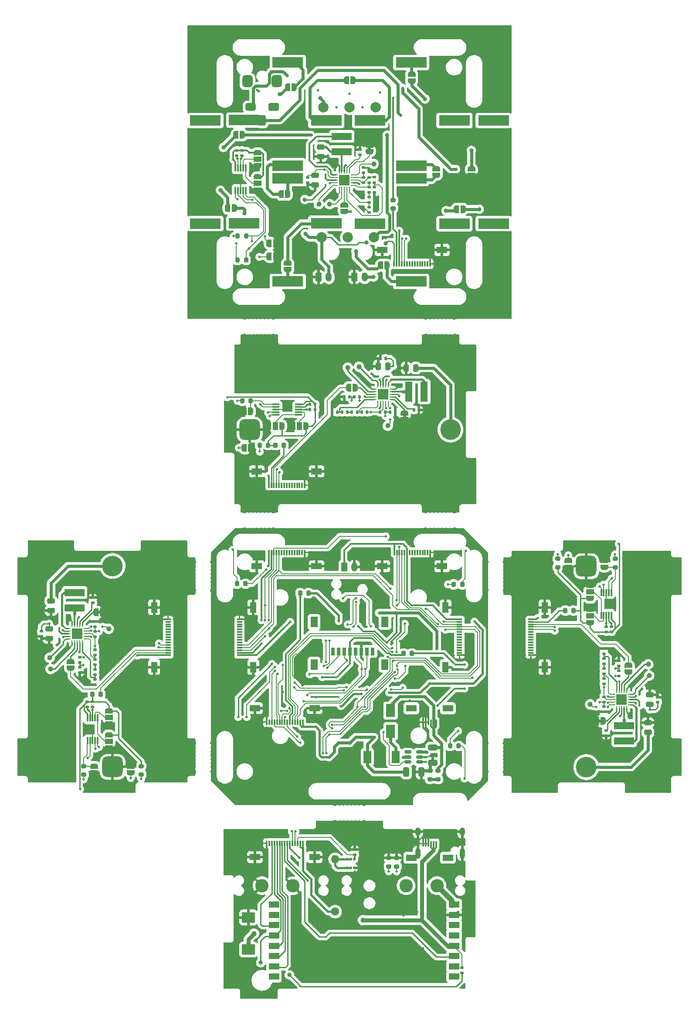
<source format=gbl>
G04 #@! TF.GenerationSoftware,KiCad,Pcbnew,(6.0.9)*
G04 #@! TF.CreationDate,2023-04-21T13:17:04-03:00*
G04 #@! TF.ProjectId,PANEL-COMPLETE,50414e45-4c2d-4434-9f4d-504c4554452e,Rev 3*
G04 #@! TF.SameCoordinates,Original*
G04 #@! TF.FileFunction,Copper,L2,Bot*
G04 #@! TF.FilePolarity,Positive*
%FSLAX46Y46*%
G04 Gerber Fmt 4.6, Leading zero omitted, Abs format (unit mm)*
G04 Created by KiCad (PCBNEW (6.0.9)) date 2023-04-21 13:17:04*
%MOMM*%
%LPD*%
G01*
G04 APERTURE LIST*
G04 Aperture macros list*
%AMRoundRect*
0 Rectangle with rounded corners*
0 $1 Rounding radius*
0 $2 $3 $4 $5 $6 $7 $8 $9 X,Y pos of 4 corners*
0 Add a 4 corners polygon primitive as box body*
4,1,4,$2,$3,$4,$5,$6,$7,$8,$9,$2,$3,0*
0 Add four circle primitives for the rounded corners*
1,1,$1+$1,$2,$3*
1,1,$1+$1,$4,$5*
1,1,$1+$1,$6,$7*
1,1,$1+$1,$8,$9*
0 Add four rect primitives between the rounded corners*
20,1,$1+$1,$2,$3,$4,$5,0*
20,1,$1+$1,$4,$5,$6,$7,0*
20,1,$1+$1,$6,$7,$8,$9,0*
20,1,$1+$1,$8,$9,$2,$3,0*%
%AMFreePoly0*
4,1,22,0.550000,-0.750000,0.000000,-0.750000,0.000000,-0.745033,-0.079941,-0.743568,-0.215256,-0.701293,-0.333266,-0.622738,-0.424486,-0.514219,-0.481581,-0.384460,-0.499164,-0.250000,-0.500000,-0.250000,-0.500000,0.250000,-0.499164,0.250000,-0.499963,0.256109,-0.478152,0.396186,-0.417904,0.524511,-0.324060,0.630769,-0.204165,0.706417,-0.067858,0.745374,0.000000,0.744959,0.000000,0.750000,
0.550000,0.750000,0.550000,-0.750000,0.550000,-0.750000,$1*%
%AMFreePoly1*
4,1,20,0.000000,0.744959,0.073905,0.744508,0.209726,0.703889,0.328688,0.626782,0.421226,0.519385,0.479903,0.390333,0.500000,0.250000,0.500000,-0.250000,0.499851,-0.262216,0.476331,-0.402017,0.414519,-0.529596,0.319384,-0.634700,0.198574,-0.708877,0.061801,-0.746166,0.000000,-0.745033,0.000000,-0.750000,-0.550000,-0.750000,-0.550000,0.750000,0.000000,0.750000,0.000000,0.744959,
0.000000,0.744959,$1*%
%AMFreePoly2*
4,1,22,0.500000,-0.750000,0.000000,-0.750000,0.000000,-0.745033,-0.079941,-0.743568,-0.215256,-0.701293,-0.333266,-0.622738,-0.424486,-0.514219,-0.481581,-0.384460,-0.499164,-0.250000,-0.500000,-0.250000,-0.500000,0.250000,-0.499164,0.250000,-0.499963,0.256109,-0.478152,0.396186,-0.417904,0.524511,-0.324060,0.630769,-0.204165,0.706417,-0.067858,0.745374,0.000000,0.744959,0.000000,0.750000,
0.500000,0.750000,0.500000,-0.750000,0.500000,-0.750000,$1*%
%AMFreePoly3*
4,1,20,0.000000,0.744959,0.073905,0.744508,0.209726,0.703889,0.328688,0.626782,0.421226,0.519385,0.479903,0.390333,0.500000,0.250000,0.500000,-0.250000,0.499851,-0.262216,0.476331,-0.402017,0.414519,-0.529596,0.319384,-0.634700,0.198574,-0.708877,0.061801,-0.746166,0.000000,-0.745033,0.000000,-0.750000,-0.500000,-0.750000,-0.500000,0.750000,0.000000,0.750000,0.000000,0.744959,
0.000000,0.744959,$1*%
G04 Aperture macros list end*
G04 #@! TA.AperFunction,ComponentPad*
%ADD10O,1.000000X1.600000*%
G04 #@! TD*
G04 #@! TA.AperFunction,ComponentPad*
%ADD11O,1.000000X2.100000*%
G04 #@! TD*
G04 #@! TA.AperFunction,ComponentPad*
%ADD12C,4.000000*%
G04 #@! TD*
G04 #@! TA.AperFunction,ComponentPad*
%ADD13RoundRect,1.000000X1.000000X1.000000X-1.000000X1.000000X-1.000000X-1.000000X1.000000X-1.000000X0*%
G04 #@! TD*
G04 #@! TA.AperFunction,ComponentPad*
%ADD14RoundRect,1.000000X-1.000000X1.000000X-1.000000X-1.000000X1.000000X-1.000000X1.000000X1.000000X0*%
G04 #@! TD*
G04 #@! TA.AperFunction,ComponentPad*
%ADD15R,6.000000X2.000000*%
G04 #@! TD*
G04 #@! TA.AperFunction,ComponentPad*
%ADD16C,2.000000*%
G04 #@! TD*
G04 #@! TA.AperFunction,ComponentPad*
%ADD17C,1.600000*%
G04 #@! TD*
G04 #@! TA.AperFunction,ComponentPad*
%ADD18O,1.600000X1.600000*%
G04 #@! TD*
G04 #@! TA.AperFunction,ComponentPad*
%ADD19C,2.600000*%
G04 #@! TD*
G04 #@! TA.AperFunction,ComponentPad*
%ADD20RoundRect,1.000000X1.000000X-1.000000X1.000000X1.000000X-1.000000X1.000000X-1.000000X-1.000000X0*%
G04 #@! TD*
G04 #@! TA.AperFunction,SMDPad,CuDef*
%ADD21FreePoly0,270.000000*%
G04 #@! TD*
G04 #@! TA.AperFunction,SMDPad,CuDef*
%ADD22R,1.500000X1.000000*%
G04 #@! TD*
G04 #@! TA.AperFunction,SMDPad,CuDef*
%ADD23FreePoly1,270.000000*%
G04 #@! TD*
G04 #@! TA.AperFunction,SMDPad,CuDef*
%ADD24R,0.300000X1.000000*%
G04 #@! TD*
G04 #@! TA.AperFunction,SMDPad,CuDef*
%ADD25R,2.000000X1.300000*%
G04 #@! TD*
G04 #@! TA.AperFunction,SMDPad,CuDef*
%ADD26RoundRect,0.140000X-0.170000X0.140000X-0.170000X-0.140000X0.170000X-0.140000X0.170000X0.140000X0*%
G04 #@! TD*
G04 #@! TA.AperFunction,SMDPad,CuDef*
%ADD27RoundRect,0.250000X0.475000X-0.250000X0.475000X0.250000X-0.475000X0.250000X-0.475000X-0.250000X0*%
G04 #@! TD*
G04 #@! TA.AperFunction,SMDPad,CuDef*
%ADD28RoundRect,0.200000X0.200000X0.275000X-0.200000X0.275000X-0.200000X-0.275000X0.200000X-0.275000X0*%
G04 #@! TD*
G04 #@! TA.AperFunction,SMDPad,CuDef*
%ADD29RoundRect,0.135000X0.185000X-0.135000X0.185000X0.135000X-0.185000X0.135000X-0.185000X-0.135000X0*%
G04 #@! TD*
G04 #@! TA.AperFunction,SMDPad,CuDef*
%ADD30RoundRect,0.250000X0.325000X0.650000X-0.325000X0.650000X-0.325000X-0.650000X0.325000X-0.650000X0*%
G04 #@! TD*
G04 #@! TA.AperFunction,SMDPad,CuDef*
%ADD31RoundRect,0.062500X0.062500X-0.375000X0.062500X0.375000X-0.062500X0.375000X-0.062500X-0.375000X0*%
G04 #@! TD*
G04 #@! TA.AperFunction,SMDPad,CuDef*
%ADD32RoundRect,0.062500X0.375000X-0.062500X0.375000X0.062500X-0.375000X0.062500X-0.375000X-0.062500X0*%
G04 #@! TD*
G04 #@! TA.AperFunction,SMDPad,CuDef*
%ADD33R,2.000000X2.000000*%
G04 #@! TD*
G04 #@! TA.AperFunction,SMDPad,CuDef*
%ADD34FreePoly2,270.000000*%
G04 #@! TD*
G04 #@! TA.AperFunction,SMDPad,CuDef*
%ADD35FreePoly3,270.000000*%
G04 #@! TD*
G04 #@! TA.AperFunction,SMDPad,CuDef*
%ADD36RoundRect,0.218750X0.256250X-0.218750X0.256250X0.218750X-0.256250X0.218750X-0.256250X-0.218750X0*%
G04 #@! TD*
G04 #@! TA.AperFunction,SMDPad,CuDef*
%ADD37RoundRect,0.135000X-0.135000X-0.185000X0.135000X-0.185000X0.135000X0.185000X-0.135000X0.185000X0*%
G04 #@! TD*
G04 #@! TA.AperFunction,SMDPad,CuDef*
%ADD38RoundRect,0.250000X-0.650000X0.325000X-0.650000X-0.325000X0.650000X-0.325000X0.650000X0.325000X0*%
G04 #@! TD*
G04 #@! TA.AperFunction,SMDPad,CuDef*
%ADD39RoundRect,0.135000X-0.185000X0.135000X-0.185000X-0.135000X0.185000X-0.135000X0.185000X0.135000X0*%
G04 #@! TD*
G04 #@! TA.AperFunction,SMDPad,CuDef*
%ADD40FreePoly2,0.000000*%
G04 #@! TD*
G04 #@! TA.AperFunction,SMDPad,CuDef*
%ADD41FreePoly3,0.000000*%
G04 #@! TD*
G04 #@! TA.AperFunction,SMDPad,CuDef*
%ADD42C,1.000000*%
G04 #@! TD*
G04 #@! TA.AperFunction,SMDPad,CuDef*
%ADD43R,0.300000X1.400000*%
G04 #@! TD*
G04 #@! TA.AperFunction,SMDPad,CuDef*
%ADD44RoundRect,0.135000X0.135000X0.185000X-0.135000X0.185000X-0.135000X-0.185000X0.135000X-0.185000X0*%
G04 #@! TD*
G04 #@! TA.AperFunction,SMDPad,CuDef*
%ADD45RoundRect,0.200000X-0.275000X0.200000X-0.275000X-0.200000X0.275000X-0.200000X0.275000X0.200000X0*%
G04 #@! TD*
G04 #@! TA.AperFunction,SMDPad,CuDef*
%ADD46FreePoly0,90.000000*%
G04 #@! TD*
G04 #@! TA.AperFunction,SMDPad,CuDef*
%ADD47FreePoly1,90.000000*%
G04 #@! TD*
G04 #@! TA.AperFunction,SMDPad,CuDef*
%ADD48FreePoly2,180.000000*%
G04 #@! TD*
G04 #@! TA.AperFunction,SMDPad,CuDef*
%ADD49FreePoly3,180.000000*%
G04 #@! TD*
G04 #@! TA.AperFunction,SMDPad,CuDef*
%ADD50FreePoly2,90.000000*%
G04 #@! TD*
G04 #@! TA.AperFunction,SMDPad,CuDef*
%ADD51FreePoly3,90.000000*%
G04 #@! TD*
G04 #@! TA.AperFunction,SMDPad,CuDef*
%ADD52RoundRect,0.200000X0.275000X-0.200000X0.275000X0.200000X-0.275000X0.200000X-0.275000X-0.200000X0*%
G04 #@! TD*
G04 #@! TA.AperFunction,SMDPad,CuDef*
%ADD53R,3.890000X1.450000*%
G04 #@! TD*
G04 #@! TA.AperFunction,ComponentPad*
%ADD54RoundRect,0.250000X-0.350000X-0.625000X0.350000X-0.625000X0.350000X0.625000X-0.350000X0.625000X0*%
G04 #@! TD*
G04 #@! TA.AperFunction,ComponentPad*
%ADD55O,1.200000X1.750000*%
G04 #@! TD*
G04 #@! TA.AperFunction,SMDPad,CuDef*
%ADD56R,0.450000X0.600000*%
G04 #@! TD*
G04 #@! TA.AperFunction,SMDPad,CuDef*
%ADD57R,1.000000X0.300000*%
G04 #@! TD*
G04 #@! TA.AperFunction,SMDPad,CuDef*
%ADD58R,1.300000X2.000000*%
G04 #@! TD*
G04 #@! TA.AperFunction,SMDPad,CuDef*
%ADD59RoundRect,0.140000X0.170000X-0.140000X0.170000X0.140000X-0.170000X0.140000X-0.170000X-0.140000X0*%
G04 #@! TD*
G04 #@! TA.AperFunction,SMDPad,CuDef*
%ADD60RoundRect,0.250000X-1.025000X0.787500X-1.025000X-0.787500X1.025000X-0.787500X1.025000X0.787500X0*%
G04 #@! TD*
G04 #@! TA.AperFunction,SMDPad,CuDef*
%ADD61R,1.400000X0.300000*%
G04 #@! TD*
G04 #@! TA.AperFunction,SMDPad,CuDef*
%ADD62RoundRect,0.250000X-0.250000X-0.475000X0.250000X-0.475000X0.250000X0.475000X-0.250000X0.475000X0*%
G04 #@! TD*
G04 #@! TA.AperFunction,SMDPad,CuDef*
%ADD63RoundRect,0.218750X0.218750X0.256250X-0.218750X0.256250X-0.218750X-0.256250X0.218750X-0.256250X0*%
G04 #@! TD*
G04 #@! TA.AperFunction,SMDPad,CuDef*
%ADD64RoundRect,0.140000X0.140000X0.170000X-0.140000X0.170000X-0.140000X-0.170000X0.140000X-0.170000X0*%
G04 #@! TD*
G04 #@! TA.AperFunction,SMDPad,CuDef*
%ADD65R,1.450000X3.890000*%
G04 #@! TD*
G04 #@! TA.AperFunction,SMDPad,CuDef*
%ADD66RoundRect,0.200000X-0.200000X-0.275000X0.200000X-0.275000X0.200000X0.275000X-0.200000X0.275000X0*%
G04 #@! TD*
G04 #@! TA.AperFunction,SMDPad,CuDef*
%ADD67R,0.600000X0.450000*%
G04 #@! TD*
G04 #@! TA.AperFunction,SMDPad,CuDef*
%ADD68RoundRect,0.062500X0.375000X0.062500X-0.375000X0.062500X-0.375000X-0.062500X0.375000X-0.062500X0*%
G04 #@! TD*
G04 #@! TA.AperFunction,SMDPad,CuDef*
%ADD69RoundRect,0.062500X0.062500X0.375000X-0.062500X0.375000X-0.062500X-0.375000X0.062500X-0.375000X0*%
G04 #@! TD*
G04 #@! TA.AperFunction,SMDPad,CuDef*
%ADD70RoundRect,0.150000X0.512500X0.150000X-0.512500X0.150000X-0.512500X-0.150000X0.512500X-0.150000X0*%
G04 #@! TD*
G04 #@! TA.AperFunction,SMDPad,CuDef*
%ADD71RoundRect,0.140000X-0.140000X-0.170000X0.140000X-0.170000X0.140000X0.170000X-0.140000X0.170000X0*%
G04 #@! TD*
G04 #@! TA.AperFunction,SMDPad,CuDef*
%ADD72R,0.800000X1.500000*%
G04 #@! TD*
G04 #@! TA.AperFunction,SMDPad,CuDef*
%ADD73R,1.450000X2.000000*%
G04 #@! TD*
G04 #@! TA.AperFunction,SMDPad,CuDef*
%ADD74R,1.800000X2.500000*%
G04 #@! TD*
G04 #@! TA.AperFunction,SMDPad,CuDef*
%ADD75RoundRect,0.500000X-0.500000X0.650000X-0.500000X-0.650000X0.500000X-0.650000X0.500000X0.650000X0*%
G04 #@! TD*
G04 #@! TA.AperFunction,SMDPad,CuDef*
%ADD76RoundRect,0.375000X-0.375000X0.675000X-0.375000X-0.675000X0.375000X-0.675000X0.375000X0.675000X0*%
G04 #@! TD*
G04 #@! TA.AperFunction,SMDPad,CuDef*
%ADD77RoundRect,0.385000X-0.665000X0.385000X-0.665000X-0.385000X0.665000X-0.385000X0.665000X0.385000X0*%
G04 #@! TD*
G04 #@! TA.AperFunction,SMDPad,CuDef*
%ADD78RoundRect,0.375000X-0.625000X0.375000X-0.625000X-0.375000X0.625000X-0.375000X0.625000X0.375000X0*%
G04 #@! TD*
G04 #@! TA.AperFunction,SMDPad,CuDef*
%ADD79R,11.500000X4.700000*%
G04 #@! TD*
G04 #@! TA.AperFunction,SMDPad,CuDef*
%ADD80RoundRect,0.062500X-0.062500X0.375000X-0.062500X-0.375000X0.062500X-0.375000X0.062500X0.375000X0*%
G04 #@! TD*
G04 #@! TA.AperFunction,SMDPad,CuDef*
%ADD81RoundRect,0.062500X-0.375000X0.062500X-0.375000X-0.062500X0.375000X-0.062500X0.375000X0.062500X0*%
G04 #@! TD*
G04 #@! TA.AperFunction,SMDPad,CuDef*
%ADD82RoundRect,0.250000X-0.475000X0.250000X-0.475000X-0.250000X0.475000X-0.250000X0.475000X0.250000X0*%
G04 #@! TD*
G04 #@! TA.AperFunction,SMDPad,CuDef*
%ADD83FreePoly0,180.000000*%
G04 #@! TD*
G04 #@! TA.AperFunction,SMDPad,CuDef*
%ADD84R,1.000000X1.500000*%
G04 #@! TD*
G04 #@! TA.AperFunction,SMDPad,CuDef*
%ADD85FreePoly1,180.000000*%
G04 #@! TD*
G04 #@! TA.AperFunction,SMDPad,CuDef*
%ADD86RoundRect,0.125000X-0.125000X-0.125000X0.125000X-0.125000X0.125000X0.125000X-0.125000X0.125000X0*%
G04 #@! TD*
G04 #@! TA.AperFunction,SMDPad,CuDef*
%ADD87RoundRect,0.218750X-0.218750X-0.256250X0.218750X-0.256250X0.218750X0.256250X-0.218750X0.256250X0*%
G04 #@! TD*
G04 #@! TA.AperFunction,SMDPad,CuDef*
%ADD88RoundRect,0.250000X0.250000X0.475000X-0.250000X0.475000X-0.250000X-0.475000X0.250000X-0.475000X0*%
G04 #@! TD*
G04 #@! TA.AperFunction,SMDPad,CuDef*
%ADD89R,1.500000X2.400000*%
G04 #@! TD*
G04 #@! TA.AperFunction,ViaPad*
%ADD90C,0.800000*%
G04 #@! TD*
G04 #@! TA.AperFunction,ViaPad*
%ADD91C,0.500000*%
G04 #@! TD*
G04 #@! TA.AperFunction,ViaPad*
%ADD92C,0.400000*%
G04 #@! TD*
G04 #@! TA.AperFunction,ViaPad*
%ADD93C,1.000000*%
G04 #@! TD*
G04 #@! TA.AperFunction,Conductor*
%ADD94C,0.600000*%
G04 #@! TD*
G04 #@! TA.AperFunction,Conductor*
%ADD95C,0.140000*%
G04 #@! TD*
G04 #@! TA.AperFunction,Conductor*
%ADD96C,0.250000*%
G04 #@! TD*
G04 #@! TA.AperFunction,Conductor*
%ADD97C,0.300000*%
G04 #@! TD*
G04 #@! TA.AperFunction,Conductor*
%ADD98C,0.400000*%
G04 #@! TD*
G04 #@! TA.AperFunction,Conductor*
%ADD99C,0.200000*%
G04 #@! TD*
G04 #@! TA.AperFunction,Conductor*
%ADD100C,0.290000*%
G04 #@! TD*
G04 #@! TA.AperFunction,Conductor*
%ADD101C,1.000000*%
G04 #@! TD*
G04 #@! TA.AperFunction,Conductor*
%ADD102C,0.800000*%
G04 #@! TD*
G04 APERTURE END LIST*
G36*
X252878397Y-188335525D02*
G01*
X252378397Y-188335525D01*
X252378397Y-187735525D01*
X252878397Y-187735525D01*
X252878397Y-188335525D01*
G37*
G36*
X155605103Y-167189925D02*
G01*
X155105103Y-167189925D01*
X155105103Y-166589925D01*
X155605103Y-166589925D01*
X155605103Y-167189925D01*
G37*
G36*
X214982600Y-129082453D02*
G01*
X214382600Y-129082453D01*
X214382600Y-128582453D01*
X214982600Y-128582453D01*
X214982600Y-129082453D01*
G37*
G36*
X208163725Y-77110400D02*
G01*
X207563725Y-77110400D01*
X207563725Y-76610400D01*
X208163725Y-76610400D01*
X208163725Y-77110400D01*
G37*
D10*
X225918325Y-209525725D03*
X217278325Y-209525725D03*
D11*
X217278325Y-213705725D03*
X225918325Y-213705725D03*
D12*
X223609800Y-131452525D03*
D13*
X184609800Y-131452525D03*
D12*
X157975175Y-157919000D03*
D14*
X157975175Y-196919000D03*
D15*
X207998325Y-71439200D03*
X207998325Y-91439200D03*
D16*
X209078325Y-68844800D03*
X198918325Y-68844800D03*
X203998325Y-68844800D03*
D17*
X201207244Y-225007125D03*
D18*
X201207244Y-214847125D03*
D15*
X215998325Y-80189200D03*
X215998325Y-60189200D03*
D19*
X192998325Y-220002725D03*
D12*
X250008325Y-196962725D03*
D20*
X250008325Y-157962725D03*
D15*
X215998325Y-102689200D03*
X215998325Y-82689200D03*
X191998325Y-60189200D03*
X191998325Y-80189200D03*
X231998325Y-91439200D03*
X231998325Y-71439200D03*
X175998325Y-71439200D03*
X175998325Y-91439200D03*
D16*
X208767600Y-94135875D03*
X198607600Y-94135875D03*
X203687600Y-94135875D03*
D19*
X214998325Y-219962725D03*
D15*
X191998325Y-82689200D03*
X191998325Y-102689200D03*
X183540000Y-91360000D03*
X183540000Y-71360000D03*
X224400000Y-71450000D03*
X224400000Y-91450000D03*
D19*
X186998325Y-219962725D03*
D15*
X199498325Y-91389200D03*
X199498325Y-71389200D03*
D19*
X220998325Y-219962725D03*
D21*
X157260103Y-186006925D03*
D22*
X157260103Y-187306925D03*
D23*
X157260103Y-188606925D03*
D24*
X212679400Y-99254600D03*
X213179400Y-99254600D03*
X213679400Y-99254600D03*
X214179400Y-99254600D03*
X214679400Y-99254600D03*
X215179400Y-99254600D03*
X215679400Y-99254600D03*
X216179400Y-99254600D03*
X216679400Y-99254600D03*
X217179400Y-99254600D03*
X217679400Y-99254600D03*
X218179400Y-99254600D03*
X218679400Y-99254600D03*
X219179400Y-99254600D03*
X219679400Y-99254600D03*
D25*
X210379400Y-96554600D03*
X221979400Y-96554600D03*
D26*
X195852025Y-82522600D03*
X195852025Y-83482600D03*
D27*
X197350625Y-83962800D03*
X197350625Y-82062800D03*
D21*
X157260103Y-190680525D03*
D22*
X157260103Y-191980525D03*
D23*
X157260103Y-193280525D03*
D28*
X183898325Y-93878400D03*
X182248325Y-93878400D03*
D29*
X154560126Y-169687925D03*
X154560126Y-168667925D03*
X151617650Y-178603325D03*
X151617650Y-177583325D03*
D30*
X217984600Y-197942200D03*
X215034600Y-197942200D03*
D31*
X257873850Y-185555425D03*
X257373850Y-185555425D03*
X256873850Y-185555425D03*
X256373850Y-185555425D03*
X255873850Y-185555425D03*
D32*
X255186350Y-184867925D03*
X255186350Y-184367925D03*
X255186350Y-183867925D03*
X255186350Y-183367925D03*
X255186350Y-182867925D03*
D31*
X255873850Y-182180425D03*
X256373850Y-182180425D03*
X256873850Y-182180425D03*
X257373850Y-182180425D03*
X257873850Y-182180425D03*
D32*
X258561350Y-182867925D03*
X258561350Y-183367925D03*
X258561350Y-183867925D03*
X258561350Y-184367925D03*
X258561350Y-184867925D03*
D33*
X256873850Y-183867925D03*
D34*
X203012325Y-87807800D03*
D35*
X203012325Y-89107800D03*
D36*
X212471000Y-88493700D03*
X212471000Y-86918700D03*
D37*
X209954200Y-128037476D03*
X210974200Y-128037476D03*
D38*
X220167200Y-193165200D03*
X220167200Y-196115200D03*
D39*
X207787525Y-86330600D03*
X207787525Y-87350600D03*
D40*
X251978397Y-188035525D03*
D41*
X253278397Y-188035525D03*
D42*
X203659000Y-119409053D03*
X205843400Y-119231253D03*
D39*
X182080225Y-77214000D03*
X182080225Y-78234000D03*
D37*
X204899600Y-125095000D03*
X205919600Y-125095000D03*
D39*
X205030200Y-212941682D03*
X205030200Y-213961682D03*
D24*
X187918925Y-188208854D03*
X188418925Y-188208854D03*
X188918925Y-188208854D03*
X189418925Y-188208854D03*
X189918925Y-188208854D03*
X190418925Y-188208854D03*
X190918925Y-188208854D03*
X191418925Y-188208854D03*
X191918925Y-188208854D03*
X192418925Y-188208854D03*
X192918925Y-188208854D03*
X193418925Y-188208854D03*
X193918925Y-188208854D03*
X194418925Y-188208854D03*
X194918925Y-188208854D03*
D25*
X185618925Y-185508854D03*
X197218925Y-185508854D03*
D43*
X155085103Y-191843725D03*
X154585103Y-191843725D03*
X154085103Y-191843725D03*
X153585103Y-191843725D03*
X153085103Y-191843725D03*
X153085103Y-187443725D03*
X153585103Y-187443725D03*
X154085103Y-187443725D03*
X154585103Y-187443725D03*
X155085103Y-187443725D03*
D26*
X253847597Y-189892325D03*
X253847597Y-190852325D03*
D44*
X205487800Y-128037476D03*
X204467800Y-128037476D03*
D39*
X154560126Y-179945525D03*
X154560126Y-180965525D03*
D40*
X224765125Y-88646000D03*
D41*
X226065125Y-88646000D03*
D45*
X221183200Y-197676000D03*
X221183200Y-199326000D03*
D46*
X250723397Y-164244925D03*
D22*
X250723397Y-162944925D03*
D47*
X250723397Y-161644925D03*
D24*
X194918925Y-211743925D03*
X194418925Y-211743925D03*
X193918925Y-211743925D03*
X193418925Y-211743925D03*
X192918925Y-211743925D03*
X192418925Y-211743925D03*
X191918925Y-211743925D03*
X191418925Y-211743925D03*
X190918925Y-211743925D03*
X190418925Y-211743925D03*
X189918925Y-211743925D03*
X189418925Y-211743925D03*
X188918925Y-211743925D03*
X188418925Y-211743925D03*
X187918925Y-211743925D03*
D25*
X197218925Y-214443925D03*
X185618925Y-214443925D03*
D48*
X156005103Y-166889925D03*
D49*
X154705103Y-166889925D03*
D50*
X216067925Y-63769000D03*
D51*
X216067925Y-62469000D03*
D50*
X246493450Y-158158175D03*
D51*
X246493450Y-156858175D03*
D29*
X254914397Y-170693925D03*
X254914397Y-169673925D03*
D50*
X220843125Y-82082400D03*
D51*
X220843125Y-80782400D03*
D52*
X211632800Y-216242400D03*
X211632800Y-214592400D03*
D53*
X202506825Y-77475600D03*
X202506825Y-74525600D03*
D44*
X207420200Y-128037476D03*
X206400200Y-128037476D03*
D40*
X190678325Y-85750400D03*
D41*
X191978325Y-85750400D03*
D24*
X219690325Y-155274325D03*
X219190325Y-155274325D03*
X218690325Y-155274325D03*
X218190325Y-155274325D03*
X217690325Y-155274325D03*
X217190325Y-155274325D03*
X216690325Y-155274325D03*
X216190325Y-155274325D03*
X215690325Y-155274325D03*
X215190325Y-155274325D03*
X214690325Y-155274325D03*
X214190325Y-155274325D03*
X213690325Y-155274325D03*
X213190325Y-155274325D03*
X212690325Y-155274325D03*
D25*
X221990325Y-157974325D03*
X210390325Y-157974325D03*
D54*
X202962000Y-158080800D03*
D55*
X204962000Y-158080800D03*
D39*
X208862925Y-82456200D03*
X208862925Y-83476200D03*
X206705552Y-82477400D03*
X206705552Y-83497400D03*
D24*
X220812125Y-211843925D03*
X220312125Y-211843925D03*
X219812125Y-211843925D03*
X219312125Y-211843925D03*
X218812125Y-211843925D03*
X218312125Y-211843925D03*
D25*
X223112125Y-214543925D03*
X216012125Y-214543925D03*
D24*
X188306325Y-142234125D03*
X188806325Y-142234125D03*
X189306325Y-142234125D03*
X189806325Y-142234125D03*
X190306325Y-142234125D03*
X190806325Y-142234125D03*
X191306325Y-142234125D03*
X191806325Y-142234125D03*
X192306325Y-142234125D03*
X192806325Y-142234125D03*
X193306325Y-142234125D03*
X193806325Y-142234125D03*
X194306325Y-142234125D03*
X194806325Y-142234125D03*
X195306325Y-142234125D03*
D25*
X186006325Y-139534125D03*
X197606325Y-139534125D03*
D56*
X147655250Y-172107525D03*
X147655250Y-170007525D03*
D57*
X225365600Y-175245525D03*
X225365600Y-174745525D03*
X225365600Y-174245525D03*
X225365600Y-173745525D03*
X225365600Y-173245525D03*
X225365600Y-172745525D03*
X225365600Y-172245525D03*
X225365600Y-171745525D03*
X225365600Y-171245525D03*
X225365600Y-170745525D03*
X225365600Y-170245525D03*
X225365600Y-169745525D03*
X225365600Y-169245525D03*
X225365600Y-168745525D03*
X225365600Y-168245525D03*
D58*
X222665600Y-177545525D03*
X222665600Y-165945525D03*
D42*
X262051797Y-177011925D03*
D59*
X263854604Y-184347925D03*
X263854604Y-183387925D03*
D39*
X154560126Y-176084725D03*
X154560126Y-177104725D03*
D34*
X191988725Y-99095800D03*
D35*
X191988725Y-100395800D03*
D50*
X227685600Y-82082400D03*
D51*
X227685600Y-80782400D03*
D44*
X201627000Y-128037476D03*
X200607000Y-128037476D03*
D21*
X186144225Y-82316800D03*
D22*
X186144225Y-83616800D03*
D23*
X186144225Y-84916800D03*
D21*
X186144225Y-77643200D03*
D22*
X186144225Y-78943200D03*
D23*
X186144225Y-80243200D03*
D29*
X151617650Y-176672925D03*
X151617650Y-175652925D03*
D39*
X154560126Y-178015125D03*
X154560126Y-179035125D03*
D28*
X183898325Y-98526600D03*
X182248325Y-98526600D03*
D37*
X202969200Y-125095000D03*
X203989200Y-125095000D03*
D40*
X183505250Y-127906200D03*
D41*
X184805250Y-127906200D03*
D60*
X184340000Y-226150000D03*
X184340000Y-232375000D03*
D56*
X199357225Y-84062800D03*
X199357225Y-81962800D03*
D48*
X184805250Y-134967400D03*
D49*
X183505250Y-134967400D03*
D39*
X253423374Y-183307125D03*
X253423374Y-184327125D03*
D52*
X219633800Y-199326000D03*
X219633800Y-197676000D03*
D50*
X214682600Y-129482453D03*
D51*
X214682600Y-128182453D03*
D29*
X225860000Y-236900000D03*
X225860000Y-235880000D03*
D48*
X193250000Y-65000000D03*
D49*
X191950000Y-65000000D03*
D61*
X189728800Y-128562453D03*
X189728800Y-128062453D03*
X189728800Y-127562453D03*
X189728800Y-127062453D03*
X189728800Y-126562453D03*
X194128800Y-126562453D03*
X194128800Y-127062453D03*
X194128800Y-127562453D03*
X194128800Y-128062453D03*
X194128800Y-128562453D03*
D34*
X207863725Y-76210400D03*
D35*
X207863725Y-77510400D03*
D57*
X168756775Y-175245525D03*
X168756775Y-174745525D03*
X168756775Y-174245525D03*
X168756775Y-173745525D03*
X168756775Y-173245525D03*
X168756775Y-172745525D03*
X168756775Y-172245525D03*
X168756775Y-171745525D03*
X168756775Y-171245525D03*
X168756775Y-170745525D03*
X168756775Y-170245525D03*
X168756775Y-169745525D03*
X168756775Y-169245525D03*
X168756775Y-168745525D03*
X168756775Y-168245525D03*
D58*
X166056775Y-177545525D03*
X166056775Y-165945525D03*
D37*
X211884600Y-128037476D03*
X212904600Y-128037476D03*
D50*
X258169250Y-178472725D03*
D51*
X258169250Y-177172725D03*
D62*
X209565000Y-119126000D03*
X211465000Y-119126000D03*
D34*
X161490050Y-196767275D03*
D35*
X161490050Y-198067275D03*
D39*
X256365850Y-178252525D03*
X256365850Y-179272525D03*
D57*
X182626725Y-168245525D03*
X182626725Y-168745525D03*
X182626725Y-169245525D03*
X182626725Y-169745525D03*
X182626725Y-170245525D03*
X182626725Y-170745525D03*
X182626725Y-171245525D03*
X182626725Y-171745525D03*
X182626725Y-172245525D03*
X182626725Y-172745525D03*
X182626725Y-173245525D03*
X182626725Y-173745525D03*
X182626725Y-174245525D03*
X182626725Y-174745525D03*
X182626725Y-175245525D03*
D58*
X185326725Y-165945525D03*
X185326725Y-177545525D03*
D39*
X153069103Y-184231525D03*
X153069103Y-185251525D03*
D63*
X155651300Y-182829200D03*
X154076300Y-182829200D03*
D44*
X197341000Y-126546453D03*
X196321000Y-126546453D03*
D56*
X260328250Y-182817925D03*
X260328250Y-184917925D03*
D28*
X183781200Y-161366200D03*
X182131200Y-161366200D03*
D64*
X210995000Y-117606246D03*
X210035000Y-117606246D03*
D54*
X204925000Y-101800000D03*
D55*
X206925000Y-101800000D03*
D27*
X145648650Y-172007525D03*
X145648650Y-170107525D03*
D45*
X255612050Y-156513175D03*
X255612050Y-158163175D03*
D48*
X205119800Y-123291600D03*
D49*
X203819800Y-123291600D03*
D40*
X180325000Y-88450000D03*
D41*
X181625000Y-88450000D03*
D65*
X215544400Y-124079000D03*
X218494400Y-124079000D03*
D48*
X189666925Y-97815400D03*
D49*
X188366925Y-97815400D03*
D26*
X144128896Y-170577525D03*
X144128896Y-171537525D03*
D43*
X252898397Y-163081725D03*
X253398397Y-163081725D03*
X253898397Y-163081725D03*
X254398397Y-163081725D03*
X254898397Y-163081725D03*
X254898397Y-167481725D03*
X254398397Y-167481725D03*
X253898397Y-167481725D03*
X253398397Y-167481725D03*
X252898397Y-167481725D03*
D42*
X198036425Y-87686400D03*
X211431400Y-130704525D03*
D59*
X206034925Y-78077000D03*
X206034925Y-77117000D03*
D29*
X253898397Y-170693925D03*
X253898397Y-169673925D03*
X253423374Y-174979925D03*
X253423374Y-173959925D03*
D39*
X207787525Y-82469800D03*
X207787525Y-83489800D03*
D48*
X211325000Y-99550000D03*
D49*
X210025000Y-99550000D03*
D39*
X207787525Y-84400200D03*
X207787525Y-85420200D03*
D66*
X183160250Y-125848800D03*
X184810250Y-125848800D03*
D29*
X253423374Y-180773125D03*
X253423374Y-179753125D03*
D39*
X207787525Y-88261000D03*
X207787525Y-89281000D03*
D59*
X154135903Y-165033125D03*
X154135903Y-164073125D03*
D39*
X208862925Y-84386600D03*
X208862925Y-85406600D03*
D42*
X200144625Y-87686400D03*
D66*
X223558600Y-192862200D03*
X225208600Y-192862200D03*
D67*
X209465000Y-121132600D03*
X211565000Y-121132600D03*
D48*
X189666925Y-95250000D03*
D49*
X188366925Y-95250000D03*
D68*
X212202500Y-123587000D03*
X212202500Y-124087000D03*
X212202500Y-124587000D03*
X212202500Y-125087000D03*
X212202500Y-125587000D03*
D69*
X211515000Y-126274500D03*
X211015000Y-126274500D03*
X210515000Y-126274500D03*
X210015000Y-126274500D03*
X209515000Y-126274500D03*
D68*
X208827500Y-125587000D03*
X208827500Y-125087000D03*
X208827500Y-124587000D03*
X208827500Y-124087000D03*
X208827500Y-123587000D03*
D69*
X209515000Y-122899500D03*
X210015000Y-122899500D03*
X210515000Y-122899500D03*
X211015000Y-122899500D03*
X211515000Y-122899500D03*
D33*
X210515000Y-124587000D03*
D40*
X203378325Y-63650840D03*
D41*
X204678325Y-63650840D03*
D63*
X216103300Y-174904400D03*
X214528300Y-174904400D03*
D70*
X217596300Y-194045800D03*
X217596300Y-194995800D03*
X217596300Y-195945800D03*
X215321300Y-195945800D03*
X215321300Y-194995800D03*
X215321300Y-194045800D03*
D71*
X216539400Y-127613253D03*
X217499400Y-127613253D03*
D72*
X200798325Y-174491589D03*
X201898325Y-174491589D03*
X202998325Y-174491589D03*
X204098325Y-174491589D03*
X205198325Y-174491589D03*
X206298325Y-174491589D03*
X207398325Y-174491589D03*
X208498325Y-174491589D03*
D73*
X210873325Y-177091589D03*
X197123325Y-177091589D03*
X197123325Y-168791589D03*
X210873325Y-168791589D03*
D74*
X211988400Y-185992000D03*
X211988400Y-189992000D03*
D44*
X203557400Y-128037476D03*
X202537400Y-128037476D03*
D75*
X189875000Y-63825000D03*
X184175000Y-63825000D03*
D76*
X187025000Y-71375000D03*
D77*
X189275000Y-68825000D03*
D78*
X184775000Y-68825000D03*
D66*
X224244400Y-161493200D03*
X225894400Y-161493200D03*
D54*
X197975000Y-101825000D03*
D55*
X199975000Y-101825000D03*
D42*
X208701925Y-79857600D03*
D52*
X163547450Y-198412275D03*
X163547450Y-196762275D03*
D42*
X145753903Y-175729125D03*
D25*
X224325000Y-223650000D03*
X224325000Y-225650000D03*
X224325000Y-227650000D03*
X224325000Y-229650000D03*
X224325000Y-231650000D03*
X224325000Y-233650000D03*
X224325000Y-235650000D03*
X224325000Y-237650000D03*
X189325000Y-237650000D03*
X189325000Y-235650000D03*
X189325000Y-233650000D03*
X189325000Y-231650000D03*
X189325000Y-229650000D03*
X189325000Y-227650000D03*
X189325000Y-225650000D03*
X189325000Y-223650000D03*
D79*
X212757500Y-234300000D03*
D42*
X250756325Y-184784325D03*
X145931703Y-177913525D03*
D80*
X150109650Y-169370025D03*
X150609650Y-169370025D03*
X151109650Y-169370025D03*
X151609650Y-169370025D03*
X152109650Y-169370025D03*
D81*
X152797150Y-170057525D03*
X152797150Y-170557525D03*
X152797150Y-171057525D03*
X152797150Y-171557525D03*
X152797150Y-172057525D03*
D80*
X152109650Y-172745025D03*
X151609650Y-172745025D03*
X151109650Y-172745025D03*
X150609650Y-172745025D03*
X150109650Y-172745025D03*
D81*
X149422150Y-172057525D03*
X149422150Y-171557525D03*
X149422150Y-171057525D03*
X149422150Y-170557525D03*
X149422150Y-170057525D03*
D33*
X151109650Y-171057525D03*
D24*
X195306325Y-155274325D03*
X194806325Y-155274325D03*
X194306325Y-155274325D03*
X193806325Y-155274325D03*
X193306325Y-155274325D03*
X192806325Y-155274325D03*
X192306325Y-155274325D03*
X191806325Y-155274325D03*
X191306325Y-155274325D03*
X190806325Y-155274325D03*
X190306325Y-155274325D03*
X189806325Y-155274325D03*
X189306325Y-155274325D03*
X188806325Y-155274325D03*
X188306325Y-155274325D03*
D25*
X197606325Y-157974325D03*
X186006325Y-157974325D03*
D80*
X202014825Y-81299900D03*
X202514825Y-81299900D03*
X203014825Y-81299900D03*
X203514825Y-81299900D03*
X204014825Y-81299900D03*
D81*
X204702325Y-81987400D03*
X204702325Y-82487400D03*
X204702325Y-82987400D03*
X204702325Y-83487400D03*
X204702325Y-83987400D03*
D80*
X204014825Y-84674900D03*
X203514825Y-84674900D03*
X203014825Y-84674900D03*
X202514825Y-84674900D03*
X202014825Y-84674900D03*
D81*
X201327325Y-83987400D03*
X201327325Y-83487400D03*
X201327325Y-82987400D03*
X201327325Y-82487400D03*
X201327325Y-81987400D03*
D33*
X203014825Y-82987400D03*
D39*
X154085103Y-184231525D03*
X154085103Y-185251525D03*
D82*
X198417425Y-76575600D03*
X198417425Y-78475600D03*
D83*
X190892000Y-130737453D03*
D84*
X189592000Y-130737453D03*
D85*
X188292000Y-130737453D03*
D44*
X197341000Y-127562453D03*
X196321000Y-127562453D03*
D86*
X203616800Y-214846800D03*
X203616800Y-216546800D03*
X204266800Y-214846800D03*
X204266800Y-216546800D03*
X204916800Y-214846800D03*
X204916800Y-216546800D03*
D24*
X218312125Y-188235925D03*
X218812125Y-188235925D03*
X219312125Y-188235925D03*
X219812125Y-188235925D03*
X220312125Y-188235925D03*
X220812125Y-188235925D03*
D25*
X216012125Y-185535925D03*
X223112125Y-185535925D03*
D46*
X250723397Y-168918525D03*
D22*
X250723397Y-167618525D03*
D47*
X250723397Y-166318525D03*
D53*
X150601650Y-166028125D03*
X150601650Y-163078125D03*
D43*
X183830000Y-85010000D03*
X183330000Y-85010000D03*
X182830000Y-85010000D03*
X182330000Y-85010000D03*
X181830000Y-85010000D03*
X181830000Y-80610000D03*
X182330000Y-80610000D03*
X182830000Y-80610000D03*
X183330000Y-80610000D03*
X183830000Y-80610000D03*
D63*
X191211300Y-134467600D03*
X189636300Y-134467600D03*
D53*
X257381850Y-188897325D03*
X257381850Y-191847325D03*
D52*
X213156800Y-216242400D03*
X213156800Y-214592400D03*
D40*
X181915325Y-74244200D03*
D41*
X183215325Y-74244200D03*
D29*
X253423374Y-178840725D03*
X253423374Y-177820725D03*
D42*
X157227175Y-170141125D03*
D87*
X194436900Y-163195000D03*
X196011900Y-163195000D03*
D82*
X262334850Y-182917925D03*
X262334850Y-184817925D03*
D39*
X183096225Y-77214000D03*
X183096225Y-78234000D03*
D87*
X245948100Y-166573200D03*
X247523100Y-166573200D03*
D82*
X146004250Y-164695325D03*
X146004250Y-166595325D03*
D39*
X206705552Y-80547000D03*
X206705552Y-81567000D03*
D42*
X262229597Y-179196325D03*
D39*
X154560126Y-174152325D03*
X154560126Y-175172325D03*
D83*
X195565600Y-130737453D03*
D84*
X194265600Y-130737453D03*
D85*
X192965600Y-130737453D03*
D34*
X253554650Y-156858175D03*
D35*
X253554650Y-158158175D03*
D88*
X216877200Y-119481600D03*
X214977200Y-119481600D03*
D29*
X154560126Y-171618325D03*
X154560126Y-170598325D03*
D57*
X239226725Y-168245525D03*
X239226725Y-168745525D03*
X239226725Y-169245525D03*
X239226725Y-169745525D03*
X239226725Y-170245525D03*
X239226725Y-170745525D03*
X239226725Y-171245525D03*
X239226725Y-171745525D03*
X239226725Y-172245525D03*
X239226725Y-172745525D03*
X239226725Y-173245525D03*
X239226725Y-173745525D03*
X239226725Y-174245525D03*
X239226725Y-174745525D03*
X239226725Y-175245525D03*
D58*
X241926725Y-165945525D03*
X241926725Y-177545525D03*
D27*
X261979250Y-190230125D03*
X261979250Y-188330125D03*
D50*
X154428850Y-198067275D03*
D51*
X154428850Y-196767275D03*
D45*
X244436050Y-156513175D03*
X244436050Y-158163175D03*
D66*
X186550800Y-134467600D03*
X188200800Y-134467600D03*
D39*
X253423374Y-185237525D03*
X253423374Y-186257525D03*
D29*
X253423374Y-176910325D03*
X253423374Y-175890325D03*
D89*
X207485800Y-194995800D03*
X212985800Y-194995800D03*
D52*
X152371450Y-198412275D03*
X152371450Y-196762275D03*
D34*
X149814250Y-176452725D03*
D35*
X149814250Y-177752725D03*
D39*
X256365850Y-176322125D03*
X256365850Y-177342125D03*
D90*
X208700000Y-101800000D03*
D91*
X214350000Y-65125000D03*
D90*
X211300000Y-74275000D03*
D91*
X213912500Y-70412500D03*
X224700000Y-80875000D03*
X191875000Y-62725000D03*
X224700000Y-80875000D03*
D90*
X211050000Y-95250000D03*
X198300000Y-67100000D03*
X195425000Y-93425000D03*
D91*
X162789260Y-175323835D03*
X188206825Y-157911800D03*
X208336050Y-120616400D03*
X147139050Y-173236475D03*
X188231825Y-140385800D03*
X192481200Y-168757600D03*
D90*
X195323325Y-86776675D03*
D91*
X240563400Y-167995600D03*
X260844450Y-181688975D03*
D90*
X207275000Y-95125000D03*
D91*
X205690349Y-169600647D03*
X220951475Y-173942325D03*
X211251800Y-172770800D03*
X209753000Y-167030600D03*
X213140825Y-164541200D03*
X222277568Y-168693857D03*
X188950600Y-176936400D03*
X206286075Y-182765725D03*
X182372000Y-187214100D03*
X228269800Y-168732200D03*
X211722724Y-182492286D03*
X186900494Y-168452800D03*
X219583000Y-180695600D03*
X202311000Y-185105900D03*
X186903168Y-173009368D03*
X199425525Y-76575600D03*
X196535325Y-74244200D03*
X199100725Y-81015900D03*
X203255666Y-80126341D03*
X150609650Y-167225875D03*
X151406250Y-167877075D03*
X145640450Y-169121675D03*
X148327736Y-170350043D03*
X214346650Y-124087000D03*
X213695450Y-124883600D03*
X211222482Y-121805086D03*
X212450850Y-119117800D03*
X257373850Y-187699575D03*
X262343050Y-185803775D03*
X259655764Y-184575407D03*
X256577250Y-187048375D03*
X219303600Y-191643000D03*
X200812400Y-219964000D03*
X199517000Y-196545200D03*
X215747600Y-187782200D03*
X256577250Y-183568575D03*
X189325000Y-223650000D03*
X224840800Y-159740600D03*
X151130000Y-160451800D03*
X263702800Y-168859200D03*
X202326525Y-82296000D03*
X151406250Y-171356875D03*
X205824169Y-83751356D03*
X194335400Y-196646800D03*
X196469000Y-188087000D03*
X212547200Y-212979000D03*
X203723525Y-82296000D03*
X217110000Y-225110000D03*
X206654400Y-165277800D03*
X226161600Y-200533000D03*
X200827925Y-98983800D03*
X255205650Y-171935375D03*
X189001400Y-173659800D03*
X208270125Y-81229200D03*
X256170850Y-184559175D03*
X246176800Y-168148000D03*
X206959200Y-154787600D03*
X191287400Y-167182800D03*
X209809250Y-123893000D03*
X255143000Y-194284600D03*
X183616600Y-159410400D03*
X252132250Y-175567575D03*
X214731600Y-180492400D03*
X183464200Y-177546000D03*
X198562459Y-175727859D03*
X198414925Y-79476600D03*
X153790626Y-171687075D03*
X223647000Y-210261200D03*
X218440000Y-95427800D03*
X207298144Y-169731543D03*
X196125000Y-85050000D03*
X209575400Y-193497200D03*
D92*
X197485000Y-183413400D03*
D91*
X224256600Y-183692800D03*
X202133200Y-153822400D03*
X255307250Y-174805575D03*
X149552050Y-173769875D03*
X211206250Y-123893000D03*
X221284800Y-155778200D03*
X220675200Y-176504600D03*
X209821783Y-121823067D03*
X259637783Y-183174708D03*
X206238125Y-85902800D03*
X208330800Y-176098200D03*
X202158600Y-170027600D03*
X207802650Y-123029400D03*
X150415650Y-171763275D03*
X203383050Y-121556200D03*
X180924200Y-202006200D03*
X187604400Y-137515600D03*
X263499600Y-199212200D03*
X187477400Y-179908200D03*
X193929000Y-236474000D03*
X229412800Y-187375800D03*
X186613800Y-188899800D03*
X174904400Y-64541400D03*
X211206250Y-125290000D03*
X181914800Y-151307800D03*
X190728600Y-161899600D03*
X206527400Y-208610200D03*
X192963800Y-171602400D03*
X218510000Y-236700000D03*
D92*
X205206600Y-177012600D03*
D91*
X192156250Y-130725600D03*
X208178400Y-213868000D03*
X214540000Y-225750000D03*
X197881525Y-65608200D03*
X224205800Y-194614800D03*
X208635600Y-163626800D03*
D92*
X189077600Y-194360800D03*
D91*
X152777850Y-182990075D03*
X220130000Y-224930000D03*
X224383600Y-166751000D03*
X204470000Y-189687200D03*
X214020400Y-168325800D03*
X185597800Y-197535800D03*
X207965325Y-74879200D03*
X165125400Y-184505600D03*
D92*
X193065400Y-189255400D03*
D91*
X187731400Y-176301400D03*
X192354200Y-202234800D03*
X180949600Y-212140800D03*
X196545200Y-152120600D03*
X205917800Y-181406800D03*
X198582450Y-126255200D03*
X179832000Y-189077600D03*
X196621400Y-161950400D03*
X225755200Y-191287400D03*
X201828400Y-93802200D03*
X208965800Y-185623200D03*
X254192874Y-183238375D03*
X184505600Y-170078400D03*
X216839800Y-170789600D03*
X229235000Y-182219600D03*
X194020725Y-84963000D03*
X211683600Y-159994600D03*
X204028325Y-66217800D03*
X220141800Y-194691000D03*
X227507800Y-174015400D03*
X160274000Y-170510200D03*
X258279050Y-186692775D03*
X154073250Y-190406875D03*
X215392000Y-151384000D03*
X217093800Y-159740600D03*
X193954400Y-140106400D03*
X191033400Y-182372000D03*
X223316800Y-200329800D03*
X213820425Y-172491400D03*
X192963800Y-214655400D03*
X155749650Y-172576075D03*
X195453000Y-177469800D03*
X184556400Y-194081400D03*
X193497200Y-178993800D03*
X252233850Y-182349375D03*
X216408000Y-87477600D03*
X212598000Y-202209400D03*
X201005725Y-79197200D03*
X203504800Y-165252400D03*
X194868800Y-181076600D03*
X209159125Y-86969600D03*
X194945000Y-190830200D03*
D92*
X194970400Y-193548000D03*
D91*
X215722200Y-184048400D03*
X200192925Y-83642200D03*
X150415650Y-170366275D03*
X257567850Y-184559175D03*
X224612200Y-188645800D03*
X259904650Y-176735975D03*
X182844725Y-83515200D03*
X178340000Y-81630000D03*
X147218400Y-184353200D03*
X198374000Y-186944000D03*
X226250000Y-239560000D03*
X220954600Y-164465000D03*
X227685600Y-83464400D03*
X199618600Y-167640000D03*
X206298800Y-173101000D03*
X212369400Y-168071800D03*
X207848200Y-221640400D03*
X225577400Y-119126000D03*
X224205800Y-178079400D03*
X178181000Y-200152000D03*
X177952400Y-180390800D03*
X152676250Y-180119875D03*
X201452650Y-126153600D03*
X218690000Y-234170000D03*
X183210200Y-163271200D03*
X211410000Y-97960000D03*
X226288600Y-164566600D03*
X245668800Y-165150800D03*
X183362600Y-189890400D03*
X202214650Y-129328600D03*
X250735250Y-165509175D03*
X191165650Y-127550600D03*
X206568325Y-68884800D03*
X190677800Y-209575400D03*
X209372200Y-179451000D03*
D92*
X209397600Y-169824400D03*
D91*
X211531200Y-199517000D03*
X208996450Y-129227000D03*
X226771200Y-185597800D03*
X198592725Y-89408000D03*
X183311800Y-225323400D03*
X201437525Y-68859400D03*
X223723200Y-171246800D03*
X210083400Y-186563000D03*
X217130000Y-228180000D03*
X222021400Y-182321200D03*
X188290200Y-241223800D03*
X186135625Y-81039600D03*
X197078600Y-95351600D03*
X188036200Y-117957600D03*
X193471800Y-168605200D03*
X195189125Y-75768200D03*
D92*
X203885800Y-185750200D03*
D91*
X193675000Y-176453800D03*
X225050000Y-225080000D03*
X209885450Y-127267976D03*
X202641200Y-194208400D03*
X212115400Y-173126400D03*
D92*
X203250800Y-160705800D03*
D91*
X177723800Y-164795200D03*
X186080400Y-65481200D03*
X202326525Y-83693000D03*
X225374200Y-155295600D03*
X157248250Y-189416275D03*
X207441800Y-217627200D03*
X210769200Y-183896000D03*
X222478600Y-189179200D03*
X197170325Y-77520800D03*
X203723525Y-83693000D03*
X229997000Y-155143200D03*
X210215650Y-124883600D03*
X215696800Y-178003200D03*
X186588400Y-155651200D03*
X209946525Y-66014600D03*
X221470000Y-99760000D03*
X209931000Y-196519800D03*
X253910250Y-164518575D03*
X211836000Y-181203600D03*
D92*
X206502000Y-158445200D03*
D91*
X192913000Y-133832600D03*
X187172600Y-183972200D03*
X201640725Y-85826600D03*
X148345717Y-171750742D03*
X213339850Y-123181800D03*
X181152800Y-200075800D03*
X151812650Y-170366275D03*
X201803000Y-54762400D03*
X257567850Y-183162175D03*
X258431450Y-181155575D03*
X207762125Y-98806000D03*
X148078850Y-178189475D03*
X210997800Y-94310200D03*
X155851250Y-179357875D03*
X195376800Y-186537600D03*
X206669925Y-88239600D03*
X149704450Y-168232675D03*
X225755200Y-217398600D03*
X194436900Y-164007900D03*
X194270100Y-214553800D03*
X187599997Y-168452800D03*
X211048600Y-152146000D03*
X187606812Y-171528612D03*
X199407511Y-176598311D03*
X213235644Y-165554551D03*
X204256925Y-89103200D03*
X199390000Y-172436305D03*
X218849183Y-166265616D03*
X213690200Y-154254200D03*
X213663967Y-92846694D03*
X187599997Y-165552797D03*
X207427489Y-181913999D03*
X199539961Y-194243361D03*
X193882638Y-191063253D03*
X200073726Y-190644186D03*
X195910200Y-219024200D03*
X213296300Y-177988632D03*
X184063700Y-187214100D03*
X193329500Y-180508043D03*
X189550100Y-177495200D03*
X191468425Y-187214100D03*
X203450897Y-181476200D03*
D90*
X192320000Y-237290000D03*
D91*
X212846855Y-178538132D03*
X198840461Y-194241886D03*
D90*
X186760000Y-234920000D03*
D91*
X194432138Y-192211900D03*
X189550100Y-178290085D03*
X193250756Y-181500844D03*
X202899666Y-182025700D03*
D93*
X206620600Y-226689400D03*
X185450000Y-229290000D03*
D91*
X214807800Y-177288025D03*
X212830765Y-179759965D03*
X188299500Y-168452800D03*
X188310456Y-170047856D03*
X154085103Y-185899222D03*
X212447336Y-176341578D03*
X253898397Y-169026228D03*
X206994200Y-185258000D03*
X189912674Y-139172649D03*
X166951050Y-173696025D03*
X243865400Y-169795025D03*
X200586966Y-188759104D03*
X214278900Y-94361000D03*
X182901899Y-78881469D03*
X195673303Y-127562453D03*
X211978606Y-162330906D03*
X254761150Y-169027075D03*
X200583800Y-189458600D03*
X221220981Y-169196025D03*
X211485544Y-175534825D03*
X190355825Y-139722225D03*
X182202397Y-78880116D03*
X215033506Y-94383506D03*
X153222350Y-185898375D03*
X243865400Y-170494528D03*
X205562200Y-185267600D03*
X195674150Y-126699700D03*
X222656400Y-170295025D03*
X167001850Y-172957075D03*
X190009152Y-178824248D03*
X206349600Y-177952400D03*
X195750943Y-182992540D03*
X196240400Y-178968400D03*
X203498825Y-176245789D03*
X191068900Y-177159856D03*
X207086200Y-177952400D03*
X192316496Y-185520644D03*
X195072000Y-184203900D03*
X212307295Y-174610325D03*
X193543925Y-209448400D03*
X212307295Y-173860325D03*
X192793925Y-209448400D03*
X208182000Y-169624800D03*
X202717400Y-164185600D03*
D90*
X179504763Y-76654762D03*
X178920000Y-84960000D03*
X183575000Y-89400000D03*
X190450000Y-66300000D03*
X205250000Y-96800000D03*
X218675000Y-67250000D03*
X222750000Y-88950000D03*
X229205124Y-88646000D03*
D91*
X210638898Y-190195200D03*
X211632800Y-217195400D03*
X213156800Y-217204700D03*
X152371617Y-175649308D03*
X154560126Y-173460799D03*
X153790626Y-170470085D03*
X152295250Y-177122675D03*
X155343250Y-170594875D03*
X151535151Y-174576009D03*
X205923217Y-125848967D03*
X208111726Y-128037476D03*
X211102440Y-127267976D03*
X204449850Y-125772600D03*
X206996516Y-125012501D03*
X210977650Y-128820600D03*
X253423374Y-181464651D03*
X255611883Y-179276142D03*
X254192874Y-184455365D03*
X255688250Y-177802775D03*
X256448349Y-180349441D03*
X252640250Y-184330575D03*
X154657450Y-193378675D03*
X161490050Y-199068275D03*
X153790626Y-169680475D03*
X156029050Y-169680475D03*
X211892050Y-127267976D03*
X211892050Y-129506400D03*
X251954450Y-185244975D03*
X254192874Y-185244975D03*
X185079925Y-86817200D03*
X186502325Y-97891600D03*
X182504250Y-134967400D03*
X188193850Y-128134800D03*
X246493450Y-155857175D03*
X253326050Y-161546775D03*
X155343250Y-193048475D03*
X163547450Y-199246075D03*
X190687900Y-186065100D03*
X191897000Y-186080400D03*
X184444925Y-96291400D03*
X186563000Y-135712200D03*
X188524050Y-128820600D03*
X244436050Y-155679375D03*
X252640250Y-161876975D03*
X226644200Y-154940000D03*
X181330600Y-154762200D03*
X214339520Y-181573521D03*
X212044644Y-181871261D03*
X203630827Y-169241943D03*
X205282800Y-164211000D03*
X205291717Y-164910446D03*
X204741428Y-169701746D03*
X199669400Y-177698400D03*
X187840724Y-158605653D03*
X200089503Y-172436305D03*
X199016620Y-177342800D03*
X225112311Y-189933311D03*
X213233000Y-177292000D03*
X227898742Y-179613342D03*
X214757000Y-169138600D03*
X223113600Y-161493200D03*
X213177561Y-174613515D03*
X226364800Y-199186800D03*
X218998800Y-194056000D03*
X212979000Y-193243200D03*
X220408000Y-199326000D03*
X218817700Y-195986400D03*
X152374600Y-199313800D03*
X153145208Y-195230904D03*
X182245000Y-125857000D03*
X186684928Y-126552840D03*
X182209725Y-86741000D03*
X187553188Y-93966455D03*
X181487811Y-93873589D03*
X255600200Y-155676600D03*
X254971379Y-160309829D03*
X185064605Y-94894608D03*
D90*
X227685600Y-77241400D03*
D91*
X201923546Y-168586254D03*
X221107000Y-185039000D03*
X226328500Y-177114200D03*
X226328500Y-181711600D03*
X198653400Y-179501800D03*
X184568025Y-77643200D03*
X182017000Y-95250600D03*
X212474025Y-67056000D03*
X181371525Y-78994000D03*
X151638000Y-201244200D03*
X180289200Y-125196600D03*
X256311400Y-153644600D03*
X214401400Y-194995800D03*
X208813400Y-191160400D03*
X213182200Y-197942200D03*
D94*
X194350000Y-67450000D02*
X194350000Y-65175000D01*
D95*
X211268325Y-74306675D02*
X211300000Y-74275000D01*
D94*
X187848800Y-64731200D02*
X188440000Y-64140000D01*
X214350000Y-66050000D02*
X217425000Y-69125000D01*
X206925000Y-101800000D02*
X208700000Y-101800000D01*
X211775000Y-89750000D02*
X211775000Y-92662525D01*
X213425000Y-64450000D02*
X213425000Y-69925000D01*
X211775000Y-92662525D02*
X211387525Y-93050000D01*
X223650000Y-80875000D02*
X224700000Y-80875000D01*
X209853475Y-93050000D02*
X208767600Y-94135875D01*
X210675000Y-61700000D02*
X213425000Y-64450000D01*
D95*
X208700000Y-101800000D02*
X208750000Y-101850000D01*
D94*
X211387525Y-93050000D02*
X209853475Y-93050000D01*
X187025000Y-71375000D02*
X190025000Y-71375000D01*
D96*
X191080000Y-61930000D02*
X191160000Y-62010000D01*
D94*
X185769739Y-64731200D02*
X187848800Y-64731200D01*
X188440000Y-62390000D02*
X188740000Y-62090000D01*
D96*
X192950000Y-68850000D02*
X192925000Y-68825000D01*
D94*
X213425000Y-69925000D02*
X213912500Y-70412500D01*
X197825000Y-61700000D02*
X210675000Y-61700000D01*
X188740000Y-61930000D02*
X191080000Y-61930000D01*
X192925000Y-68905000D02*
X192925000Y-68825000D01*
X191160000Y-62010000D02*
X191875000Y-62725000D01*
X194350000Y-65175000D02*
X197825000Y-61700000D01*
X217425000Y-74650000D02*
X223650000Y-80875000D01*
X192950000Y-68850000D02*
X194350000Y-67450000D01*
X214350000Y-65125000D02*
X214350000Y-66050000D01*
X211268325Y-89243325D02*
X211268325Y-74306675D01*
X190025000Y-71375000D02*
X190455000Y-71375000D01*
X217425000Y-69125000D02*
X217425000Y-74650000D01*
X185330400Y-68269600D02*
X185330400Y-65170539D01*
X185330400Y-65170539D02*
X185769739Y-64731200D01*
X188440000Y-64140000D02*
X188440000Y-62390000D01*
D96*
X188740000Y-62090000D02*
X188740000Y-61930000D01*
D94*
X190455000Y-71375000D02*
X192925000Y-68905000D01*
X211775000Y-89750000D02*
X211268325Y-89243325D01*
D96*
X200385875Y-94135875D02*
X201825000Y-95575000D01*
D97*
X188231825Y-140385800D02*
X188306325Y-140460300D01*
X188306325Y-140460300D02*
X188306325Y-142234125D01*
X214419711Y-153654689D02*
X215190325Y-154425303D01*
X202962000Y-154924000D02*
X204231311Y-153654689D01*
X212689511Y-153654689D02*
X214419711Y-153654689D01*
D96*
X199357225Y-84062800D02*
X199357225Y-84167775D01*
X211425000Y-94875000D02*
X211050000Y-95250000D01*
X205700000Y-95250000D02*
X205825000Y-95125000D01*
X205825000Y-95125000D02*
X207275000Y-95125000D01*
D98*
X208852250Y-121132600D02*
X209465000Y-121132600D01*
X260844450Y-181688975D02*
X260328250Y-182205175D01*
D97*
X212690325Y-153655503D02*
X212689511Y-153654689D01*
D96*
X196748325Y-86776675D02*
X195323325Y-86776675D01*
X201825000Y-95575000D02*
X205375000Y-95575000D01*
D94*
X198918325Y-67718325D02*
X198300000Y-67100000D01*
D96*
X212679400Y-95304400D02*
X212250000Y-94875000D01*
D94*
X199975000Y-99800000D02*
X198607600Y-98432600D01*
D97*
X216033364Y-165582040D02*
X215190325Y-164739001D01*
X222804725Y-168245525D02*
X220141240Y-165582040D01*
X212690325Y-155274325D02*
X212690325Y-153655503D01*
D98*
X260328250Y-182205175D02*
X260328250Y-182817925D01*
D97*
X192481200Y-168757600D02*
X185993275Y-175245525D01*
X185993275Y-175245525D02*
X182626725Y-175245525D01*
D98*
X147139050Y-173236475D02*
X147655250Y-172720275D01*
D97*
X215190325Y-164739001D02*
X215190325Y-155274325D01*
X162789260Y-175323835D02*
X162867570Y-175245525D01*
D98*
X208336050Y-120616400D02*
X208852250Y-121132600D01*
D97*
X188206825Y-157911800D02*
X188306325Y-157812300D01*
D96*
X212679400Y-99254600D02*
X212679400Y-95304400D01*
D94*
X198607600Y-98432600D02*
X198607600Y-94135875D01*
D96*
X199357225Y-84167775D02*
X196748325Y-86776675D01*
D98*
X147655250Y-172720275D02*
X147655250Y-172107525D01*
D97*
X202962000Y-158080800D02*
X202962000Y-154924000D01*
D94*
X198918325Y-68844800D02*
X198918325Y-67718325D01*
D97*
X225365600Y-168245525D02*
X222804725Y-168245525D01*
D94*
X196135875Y-94135875D02*
X198607600Y-94135875D01*
D97*
X240563400Y-167995600D02*
X240313475Y-168245525D01*
X240313475Y-168245525D02*
X239226725Y-168245525D01*
D96*
X205375000Y-95575000D02*
X205700000Y-95250000D01*
D97*
X215190325Y-154425303D02*
X215190325Y-155274325D01*
X188306325Y-157812300D02*
X188306325Y-155274325D01*
X204231311Y-153654689D02*
X212689511Y-153654689D01*
D96*
X212250000Y-94875000D02*
X211425000Y-94875000D01*
D94*
X195425000Y-93425000D02*
X196135875Y-94135875D01*
X199975000Y-101825000D02*
X199975000Y-99800000D01*
D97*
X220141240Y-165582040D02*
X216033364Y-165582040D01*
X162867570Y-175245525D02*
X168756775Y-175245525D01*
D96*
X198607600Y-94135875D02*
X200385875Y-94135875D01*
D97*
X211099400Y-172770800D02*
X211251800Y-172770800D01*
D94*
X217424200Y-167030600D02*
X220951475Y-170557875D01*
X209753000Y-167030600D02*
X213537600Y-167030600D01*
D97*
X213106000Y-170916600D02*
X213106000Y-167462200D01*
D94*
X213537600Y-167030600D02*
X217424200Y-167030600D01*
X220951475Y-170557875D02*
X220951475Y-173942325D01*
D97*
X211251800Y-172770800D02*
X213106000Y-170916600D01*
X208926280Y-170597680D02*
X211099400Y-172770800D01*
X206687382Y-170597680D02*
X208926280Y-170597680D01*
X213106000Y-167462200D02*
X213537600Y-167030600D01*
X205690349Y-169600647D02*
X206687382Y-170597680D01*
D99*
X225365600Y-168745525D02*
X222329236Y-168745525D01*
D96*
X188806325Y-138901525D02*
X191211300Y-136496550D01*
X182372000Y-183515000D02*
X188950600Y-176936400D01*
D98*
X211722724Y-182492286D02*
X211751210Y-182520772D01*
D97*
X212474025Y-92494300D02*
X213179400Y-93199675D01*
X188806325Y-158487875D02*
X186900494Y-160393706D01*
D99*
X222329236Y-168745525D02*
X222277568Y-168693857D01*
X213140825Y-164541200D02*
X213190325Y-164491700D01*
D96*
X188806325Y-142234125D02*
X188806325Y-138901525D01*
D98*
X202448734Y-185105900D02*
X204788909Y-182765725D01*
D97*
X213179400Y-93199675D02*
X213179400Y-99254600D01*
D98*
X211751210Y-182520772D02*
X217750078Y-182520772D01*
D96*
X242582075Y-168745525D02*
X239226725Y-168745525D01*
D97*
X182626725Y-174745525D02*
X185167011Y-174745525D01*
D99*
X213190325Y-164491700D02*
X213190325Y-155274325D01*
D98*
X204788909Y-182765725D02*
X206286075Y-182765725D01*
D97*
X212474025Y-92494300D02*
X212474025Y-88496725D01*
D98*
X229819200Y-170281600D02*
X228269800Y-168732200D01*
D97*
X186900494Y-160393706D02*
X186900494Y-168452800D01*
D98*
X219583000Y-180695600D02*
X228015800Y-180695600D01*
D99*
X155651300Y-181684668D02*
X162590443Y-174745525D01*
D98*
X202311000Y-185105900D02*
X202448734Y-185105900D01*
D99*
X155651300Y-182829200D02*
X155651300Y-181684668D01*
D98*
X229819200Y-178892200D02*
X229819200Y-170281600D01*
D96*
X245948100Y-166573200D02*
X244754400Y-166573200D01*
D97*
X212474025Y-88496725D02*
X212471000Y-88493700D01*
D98*
X228015800Y-180695600D02*
X229819200Y-178892200D01*
D96*
X182372000Y-187214100D02*
X182372000Y-183515000D01*
D99*
X162590443Y-174745525D02*
X168756775Y-174745525D01*
D97*
X188806325Y-155274325D02*
X188806325Y-158487875D01*
D96*
X244754400Y-166573200D02*
X242582075Y-168745525D01*
D97*
X185167011Y-174745525D02*
X186903168Y-173009368D01*
D96*
X191211300Y-136496550D02*
X191211300Y-134467600D01*
D98*
X217750078Y-182520772D02*
X219575250Y-180695600D01*
X200325525Y-77475600D02*
X202506825Y-77475600D01*
D94*
X196535325Y-74244200D02*
X183215325Y-74244200D01*
D97*
X202514825Y-81299900D02*
X202514825Y-77483600D01*
D99*
X202514825Y-77483600D02*
X202506825Y-77475600D01*
D98*
X199425525Y-76575600D02*
X200325525Y-77475600D01*
X198417425Y-76575600D02*
X199425525Y-76575600D01*
D99*
X197350625Y-82062800D02*
X195955725Y-82062800D01*
D97*
X203014825Y-81299900D02*
X203014825Y-80367182D01*
D99*
X200257325Y-82487400D02*
X201327325Y-82487400D01*
X197663025Y-81015900D02*
X197350625Y-81328300D01*
X195852025Y-82166500D02*
X195852025Y-82522600D01*
X199881736Y-82111811D02*
X200257325Y-82487400D01*
X199534347Y-81015900D02*
X199881736Y-81363289D01*
X199100725Y-81015900D02*
X199534347Y-81015900D01*
D97*
X203014825Y-80367182D02*
X203255666Y-80126341D01*
D99*
X197350625Y-81328300D02*
X197350625Y-82062800D01*
X195955725Y-82062800D02*
X195852025Y-82166500D01*
X199100725Y-81015900D02*
X197663025Y-81015900D01*
X199881736Y-81363289D02*
X199881736Y-82111811D01*
X206034925Y-78600300D02*
X205576665Y-79058560D01*
X205100559Y-79058560D02*
X203514825Y-80644294D01*
X203514825Y-80644294D02*
X203514825Y-81299900D01*
X205576665Y-79058560D02*
X205100559Y-79058560D01*
X206034925Y-78077000D02*
X206034925Y-78600300D01*
D94*
X150609650Y-166036125D02*
X150609650Y-167225875D01*
D97*
X150609650Y-169370025D02*
X150609650Y-167225875D01*
D94*
X146004250Y-161239475D02*
X149281000Y-157962725D01*
X146004250Y-164695325D02*
X146004250Y-161239475D01*
X149281000Y-157962725D02*
X157975175Y-157962725D01*
D96*
X150601650Y-166028125D02*
X150609650Y-166036125D01*
X151109650Y-168173675D02*
X151406250Y-167877075D01*
X149422150Y-170557525D02*
X148535218Y-170557525D01*
X144599050Y-169121675D02*
X145640450Y-169121675D01*
X144128896Y-169591829D02*
X144599050Y-169121675D01*
X151109650Y-169370025D02*
X151109650Y-168173675D01*
X148535218Y-170557525D02*
X148327736Y-170350043D01*
X145648650Y-170107525D02*
X145648650Y-169129875D01*
X145648650Y-169129875D02*
X145640450Y-169121675D01*
X144128896Y-170577525D02*
X144128896Y-169591829D01*
X153880592Y-166418015D02*
X153880592Y-165288436D01*
X153880592Y-165288436D02*
X154135903Y-165033125D01*
X151609650Y-169370025D02*
X151609650Y-168688957D01*
X151609650Y-168688957D02*
X153880592Y-166418015D01*
X215544400Y-124079000D02*
X215536400Y-124087000D01*
D94*
X223609800Y-122758350D02*
X223609800Y-131452525D01*
X215536400Y-124087000D02*
X214346650Y-124087000D01*
D97*
X212202500Y-124087000D02*
X214346650Y-124087000D01*
D94*
X220333050Y-119481600D02*
X223609800Y-122758350D01*
X216877200Y-119481600D02*
X220333050Y-119481600D01*
D96*
X213398850Y-124587000D02*
X213695450Y-124883600D01*
X211015000Y-122012568D02*
X211222482Y-121805086D01*
X211015000Y-122899500D02*
X211015000Y-122012568D01*
X212442650Y-119126000D02*
X212450850Y-119117800D01*
X210995000Y-117606246D02*
X211980696Y-117606246D01*
X211980696Y-117606246D02*
X212450850Y-118076400D01*
X211465000Y-119126000D02*
X212442650Y-119126000D01*
X212450850Y-118076400D02*
X212450850Y-119117800D01*
X212202500Y-124587000D02*
X213398850Y-124587000D01*
X212883568Y-125087000D02*
X215154510Y-127357942D01*
X212202500Y-125087000D02*
X212883568Y-125087000D01*
X216284089Y-127357942D02*
X216539400Y-127613253D01*
X215154510Y-127357942D02*
X216284089Y-127357942D01*
D94*
X261979250Y-190230125D02*
X261979250Y-193685975D01*
D97*
X257373850Y-185555425D02*
X257373850Y-187699575D01*
D94*
X257373850Y-188889325D02*
X257373850Y-187699575D01*
D96*
X257381850Y-188897325D02*
X257373850Y-188889325D01*
D94*
X261979250Y-193685975D02*
X258702500Y-196962725D01*
X258702500Y-196962725D02*
X250008325Y-196962725D01*
D96*
X258561350Y-184367925D02*
X259448282Y-184367925D01*
X262334850Y-185795575D02*
X262343050Y-185803775D01*
X263384450Y-185803775D02*
X262343050Y-185803775D01*
X256873850Y-185555425D02*
X256873850Y-186751775D01*
X259448282Y-184367925D02*
X259655764Y-184575407D01*
X263854604Y-185333621D02*
X263384450Y-185803775D01*
X263854604Y-184347925D02*
X263854604Y-185333621D01*
X262334850Y-184817925D02*
X262334850Y-185795575D01*
X256873850Y-186751775D02*
X256577250Y-187048375D01*
X254102908Y-189637014D02*
X253847597Y-189892325D01*
X256373850Y-185555425D02*
X256373850Y-186236493D01*
X254102908Y-188507435D02*
X254102908Y-189637014D01*
X256373850Y-186236493D02*
X254102908Y-188507435D01*
D99*
X191153797Y-127562453D02*
X191165650Y-127550600D01*
X194868800Y-181076600D02*
X192916960Y-179124760D01*
X206669925Y-88239600D02*
X207711325Y-89281000D01*
D97*
X212115400Y-172613628D02*
X212115400Y-173126400D01*
X214020400Y-168325800D02*
X214020400Y-170708628D01*
X218516200Y-187147200D02*
X218795600Y-187147200D01*
D99*
X157260103Y-189404422D02*
X157248250Y-189416275D01*
D97*
X166430500Y-168245525D02*
X166056775Y-167871800D01*
X218795600Y-187147200D02*
X219100400Y-187147200D01*
D99*
X186144225Y-80243200D02*
X186144225Y-81031000D01*
D96*
X212934650Y-123587000D02*
X212202500Y-123587000D01*
D99*
X201640725Y-85826600D02*
X202014825Y-85452500D01*
D96*
X258279050Y-186692775D02*
X257873850Y-186287575D01*
D97*
X218812125Y-187163725D02*
X218795600Y-187147200D01*
X218312125Y-188235925D02*
X218312125Y-187351275D01*
D99*
X189728800Y-127562453D02*
X191153797Y-127562453D01*
D97*
X187282475Y-214443925D02*
X185618925Y-214443925D01*
X195822075Y-139534125D02*
X197606325Y-139534125D01*
X219312125Y-211843925D02*
X219312125Y-210777725D01*
D96*
X153661076Y-171557525D02*
X152797150Y-171557525D01*
D97*
X187312254Y-185508854D02*
X185623325Y-185508854D01*
D94*
X219633800Y-197676000D02*
X218250800Y-197676000D01*
D97*
X227217475Y-175245525D02*
X227507800Y-174955200D01*
X185326725Y-167834875D02*
X185326725Y-165945525D01*
X218312125Y-187351275D02*
X218516200Y-187147200D01*
X168756775Y-168245525D02*
X166430500Y-168245525D01*
X219690325Y-157231725D02*
X220432925Y-157974325D01*
D99*
X157260103Y-188606925D02*
X157260103Y-189404422D01*
D96*
X259637783Y-183174708D02*
X259444566Y-183367925D01*
X207802650Y-123029400D02*
X208360250Y-123587000D01*
D97*
X202014825Y-80206300D02*
X202014825Y-81299900D01*
X239226725Y-175245525D02*
X241437925Y-175245525D01*
D99*
X154085103Y-190418728D02*
X154073250Y-190406875D01*
D97*
X241926725Y-175734325D02*
X241926725Y-177545525D01*
X241437925Y-175245525D02*
X241926725Y-175734325D01*
X219151200Y-210616800D02*
X218795600Y-210616800D01*
D94*
X219633800Y-197676000D02*
X219633800Y-196648600D01*
D99*
X182844725Y-83515200D02*
X182844725Y-84950700D01*
D97*
X218812125Y-210633325D02*
X218795600Y-210616800D01*
D94*
X219633800Y-196648600D02*
X220167200Y-196115200D01*
D99*
X192168103Y-130737453D02*
X192156250Y-130725600D01*
D96*
X148345717Y-171750742D02*
X148538934Y-171557525D01*
X257873850Y-186287575D02*
X257873850Y-185555425D01*
X257873850Y-181713175D02*
X257873850Y-182180425D01*
D97*
X214020400Y-170708628D02*
X212115400Y-172613628D01*
D99*
X253898397Y-164506722D02*
X253910250Y-164518575D01*
X195081803Y-175041203D02*
X195453000Y-175412400D01*
X250723397Y-166318525D02*
X250723397Y-165521028D01*
D97*
X166056775Y-167871800D02*
X166056775Y-165945525D01*
D100*
X187918925Y-186124325D02*
X187923325Y-186119925D01*
D96*
X149552050Y-173769875D02*
X150109650Y-173212275D01*
D99*
X194945000Y-190830200D02*
X194665600Y-190830200D01*
X195453000Y-175412400D02*
X195453000Y-177469800D01*
X193532403Y-175041203D02*
X195081803Y-175041203D01*
D97*
X218812125Y-188235925D02*
X218812125Y-187163725D01*
X187918925Y-188204454D02*
X187918925Y-186124325D01*
D99*
X182844725Y-84950700D02*
X182842225Y-84953200D01*
D97*
X220432925Y-157974325D02*
X221990325Y-157974325D01*
X195947325Y-157974325D02*
X197606325Y-157974325D01*
D96*
X209821783Y-121823067D02*
X210015000Y-122016284D01*
X210015000Y-122016284D02*
X210015000Y-122899500D01*
D97*
X195306325Y-157333325D02*
X195947325Y-157974325D01*
X218312125Y-210744675D02*
X218312125Y-211843925D01*
D99*
X207711325Y-89281000D02*
X207787525Y-89281000D01*
D96*
X148538934Y-171557525D02*
X149422150Y-171557525D01*
X254322424Y-183367925D02*
X255186350Y-183367925D01*
D99*
X193090800Y-189255400D02*
X193065400Y-189255400D01*
D96*
X208360250Y-123587000D02*
X208827500Y-123587000D01*
D97*
X187918925Y-211743925D02*
X187918925Y-213807475D01*
X219100400Y-187147200D02*
X219312125Y-187358925D01*
D96*
X258431450Y-181155575D02*
X257873850Y-181713175D01*
X213339850Y-123181800D02*
X212934650Y-123587000D01*
D97*
X184916075Y-168245525D02*
X185326725Y-167834875D01*
D96*
X150109650Y-173212275D02*
X150109650Y-172745025D01*
D97*
X219690325Y-155274325D02*
X219690325Y-157231725D01*
D96*
X259444566Y-183367925D02*
X258561350Y-183367925D01*
D99*
X154085103Y-191843725D02*
X154085103Y-190418728D01*
X192916960Y-175656646D02*
X193532403Y-175041203D01*
D97*
X219679400Y-99254600D02*
X219679400Y-96982400D01*
X182626725Y-168245525D02*
X184916075Y-168245525D01*
X225365600Y-175245525D02*
X227217475Y-175245525D01*
X219679400Y-96982400D02*
X220107200Y-96554600D01*
D99*
X192965600Y-130737453D02*
X192168103Y-130737453D01*
D97*
X195306325Y-140049875D02*
X195822075Y-139534125D01*
D99*
X200192925Y-83642200D02*
X200347725Y-83487400D01*
X202014825Y-85452500D02*
X202014825Y-84674900D01*
X192916960Y-179124760D02*
X192916960Y-175656646D01*
D97*
X204702325Y-83487400D02*
X205560213Y-83487400D01*
D96*
X153790626Y-171687075D02*
X153661076Y-171557525D01*
D99*
X250723397Y-165521028D02*
X250735250Y-165509175D01*
D96*
X210015000Y-127138426D02*
X210015000Y-126274500D01*
D97*
X201005725Y-79197200D02*
X202014825Y-80206300D01*
X219312125Y-210777725D02*
X219151200Y-210616800D01*
X205560213Y-83487400D02*
X205824169Y-83751356D01*
X218795600Y-210616800D02*
X218440000Y-210616800D01*
X218812125Y-211843925D02*
X218812125Y-210633325D01*
X227507800Y-174955200D02*
X227507800Y-174015400D01*
D96*
X254192874Y-183238375D02*
X254322424Y-183367925D01*
X149704450Y-168232675D02*
X150109650Y-168637875D01*
D97*
X187923325Y-186119925D02*
X187312254Y-185508854D01*
X219312125Y-187358925D02*
X219312125Y-188235925D01*
X195306325Y-142234125D02*
X195306325Y-140049875D01*
X220107200Y-96554600D02*
X221979400Y-96554600D01*
X195306325Y-155274325D02*
X195306325Y-157333325D01*
D96*
X150109650Y-168637875D02*
X150109650Y-169370025D01*
D97*
X218440000Y-210616800D02*
X218312125Y-210744675D01*
D96*
X209885450Y-127267976D02*
X210015000Y-127138426D01*
D97*
X187918925Y-213807475D02*
X187282475Y-214443925D01*
D99*
X253898397Y-163081725D02*
X253898397Y-164506722D01*
X200347725Y-83487400D02*
X201327325Y-83487400D01*
D94*
X218250800Y-197676000D02*
X217984600Y-197942200D01*
D99*
X194665600Y-190830200D02*
X193090800Y-189255400D01*
D97*
X201327325Y-82987400D02*
X199715925Y-82987400D01*
X199357225Y-82628700D02*
X199357225Y-81962800D01*
X199715925Y-82987400D02*
X199357225Y-82628700D01*
X149422150Y-171057525D02*
X148084300Y-171057525D01*
X148084300Y-171057525D02*
X147655250Y-170628475D01*
X147655250Y-170628475D02*
X147655250Y-170007525D01*
X210515000Y-122899500D02*
X210515000Y-121561650D01*
X210944050Y-121132600D02*
X211565000Y-121132600D01*
X210515000Y-121561650D02*
X210944050Y-121132600D01*
X258561350Y-183867925D02*
X259899200Y-183867925D01*
X260328250Y-184296975D02*
X260328250Y-184917925D01*
X259899200Y-183867925D02*
X260328250Y-184296975D01*
D101*
X223900000Y-222864400D02*
X220998325Y-219962725D01*
X223900000Y-223810000D02*
X223900000Y-222864400D01*
D97*
X192418925Y-186981593D02*
X192918925Y-186481593D01*
X194436900Y-172288300D02*
X194436900Y-164007900D01*
X194436900Y-164007900D02*
X194436900Y-163195000D01*
X194270100Y-214553800D02*
X192418925Y-212702625D01*
X191668400Y-183972200D02*
X191668400Y-175056800D01*
X192918925Y-185222725D02*
X191668400Y-183972200D01*
X192418925Y-188208854D02*
X192418925Y-186981593D01*
X191668400Y-175056800D02*
X194436900Y-172288300D01*
X192918925Y-186481593D02*
X192918925Y-185222725D01*
X192418925Y-212702625D02*
X192418925Y-211743925D01*
D99*
X162386000Y-174245525D02*
X168756775Y-174245525D01*
X149814250Y-177752725D02*
X149814250Y-179391475D01*
X204252325Y-89107800D02*
X204256925Y-89103200D01*
X182626725Y-174245525D02*
X184889899Y-174245525D01*
X189356814Y-154474814D02*
X199728186Y-154474814D01*
X213690325Y-165099870D02*
X213690325Y-155274325D01*
X149814250Y-179391475D02*
X152269850Y-181847075D01*
X154784450Y-181847075D02*
X162386000Y-174245525D01*
X200761600Y-153441400D02*
X202057000Y-152146000D01*
X249045239Y-169245525D02*
X239226725Y-169245525D01*
X187599997Y-160329921D02*
X189306325Y-158623593D01*
D97*
X213663967Y-92846694D02*
X213679400Y-92862127D01*
D99*
X189306325Y-155274325D02*
X189306325Y-154525303D01*
X202057000Y-152146000D02*
X211048600Y-152146000D01*
X184889899Y-174245525D02*
X187606812Y-171528612D01*
X189306325Y-154525303D02*
X189356814Y-154474814D01*
X199728186Y-154474814D02*
X200761600Y-153441400D01*
X258169250Y-175533975D02*
X255713650Y-173078375D01*
X199725450Y-128582762D02*
X189306325Y-139001887D01*
X203819800Y-123291600D02*
X202181050Y-123291600D01*
X252878089Y-173078375D02*
X249045239Y-169245525D01*
D97*
X213679400Y-92862127D02*
X213679400Y-99254600D01*
D99*
X225365600Y-169245525D02*
X222052125Y-169245525D01*
X202181050Y-123291600D02*
X199725450Y-125747200D01*
X199390000Y-172436305D02*
X199407511Y-172453816D01*
X219072216Y-166265616D02*
X218849183Y-166265616D01*
X189306325Y-158623593D02*
X189306325Y-155274325D01*
X213690325Y-155274325D02*
X213690325Y-154254325D01*
X258169250Y-177172725D02*
X258169250Y-175533975D01*
D98*
X203012325Y-89107800D02*
X204252325Y-89107800D01*
D99*
X187599997Y-168452800D02*
X187599997Y-165552797D01*
X255713650Y-173078375D02*
X252878089Y-173078375D01*
X187599997Y-165552797D02*
X187599997Y-160329921D01*
X152269850Y-181847075D02*
X154784450Y-181847075D01*
X199407511Y-172453816D02*
X199407511Y-176598311D01*
X189306325Y-139001887D02*
X189306325Y-142234125D01*
X213690325Y-154254325D02*
X213690200Y-154254200D01*
X213235644Y-165554551D02*
X213690325Y-165099870D01*
X199725450Y-125747200D02*
X199725450Y-128582762D01*
X222052125Y-169245525D02*
X219072216Y-166265616D01*
X195529200Y-184556400D02*
X194418925Y-185666675D01*
X193918925Y-210906275D02*
X193918925Y-211743925D01*
X203598482Y-213961682D02*
X200253600Y-210616800D01*
X207427489Y-181913999D02*
X207299688Y-182041800D01*
X207299688Y-182041800D02*
X204806406Y-182041800D01*
X193918925Y-187247322D02*
X193918925Y-188208854D01*
X202291806Y-184556400D02*
X195529200Y-184556400D01*
D97*
X205030200Y-214733400D02*
X204916800Y-214846800D01*
D99*
X204806406Y-182041800D02*
X202291806Y-184556400D01*
X194418925Y-186747322D02*
X193918925Y-187247322D01*
X200253600Y-210616800D02*
X194208400Y-210616800D01*
D97*
X205030200Y-213961682D02*
X205030200Y-214733400D01*
D99*
X194418925Y-185666675D02*
X194418925Y-186747322D01*
X194208400Y-210616800D02*
X193918925Y-210906275D01*
X205030200Y-213961682D02*
X203598482Y-213961682D01*
X213396366Y-178088698D02*
X213396366Y-178765748D01*
D96*
X195910200Y-219023482D02*
X191918925Y-215032207D01*
D99*
X199389961Y-191327951D02*
X200073726Y-190644186D01*
X207378686Y-186225920D02*
X206522714Y-186225920D01*
X193882638Y-191063238D02*
X191918925Y-189099525D01*
X207943231Y-183870387D02*
X207943230Y-185661376D01*
X203092617Y-189656017D02*
X202104448Y-190644186D01*
D96*
X195910200Y-219024200D02*
X195910200Y-219023482D01*
D99*
X213296300Y-177988632D02*
X213396366Y-178088698D01*
X213396366Y-178765748D02*
X213074471Y-179087643D01*
X213074471Y-179087643D02*
X212725975Y-179087643D01*
X212725975Y-179087643D02*
X207943231Y-183870387D01*
D96*
X191918925Y-215032207D02*
X191918925Y-211743925D01*
D99*
X206522714Y-186225920D02*
X203092617Y-189656017D01*
X207943230Y-185661376D02*
X207378686Y-186225920D01*
X191918925Y-189099525D02*
X191918925Y-188208854D01*
X199539961Y-194243361D02*
X199389961Y-194093361D01*
X202104448Y-190644186D02*
X200073726Y-190644186D01*
X199389961Y-194093361D02*
X199389961Y-191327951D01*
X193882638Y-191063253D02*
X193882638Y-191063238D01*
X201800580Y-181476200D02*
X203450897Y-181476200D01*
X184063700Y-187214100D02*
X184063700Y-184861027D01*
D96*
X216200000Y-229180000D02*
X200150000Y-229180000D01*
D99*
X188519405Y-180405322D02*
X188519405Y-178525895D01*
X184063700Y-184861027D02*
X188519405Y-180405322D01*
X191418925Y-187263600D02*
X191468425Y-187214100D01*
D96*
X199390000Y-229940000D02*
X198190000Y-229940000D01*
D99*
X191418925Y-188208854D02*
X191418925Y-187263600D01*
D96*
X200150000Y-229180000D02*
X199390000Y-229940000D01*
D99*
X188519405Y-178525895D02*
X189550100Y-177495200D01*
X201650600Y-181626180D02*
X201800580Y-181476200D01*
D96*
X195300600Y-219049600D02*
X191418925Y-215167924D01*
X195300600Y-227050600D02*
X195300600Y-219049600D01*
X223900000Y-233810000D02*
X220830000Y-233810000D01*
X198190000Y-229940000D02*
X195300600Y-227050600D01*
X220830000Y-233810000D02*
X216200000Y-229180000D01*
D99*
X193329500Y-180508043D02*
X194447637Y-181626180D01*
X194447637Y-181626180D02*
X201650600Y-181626180D01*
D96*
X191418925Y-215167924D02*
X191418925Y-211743925D01*
D99*
X198840461Y-194241886D02*
X198835830Y-194237255D01*
X207543711Y-183704901D02*
X212710480Y-178538132D01*
D96*
X190590000Y-222900000D02*
X190590000Y-228640000D01*
X190590000Y-228640000D02*
X189420000Y-229810000D01*
D99*
X199932689Y-190008111D02*
X202175517Y-190008111D01*
X212710480Y-178538132D02*
X212846855Y-178538132D01*
D96*
X188900000Y-229810000D02*
X187650000Y-229810000D01*
D99*
X194432138Y-192211900D02*
X194254173Y-192211900D01*
D96*
X224750000Y-239530000D02*
X225860000Y-238420000D01*
D99*
X194254173Y-192211900D02*
X191196073Y-189153800D01*
D96*
X187650000Y-229810000D02*
X186840000Y-230620000D01*
D99*
X207202927Y-185826400D02*
X207543711Y-185485616D01*
D96*
X194560000Y-239530000D02*
X224750000Y-239530000D01*
D99*
X198835830Y-191104970D02*
X199932689Y-190008111D01*
X202175517Y-190008111D02*
X206357228Y-185826400D01*
D96*
X186840000Y-230620000D02*
X186760000Y-230700000D01*
D99*
X198835830Y-194237255D02*
X198835830Y-191104970D01*
X189687200Y-189153800D02*
X189418925Y-188885525D01*
X191196073Y-189153800D02*
X189687200Y-189153800D01*
D96*
X189418925Y-221728925D02*
X190590000Y-222900000D01*
X189420000Y-229810000D02*
X188900000Y-229810000D01*
D99*
X206357228Y-185826400D02*
X207202927Y-185826400D01*
X189418925Y-188885525D02*
X189418925Y-188208854D01*
D96*
X189418925Y-211743925D02*
X189418925Y-221728925D01*
D99*
X207543711Y-185485616D02*
X207543711Y-183704901D01*
D96*
X192320000Y-237290000D02*
X194560000Y-239530000D01*
X186760000Y-230700000D02*
X186760000Y-234920000D01*
X225860000Y-238420000D02*
X225860000Y-236900000D01*
D99*
X189550100Y-178290085D02*
X188918925Y-178921260D01*
X193250756Y-181500844D02*
X193775612Y-182025700D01*
X188918925Y-178921260D02*
X188918925Y-188208854D01*
D96*
X186730000Y-223680000D02*
X186730000Y-227450000D01*
D99*
X193775612Y-182025700D02*
X202899666Y-182025700D01*
D96*
X187090000Y-227810000D02*
X188900000Y-227810000D01*
X188918925Y-221491075D02*
X186730000Y-223680000D01*
X186730000Y-227450000D02*
X187090000Y-227810000D01*
X188918925Y-211743925D02*
X188918925Y-221491075D01*
D102*
X223205000Y-231810000D02*
X218084400Y-226689400D01*
D94*
X218551692Y-183220292D02*
X220312125Y-184980725D01*
X221894400Y-193141600D02*
X221894400Y-192379600D01*
D99*
X223900000Y-231810000D02*
X224410000Y-231810000D01*
D94*
X221870800Y-193165200D02*
X221894400Y-193141600D01*
D97*
X219812125Y-212588075D02*
X220312125Y-213088075D01*
D102*
X184340000Y-230400000D02*
X185450000Y-229290000D01*
D94*
X211988400Y-185992000D02*
X211988400Y-184937400D01*
X211988400Y-184937400D02*
X213705508Y-183220292D01*
D96*
X206620600Y-226689400D02*
X206540000Y-226770000D01*
D94*
X221894400Y-196422981D02*
X221894400Y-193141600D01*
D102*
X218084400Y-226689400D02*
X206620600Y-226689400D01*
D97*
X220812125Y-188235925D02*
X220812125Y-189093075D01*
D94*
X221183200Y-197134181D02*
X221894400Y-196422981D01*
D99*
X224410000Y-231810000D02*
X225860000Y-233260000D01*
D97*
X219812125Y-189093075D02*
X220312125Y-189593075D01*
X220812125Y-211843925D02*
X220812125Y-212588075D01*
X220812125Y-189093075D02*
X220312125Y-189593075D01*
X219812125Y-211843925D02*
X219812125Y-212588075D01*
D102*
X223900000Y-231810000D02*
X223205000Y-231810000D01*
D94*
X213705508Y-183220292D02*
X218551692Y-183220292D01*
D102*
X218084400Y-226689400D02*
X218084400Y-215315800D01*
D94*
X220312125Y-184980725D02*
X220312125Y-188235925D01*
D99*
X225860000Y-233260000D02*
X225860000Y-235880000D01*
D102*
X184340000Y-232375000D02*
X184340000Y-230400000D01*
D94*
X221894400Y-192379600D02*
X220312125Y-190797325D01*
D97*
X220312125Y-213088075D02*
X220312125Y-211843925D01*
D94*
X220167200Y-193165200D02*
X221870800Y-193165200D01*
X220312125Y-190797325D02*
X220312125Y-189593075D01*
D102*
X218084400Y-215315800D02*
X220312125Y-213088075D01*
D97*
X220812125Y-212588075D02*
X220312125Y-213088075D01*
D94*
X220312125Y-189593075D02*
X220312125Y-188235925D01*
D97*
X219812125Y-188235925D02*
X219812125Y-189093075D01*
D94*
X221183200Y-197676000D02*
X221183200Y-197134181D01*
D99*
X214807800Y-178511200D02*
X214807800Y-177288025D01*
X212830765Y-179759965D02*
X213559035Y-179759965D01*
X213559035Y-179759965D02*
X214807800Y-178511200D01*
X218654192Y-176191598D02*
X221728915Y-179266319D01*
X212447336Y-176341578D02*
X212597316Y-176191598D01*
X214190325Y-155274325D02*
X214190325Y-164939725D01*
X182901899Y-78881469D02*
X183096225Y-78687143D01*
X182842225Y-78941143D02*
X182842225Y-80553200D01*
X217672529Y-166431080D02*
X220986975Y-169745525D01*
X167000550Y-173745525D02*
X168756775Y-173745525D01*
X200586966Y-188759104D02*
X202859518Y-188759104D01*
X189789616Y-159835320D02*
X189248531Y-160376405D01*
X189248531Y-160376405D02*
X189248530Y-169109782D01*
D96*
X194128800Y-127562453D02*
X195673303Y-127562453D01*
D99*
X189806325Y-158688599D02*
X188299500Y-160195424D01*
X243865400Y-169795025D02*
X243815900Y-169745525D01*
D96*
X154085103Y-187443725D02*
X154085103Y-185899222D01*
D99*
X182901899Y-78881469D02*
X182842225Y-78941143D01*
X208679520Y-159835320D02*
X189789616Y-159835320D01*
D96*
X154085103Y-185899222D02*
X154085103Y-185251525D01*
D99*
X182626725Y-173745525D02*
X184612787Y-173745525D01*
X189248530Y-169109782D02*
X188310456Y-170047856D01*
X228453405Y-169745525D02*
X225365600Y-169745525D01*
X220986975Y-169745525D02*
X225365600Y-169745525D01*
X212447336Y-176341578D02*
X212297356Y-176491558D01*
X214278900Y-94361000D02*
X214179400Y-94460500D01*
X212597316Y-176191598D02*
X218654192Y-176191598D01*
X212420200Y-163576000D02*
X208679520Y-159835320D01*
X189806325Y-139278998D02*
X189912674Y-139172649D01*
X212420200Y-165516234D02*
X212420200Y-163576000D01*
X213335046Y-166431080D02*
X212420200Y-165516234D01*
X243815900Y-169745525D02*
X239226725Y-169745525D01*
X221728915Y-179266319D02*
X227468653Y-179266319D01*
X214190325Y-164939725D02*
X215681680Y-166431080D01*
X215681680Y-166431080D02*
X213335046Y-166431080D01*
X229319680Y-177415292D02*
X229319680Y-170611800D01*
X227468653Y-179266319D02*
X229319680Y-177415292D01*
X206994200Y-183689406D02*
X206994200Y-185258000D01*
D96*
X253898397Y-169026228D02*
X253898397Y-169673925D01*
D99*
X183096225Y-78687143D02*
X183096225Y-78234000D01*
X189806325Y-155274325D02*
X189806325Y-158688599D01*
D96*
X253898397Y-167481725D02*
X253898397Y-169026228D01*
D99*
X215681680Y-166431080D02*
X217672529Y-166431080D01*
X206360622Y-185258000D02*
X206994200Y-185258000D01*
X212297356Y-176491558D02*
X212297355Y-178386251D01*
D96*
X195673303Y-127562453D02*
X196321000Y-127562453D01*
D99*
X189806325Y-142234125D02*
X189806325Y-139278998D01*
X212297355Y-178386251D02*
X206994200Y-183689406D01*
X184612787Y-173745525D02*
X188310456Y-170047856D01*
X229319680Y-170611800D02*
X228453405Y-169745525D01*
X214179400Y-94460500D02*
X214179400Y-99254600D01*
X188299500Y-160195424D02*
X188299500Y-168452800D01*
X202859518Y-188759104D02*
X206360622Y-185258000D01*
X166951050Y-173696025D02*
X167000550Y-173745525D01*
X190306325Y-139771725D02*
X190355825Y-139722225D01*
D96*
X195827397Y-126546453D02*
X196321000Y-126546453D01*
D99*
X205562200Y-185491416D02*
X202865016Y-188188600D01*
D96*
X153585103Y-187443725D02*
X153585103Y-186261128D01*
D99*
X211897836Y-178220764D02*
X211897836Y-175805120D01*
X243865400Y-170494528D02*
X243787776Y-170494528D01*
X214679400Y-94737612D02*
X214679400Y-99254600D01*
X211742797Y-175792078D02*
X211910878Y-175792078D01*
D96*
X194128800Y-127062453D02*
X195311397Y-127062453D01*
D99*
X188849011Y-160210919D02*
X190306325Y-158753605D01*
D96*
X254398397Y-167481725D02*
X254398397Y-168664322D01*
D99*
X211485544Y-175534825D02*
X211742797Y-175792078D01*
X221002480Y-169196025D02*
X217838015Y-166031560D01*
X221220981Y-169196025D02*
X221002480Y-169196025D01*
D96*
X195311397Y-127062453D02*
X195674150Y-126699700D01*
D99*
X182202397Y-78880116D02*
X182080225Y-78757944D01*
X188849011Y-168732174D02*
X188849011Y-160210919D01*
X205562200Y-184556400D02*
X211897836Y-178220764D01*
X211978606Y-162330906D02*
X209083500Y-159435800D01*
X222705900Y-170245525D02*
X222656400Y-170295025D01*
X228920160Y-170916600D02*
X228249085Y-170245525D01*
X243538773Y-170245525D02*
X239226725Y-170245525D01*
X182202397Y-78880116D02*
X182342225Y-79019944D01*
X225365600Y-170245525D02*
X222705900Y-170245525D01*
X200380343Y-188188600D02*
X200037455Y-188531488D01*
X215033506Y-94383506D02*
X214679400Y-94737612D01*
X209083500Y-159435800D02*
X190988520Y-159435800D01*
D96*
X153585103Y-186261128D02*
X153222350Y-185898375D01*
D99*
X205562200Y-185267600D02*
X205562200Y-185491416D01*
X182080225Y-78757944D02*
X182080225Y-78234000D01*
D96*
X254398397Y-168664322D02*
X254761150Y-169027075D01*
D99*
X182342225Y-79019944D02*
X182342225Y-80553200D01*
X228920160Y-177249806D02*
X228920160Y-170916600D01*
X217838015Y-166031560D02*
X215847166Y-166031560D01*
D96*
X153222350Y-185898375D02*
X153069103Y-185745128D01*
D99*
X228249085Y-170245525D02*
X225365600Y-170245525D01*
X190988520Y-159435800D02*
X190306325Y-158753605D01*
X221894400Y-178866800D02*
X227303166Y-178866800D01*
X211897836Y-175805120D02*
X211910878Y-175792078D01*
X215847166Y-166031560D02*
X214690325Y-164874719D01*
X211910878Y-175792078D02*
X218819678Y-175792078D01*
X184335675Y-173245525D02*
X184335675Y-173245510D01*
X202865016Y-188188600D02*
X200380343Y-188188600D01*
D96*
X254914397Y-169180322D02*
X254914397Y-169673925D01*
X195674150Y-126699700D02*
X195827397Y-126546453D01*
D99*
X182626725Y-173245525D02*
X184335675Y-173245525D01*
X218819678Y-175792078D02*
X221894400Y-178866800D01*
X243787776Y-170494528D02*
X243538773Y-170245525D01*
X205562200Y-185267600D02*
X205562200Y-184556400D01*
X200037455Y-188986720D02*
X200509335Y-189458600D01*
X190306325Y-158753605D02*
X190306325Y-155274325D01*
D96*
X153069103Y-185745128D02*
X153069103Y-185251525D01*
X254761150Y-169027075D02*
X254914397Y-169180322D01*
D99*
X200509335Y-189458600D02*
X200583800Y-189458600D01*
X184335675Y-173245510D02*
X188849011Y-168732174D01*
X214690325Y-164874719D02*
X214690325Y-155274325D01*
X167290300Y-173245525D02*
X167001850Y-172957075D01*
X168756775Y-173245525D02*
X167290300Y-173245525D01*
X227303166Y-178866800D02*
X228920160Y-177249806D01*
X190306325Y-142234125D02*
X190306325Y-139771725D01*
X200037455Y-188531488D02*
X200037455Y-188986720D01*
D96*
X189918925Y-211743925D02*
X189918925Y-221458925D01*
D99*
X206349600Y-179368594D02*
X206349600Y-177952400D01*
X203142994Y-182575200D02*
X206349600Y-179368594D01*
D96*
X191040000Y-222580000D02*
X191040000Y-230920000D01*
D99*
X205198325Y-175810525D02*
X205198325Y-174491589D01*
X189738869Y-179094531D02*
X189738869Y-186773275D01*
X206349600Y-177952400D02*
X206349600Y-176961800D01*
D96*
X191040000Y-230920000D02*
X190150000Y-231810000D01*
D99*
X196168283Y-182575200D02*
X203142994Y-182575200D01*
X195750943Y-182992540D02*
X196168283Y-182575200D01*
D96*
X189918925Y-221458925D02*
X191040000Y-222580000D01*
D99*
X189738869Y-186773275D02*
X189918925Y-186953331D01*
X190009152Y-178824248D02*
X189738869Y-179094531D01*
X206349600Y-176961800D02*
X205198325Y-175810525D01*
D96*
X190150000Y-231810000D02*
X188900000Y-231810000D01*
D99*
X189918925Y-186953331D02*
X189918925Y-188208854D01*
X190138389Y-186607789D02*
X190418925Y-186888325D01*
D96*
X190418925Y-221185321D02*
X191490000Y-222256396D01*
D99*
X203498825Y-176245789D02*
X202998325Y-175745289D01*
X190138389Y-180828611D02*
X190138389Y-186607789D01*
X191068900Y-177159856D02*
X191068900Y-179898100D01*
X203498825Y-176297753D02*
X203498825Y-176245789D01*
X200929778Y-178866800D02*
X203498825Y-176297753D01*
D96*
X190260000Y-233810000D02*
X188900000Y-233810000D01*
D99*
X196342000Y-178866800D02*
X200929778Y-178866800D01*
D96*
X191490000Y-232580000D02*
X190260000Y-233810000D01*
D99*
X190418925Y-186888325D02*
X190418925Y-188208854D01*
X202998325Y-175745289D02*
X202998325Y-174491589D01*
D96*
X191490000Y-222256396D02*
X191490000Y-232580000D01*
X190418925Y-211743925D02*
X190418925Y-221185321D01*
D99*
X196240400Y-178968400D02*
X196342000Y-178866800D01*
X191068900Y-179898100D02*
X190138389Y-180828611D01*
X192316496Y-185520644D02*
X192455800Y-185659948D01*
X207086200Y-177952400D02*
X207398325Y-177640275D01*
X195072000Y-184203900D02*
X195316694Y-184203900D01*
X207086200Y-179197000D02*
X207086200Y-177952400D01*
X192455800Y-186309000D02*
X192134889Y-186629911D01*
D96*
X191940000Y-235440000D02*
X191510000Y-235870000D01*
D99*
X191220489Y-186629911D02*
X190918925Y-186931475D01*
X195363714Y-184156880D02*
X202126320Y-184156880D01*
X207398325Y-177640275D02*
X207398325Y-174491589D01*
X192134889Y-186629911D02*
X191220489Y-186629911D01*
D96*
X190918925Y-221048925D02*
X191940000Y-222070000D01*
D99*
X195316694Y-184203900D02*
X195363714Y-184156880D01*
D96*
X191510000Y-235870000D02*
X191450000Y-235810000D01*
X191450000Y-235810000D02*
X188900000Y-235810000D01*
D99*
X190918925Y-186931475D02*
X190918925Y-188208854D01*
X192455800Y-185659948D02*
X192455800Y-186309000D01*
D96*
X191940000Y-222070000D02*
X191940000Y-235440000D01*
X190918925Y-211743925D02*
X190918925Y-221048925D01*
D99*
X202126320Y-184156880D02*
X207086200Y-179197000D01*
X193418925Y-210993924D02*
X193393925Y-210968924D01*
X208542400Y-171497200D02*
X196511400Y-171497200D01*
X196511400Y-171497200D02*
X192517440Y-175491160D01*
X192517440Y-175491160D02*
X192517440Y-183620516D01*
X193418925Y-187182316D02*
X193418925Y-188208854D01*
X211505526Y-174460326D02*
X208542400Y-171497200D01*
X212157296Y-174460326D02*
X211505526Y-174460326D01*
X192517440Y-183620516D02*
X193918925Y-185022001D01*
X212307295Y-174610325D02*
X212157296Y-174460326D01*
X193393926Y-209598399D02*
X193543925Y-209448400D01*
X193393925Y-210968924D02*
X193393926Y-209598399D01*
X193918925Y-185022001D02*
X193918925Y-186682316D01*
X193918925Y-186682316D02*
X193418925Y-187182316D01*
X193418925Y-211743925D02*
X193418925Y-210993924D01*
X192943924Y-209598399D02*
X192793925Y-209448400D01*
X192918925Y-187117310D02*
X192918925Y-188208854D01*
X192918925Y-211743925D02*
X192918925Y-210993924D01*
X212307295Y-173860325D02*
X212157296Y-174010324D01*
X192918925Y-210993924D02*
X192943925Y-210968924D01*
X193418925Y-185087007D02*
X193418925Y-186617310D01*
X192117920Y-175254280D02*
X192117920Y-183786002D01*
X208728800Y-171047200D02*
X196325000Y-171047200D01*
X196325000Y-171047200D02*
X192117920Y-175254280D01*
X193418925Y-186617310D02*
X192918925Y-187117310D01*
X211691924Y-174010324D02*
X208728800Y-171047200D01*
X212157296Y-174010324D02*
X211691924Y-174010324D01*
X192943925Y-210968924D02*
X192943924Y-209598399D01*
X192117920Y-183786002D02*
X193418925Y-185087007D01*
X203291511Y-163611489D02*
X206664489Y-163611489D01*
X207797400Y-164744400D02*
X207797400Y-169240200D01*
X202717400Y-164185600D02*
X203291511Y-163611489D01*
X207797400Y-169240200D02*
X208182000Y-169624800D01*
X206664489Y-163611489D02*
X207797400Y-164744400D01*
X183342225Y-79210200D02*
X183609225Y-78943200D01*
X183609225Y-78943200D02*
X186144225Y-78943200D01*
X183342225Y-80553200D02*
X183342225Y-79210200D01*
X183842225Y-80553200D02*
X183842225Y-82454600D01*
X183842225Y-82454600D02*
X185004425Y-83616800D01*
X185004425Y-83616800D02*
X186144225Y-83616800D01*
D94*
X179504763Y-76654762D02*
X181734525Y-74425000D01*
D96*
X181734525Y-74425000D02*
X181915325Y-74244200D01*
D94*
X180325000Y-88450000D02*
X180325000Y-86365000D01*
X180325000Y-86365000D02*
X178920000Y-84960000D01*
X183575000Y-89400000D02*
X183575000Y-88700000D01*
X183275000Y-88400000D02*
X181675000Y-88400000D01*
X183575000Y-88700000D02*
X183275000Y-88400000D01*
D96*
X181675000Y-88400000D02*
X181625000Y-88450000D01*
D94*
X193339200Y-59939200D02*
X194950000Y-61550000D01*
X193250000Y-65000000D02*
X194950000Y-63300000D01*
X191940840Y-59939200D02*
X193339200Y-59939200D01*
X194950000Y-63300000D02*
X194950000Y-61550000D01*
D96*
X190450000Y-66300000D02*
X190650000Y-66300000D01*
D94*
X190650000Y-66300000D02*
X191950000Y-65000000D01*
X189118525Y-85750400D02*
X190678325Y-85750400D01*
X188026325Y-84658200D02*
X189118525Y-85750400D01*
X191940840Y-79939200D02*
X188478125Y-79939200D01*
X188026325Y-80391000D02*
X188026325Y-84658200D01*
X188478125Y-79939200D02*
X188026325Y-80391000D01*
X191991640Y-82939200D02*
X191991640Y-85737085D01*
X191991640Y-85737085D02*
X191978325Y-85750400D01*
X191988725Y-94081600D02*
X194631125Y-91439200D01*
X191988725Y-99095800D02*
X191988725Y-94081600D01*
X194631125Y-91439200D02*
X200087897Y-91439200D01*
X191991640Y-102939200D02*
X191991640Y-100398715D01*
X191991640Y-100398715D02*
X191988725Y-100395800D01*
X196281325Y-65100200D02*
X196281325Y-70764400D01*
X196956125Y-71439200D02*
X200087897Y-71439200D01*
X196281325Y-70764400D02*
X196956125Y-71439200D01*
X203378325Y-63650840D02*
X197730685Y-63650840D01*
X197730685Y-63650840D02*
X196281325Y-65100200D01*
X200076897Y-71450200D02*
X200087897Y-71439200D01*
X204678325Y-63650840D02*
X210427565Y-63650840D01*
X211049725Y-71439200D02*
X207934154Y-71439200D01*
X211724525Y-64947800D02*
X211724525Y-70764400D01*
X211724525Y-70764400D02*
X211049725Y-71439200D01*
X210427565Y-63650840D02*
X211724525Y-64947800D01*
X212164200Y-102689200D02*
X211250000Y-101775000D01*
X215998325Y-102689200D02*
X212164200Y-102689200D01*
X211250000Y-101775000D02*
X211250000Y-99625000D01*
D96*
X211250000Y-99625000D02*
X211325000Y-99550000D01*
D94*
X210025000Y-99550000D02*
X209375000Y-100200000D01*
X205250000Y-97925000D02*
X205250000Y-96800000D01*
X207525000Y-100200000D02*
X206250000Y-98925000D01*
D96*
X207650000Y-100200000D02*
X207525000Y-100200000D01*
D94*
X206250000Y-98925000D02*
X205250000Y-97925000D01*
X209375000Y-100200000D02*
X207650000Y-100200000D01*
X216030411Y-82939200D02*
X219986325Y-82939200D01*
X219986325Y-82939200D02*
X220843125Y-82082400D01*
X219999925Y-79939200D02*
X220843125Y-80782400D01*
X216055811Y-79939200D02*
X219999925Y-79939200D01*
X216067925Y-63769000D02*
X216067925Y-64642925D01*
X216067925Y-64642925D02*
X218675000Y-67250000D01*
X216055811Y-59939200D02*
X216055811Y-62456886D01*
X216055811Y-62456886D02*
X216067925Y-62469000D01*
X222750000Y-88950000D02*
X224461125Y-88950000D01*
X224461125Y-88950000D02*
X224765125Y-88646000D01*
X226065125Y-88646000D02*
X229205124Y-88646000D01*
D99*
X204014825Y-80709300D02*
X205266045Y-79458080D01*
X206663045Y-79458080D02*
X207863725Y-78257400D01*
X205266045Y-79458080D02*
X206663045Y-79458080D01*
X207863725Y-78257400D02*
X207863725Y-77510400D01*
X204014825Y-81299900D02*
X204014825Y-80709300D01*
X203014825Y-87805300D02*
X203012325Y-87807800D01*
X203014825Y-84674900D02*
X203014825Y-87805300D01*
X155343250Y-186266675D02*
X156383500Y-187306925D01*
X154585103Y-186466022D02*
X154784450Y-186266675D01*
X154784450Y-186266675D02*
X155343250Y-186266675D01*
X156383500Y-187306925D02*
X157260103Y-187306925D01*
X154585103Y-187443725D02*
X154585103Y-186466022D01*
X155085103Y-190529728D02*
X156535900Y-191980525D01*
X156535900Y-191980525D02*
X157260103Y-191980525D01*
X155085103Y-187443725D02*
X155085103Y-190529728D01*
D96*
X152109650Y-168824675D02*
X154044400Y-166889925D01*
X154044400Y-166889925D02*
X154705103Y-166889925D01*
X152109650Y-169370025D02*
X152109650Y-168824675D01*
X151109650Y-174168075D02*
X149814250Y-175463475D01*
X149814250Y-175463475D02*
X149814250Y-176452725D01*
X151109650Y-172745025D02*
X151109650Y-174168075D01*
D99*
X195305850Y-128261800D02*
X195305850Y-128820600D01*
X194265600Y-129860850D02*
X194265600Y-130737453D01*
X195106503Y-128062453D02*
X195305850Y-128261800D01*
X194128800Y-128062453D02*
X195106503Y-128062453D01*
X195305850Y-128820600D02*
X194265600Y-129860850D01*
X194128800Y-128562453D02*
X191042797Y-128562453D01*
X191042797Y-128562453D02*
X189592000Y-130013250D01*
X189592000Y-130013250D02*
X189592000Y-130737453D01*
D96*
X214682600Y-127521750D02*
X214682600Y-128182453D01*
X212202500Y-125587000D02*
X212747850Y-125587000D01*
X212747850Y-125587000D02*
X214682600Y-127521750D01*
X206109050Y-123291600D02*
X205119800Y-123291600D01*
X207404450Y-124587000D02*
X206109050Y-123291600D01*
X208827500Y-124587000D02*
X207404450Y-124587000D01*
D99*
X253199050Y-168658775D02*
X252640250Y-168658775D01*
X251600000Y-167618525D02*
X250723397Y-167618525D01*
X253398397Y-167481725D02*
X253398397Y-168459428D01*
X252640250Y-168658775D02*
X251600000Y-167618525D01*
X253398397Y-168459428D02*
X253199050Y-168658775D01*
X252898397Y-167481725D02*
X252898397Y-164395722D01*
X252898397Y-164395722D02*
X251447600Y-162944925D01*
X251447600Y-162944925D02*
X250723397Y-162944925D01*
D96*
X255873850Y-185555425D02*
X255873850Y-186100775D01*
X253939100Y-188035525D02*
X253278397Y-188035525D01*
X255873850Y-186100775D02*
X253939100Y-188035525D01*
X256873850Y-180757375D02*
X258169250Y-179461975D01*
X256873850Y-182180425D02*
X256873850Y-180757375D01*
X258169250Y-179461975D02*
X258169250Y-178472725D01*
D97*
X196230525Y-79222600D02*
X196230525Y-75920600D01*
X197424314Y-80416389D02*
X196230525Y-79222600D01*
X200331256Y-81672331D02*
X200331256Y-81177091D01*
X196230525Y-75920600D02*
X197625525Y-74525600D01*
X200331256Y-81177091D02*
X199570554Y-80416389D01*
X197625525Y-74525600D02*
X202506825Y-74525600D01*
X201327325Y-81987400D02*
X200646325Y-81987400D01*
X199570554Y-80416389D02*
X197424314Y-80416389D01*
X200646325Y-81987400D02*
X200331256Y-81672331D01*
D96*
X149422150Y-170057525D02*
X148862300Y-170057525D01*
D98*
X148158200Y-163505125D02*
X148585200Y-163078125D01*
D96*
X148862300Y-170057525D02*
X148332139Y-169527364D01*
D98*
X148585200Y-163078125D02*
X150601650Y-163078125D01*
X148158200Y-169353425D02*
X148158200Y-163505125D01*
X148332139Y-169527364D02*
X148158200Y-169353425D01*
D96*
X211515000Y-122339650D02*
X212045161Y-121809489D01*
X211515000Y-122899500D02*
X211515000Y-122339650D01*
D98*
X218166339Y-121734489D02*
X218494400Y-122062550D01*
X218494400Y-122062550D02*
X218494400Y-124079000D01*
X212045161Y-121809489D02*
X212120161Y-121734489D01*
X212120161Y-121734489D02*
X218166339Y-121734489D01*
D96*
X258561350Y-184867925D02*
X259121200Y-184867925D01*
X259121200Y-184867925D02*
X259651361Y-185398086D01*
D98*
X259398300Y-191847325D02*
X257381850Y-191847325D01*
X259726361Y-191519264D02*
X259398300Y-191847325D01*
X259726361Y-185473086D02*
X259726361Y-191519264D01*
X259651361Y-185398086D02*
X259726361Y-185473086D01*
X203616800Y-216546800D02*
X201637000Y-216546800D01*
X204266800Y-214846800D02*
X203616800Y-214846800D01*
X201637000Y-216546800D02*
X201207244Y-216117044D01*
X204266800Y-216546800D02*
X203616800Y-216546800D01*
D97*
X201207569Y-214846800D02*
X201207244Y-214847125D01*
D98*
X201207244Y-216117044D02*
X201207244Y-214847125D01*
X203616800Y-214846800D02*
X201207569Y-214846800D01*
D99*
X211740071Y-192750520D02*
X210638898Y-191649347D01*
X210638898Y-191649347D02*
X210638898Y-190195200D01*
X213735300Y-196627100D02*
X214416600Y-195945800D01*
X213735300Y-196627100D02*
X211968700Y-196627100D01*
X211968700Y-196627100D02*
X211740071Y-196398471D01*
X211740071Y-196398471D02*
X211740071Y-192750520D01*
X214416600Y-195945800D02*
X215118100Y-195945800D01*
X211632800Y-217195400D02*
X211632800Y-216242400D01*
X213156800Y-217204700D02*
X213156800Y-216242400D01*
X208862925Y-82456200D02*
X207801125Y-82456200D01*
X207733152Y-82469800D02*
X206705552Y-83497400D01*
X205837325Y-82987400D02*
X206347325Y-83497400D01*
X207801125Y-82456200D02*
X207787525Y-82469800D01*
X207787525Y-82469800D02*
X207733152Y-82469800D01*
X204702325Y-82987400D02*
X205837325Y-82987400D01*
X206347325Y-83497400D02*
X206705552Y-83497400D01*
X206705552Y-81567000D02*
X206705552Y-82477400D01*
X204702325Y-82487400D02*
X206695552Y-82487400D01*
X206695552Y-82487400D02*
X206705552Y-82477400D01*
X207787525Y-83489800D02*
X207787525Y-84400200D01*
X205649925Y-84400200D02*
X207787525Y-84400200D01*
X205237125Y-83987400D02*
X205649925Y-84400200D01*
X204702325Y-83987400D02*
X205237125Y-83987400D01*
X207787525Y-85420200D02*
X207787525Y-86330600D01*
X206009525Y-87350600D02*
X204014825Y-85355900D01*
X207787525Y-87350600D02*
X207787525Y-88261000D01*
X207787525Y-87350600D02*
X206009525Y-87350600D01*
X204014825Y-85355900D02*
X204014825Y-84674900D01*
X209667125Y-89865200D02*
X210352925Y-89179400D01*
X210352925Y-89179400D02*
X210352925Y-84556600D01*
X208862925Y-83476200D02*
X208862925Y-83930200D01*
X203514825Y-84674900D02*
X203514825Y-86887900D01*
X210352925Y-84556600D02*
X209726525Y-83930200D01*
X208862925Y-83930200D02*
X208862925Y-84386600D01*
X206492125Y-89865200D02*
X209667125Y-89865200D01*
X203514825Y-86887900D02*
X206492125Y-89865200D01*
X209726525Y-83930200D02*
X208862925Y-83930200D01*
X151617650Y-175652925D02*
X152368000Y-175652925D01*
X152368000Y-175652925D02*
X152371617Y-175649308D01*
X152797150Y-171057525D02*
X153999326Y-171057525D01*
X154560126Y-173460799D02*
X154560126Y-174152325D01*
X153999326Y-171057525D02*
X154560126Y-171618325D01*
X154560126Y-171618325D02*
X154560126Y-173460799D01*
D96*
X151617650Y-177139875D02*
X151617650Y-176672925D01*
X151617650Y-177139875D02*
X152278050Y-177139875D01*
D99*
X153703186Y-170557525D02*
X153790626Y-170470085D01*
D96*
X151617650Y-177583325D02*
X151617650Y-177139875D01*
D99*
X152797150Y-170557525D02*
X153703186Y-170557525D01*
D96*
X152278050Y-177139875D02*
X152295250Y-177122675D01*
D99*
X153692250Y-172372875D02*
X153376900Y-172057525D01*
X154560126Y-175628351D02*
X154560126Y-176084725D01*
X154128326Y-175628351D02*
X153692250Y-175192275D01*
X154560126Y-175628351D02*
X154128326Y-175628351D01*
X154560126Y-175172325D02*
X154560126Y-175628351D01*
X153692250Y-175192275D02*
X153692250Y-172372875D01*
X153376900Y-172057525D02*
X152797150Y-172057525D01*
D96*
X154560126Y-177104725D02*
X154560126Y-178015125D01*
X154560126Y-179489151D02*
X154560126Y-179945525D01*
X153858197Y-179498422D02*
X153641450Y-179281675D01*
X152109650Y-174574875D02*
X152109650Y-172745025D01*
D99*
X154550855Y-179498422D02*
X154560126Y-179489151D01*
D96*
X153858197Y-179498422D02*
X154550855Y-179498422D01*
X154560126Y-179035125D02*
X154560126Y-179489151D01*
X153641450Y-179281675D02*
X153641450Y-176106675D01*
X153641450Y-176106675D02*
X152109650Y-174574875D01*
X151609650Y-174501510D02*
X151535151Y-174576009D01*
D99*
X154560126Y-170598325D02*
X155339800Y-170598325D01*
D96*
X151609650Y-172745025D02*
X151609650Y-174501510D01*
D99*
X154560126Y-169687925D02*
X154560126Y-170598325D01*
X155339800Y-170598325D02*
X155343250Y-170594875D01*
X210515000Y-127476676D02*
X209954200Y-128037476D01*
X205919600Y-125095000D02*
X205919600Y-125845350D01*
X208111726Y-128037476D02*
X207420200Y-128037476D01*
X205919600Y-125845350D02*
X205923217Y-125848967D01*
X210515000Y-126274500D02*
X210515000Y-127476676D01*
X209954200Y-128037476D02*
X208111726Y-128037476D01*
D96*
X204432650Y-125755400D02*
X204449850Y-125772600D01*
X204432650Y-125095000D02*
X204899600Y-125095000D01*
X203989200Y-125095000D02*
X204432650Y-125095000D01*
D99*
X211015000Y-126274500D02*
X211015000Y-127180536D01*
D96*
X204432650Y-125095000D02*
X204432650Y-125755400D01*
D99*
X211015000Y-127180536D02*
X211102440Y-127267976D01*
X206400200Y-128037476D02*
X205944174Y-128037476D01*
X206380250Y-127169600D02*
X209199650Y-127169600D01*
X205944174Y-128037476D02*
X205944174Y-127605676D01*
X209199650Y-127169600D02*
X209515000Y-126854250D01*
X205944174Y-127605676D02*
X206380250Y-127169600D01*
X205944174Y-128037476D02*
X205487800Y-128037476D01*
X209515000Y-126854250D02*
X209515000Y-126274500D01*
D96*
X204467800Y-128037476D02*
X203557400Y-128037476D01*
X202074103Y-127335547D02*
X202290850Y-127118800D01*
X202537400Y-128037476D02*
X202083374Y-128037476D01*
X205465850Y-127118800D02*
X206997650Y-125587000D01*
D99*
X202074103Y-128028205D02*
X202083374Y-128037476D01*
D96*
X202290850Y-127118800D02*
X205465850Y-127118800D01*
X202074103Y-127335547D02*
X202074103Y-128028205D01*
X202083374Y-128037476D02*
X201627000Y-128037476D01*
X206997650Y-125587000D02*
X208827500Y-125587000D01*
D99*
X210974200Y-128817150D02*
X210977650Y-128820600D01*
D96*
X208827500Y-125087000D02*
X207071015Y-125087000D01*
X207071015Y-125087000D02*
X206996516Y-125012501D01*
D99*
X211884600Y-128037476D02*
X210974200Y-128037476D01*
X210974200Y-128037476D02*
X210974200Y-128817150D01*
X255615500Y-179272525D02*
X255611883Y-179276142D01*
X253423374Y-181464651D02*
X253423374Y-180773125D01*
X255186350Y-183867925D02*
X253984174Y-183867925D01*
X253984174Y-183867925D02*
X253423374Y-183307125D01*
X253423374Y-183307125D02*
X253423374Y-181464651D01*
X256365850Y-179272525D02*
X255615500Y-179272525D01*
X255186350Y-184367925D02*
X254280314Y-184367925D01*
D96*
X256365850Y-177785575D02*
X256365850Y-178252525D01*
X256365850Y-177342125D02*
X256365850Y-177785575D01*
X256365850Y-177785575D02*
X255705450Y-177785575D01*
D99*
X254280314Y-184367925D02*
X254192874Y-184455365D01*
D96*
X255705450Y-177785575D02*
X255688250Y-177802775D01*
D99*
X254606600Y-182867925D02*
X255186350Y-182867925D01*
X253423374Y-179753125D02*
X253423374Y-179297099D01*
X253423374Y-179297099D02*
X253423374Y-178840725D01*
X254291250Y-182552575D02*
X254606600Y-182867925D01*
X254291250Y-179733175D02*
X254291250Y-182552575D01*
X253855174Y-179297099D02*
X254291250Y-179733175D01*
X253423374Y-179297099D02*
X253855174Y-179297099D01*
D96*
X253423374Y-177820725D02*
X253423374Y-176910325D01*
X254342050Y-178818775D02*
X255873850Y-180350575D01*
X253423374Y-175436299D02*
X253423374Y-174979925D01*
X254342050Y-175643775D02*
X254342050Y-178818775D01*
D99*
X253432645Y-175427028D02*
X253423374Y-175436299D01*
D96*
X254125303Y-175427028D02*
X253432645Y-175427028D01*
X253423374Y-175890325D02*
X253423374Y-175436299D01*
X255873850Y-180350575D02*
X255873850Y-182180425D01*
X254125303Y-175427028D02*
X254342050Y-175643775D01*
D99*
X253423374Y-185237525D02*
X253423374Y-184327125D01*
D96*
X256373850Y-180423940D02*
X256448349Y-180349441D01*
X256373850Y-182180425D02*
X256373850Y-180423940D01*
D99*
X252643700Y-184327125D02*
X252640250Y-184330575D01*
X253423374Y-184327125D02*
X252643700Y-184327125D01*
X154585103Y-193306328D02*
X154585103Y-191843725D01*
X161490050Y-198067275D02*
X161490050Y-199068275D01*
X154657450Y-193378675D02*
X154585103Y-193306328D01*
X205530725Y-81987400D02*
X205907925Y-81610200D01*
X204702325Y-81987400D02*
X205530725Y-81987400D01*
X206288925Y-79857600D02*
X208701925Y-79857600D01*
X205907925Y-81610200D02*
X205907925Y-80238600D01*
X205907925Y-80238600D02*
X206288925Y-79857600D01*
X201327325Y-83987400D02*
X200797400Y-83987400D01*
X198036425Y-86748375D02*
X198036425Y-87686400D01*
X200797400Y-83987400D02*
X198036425Y-86748375D01*
X201330325Y-87686400D02*
X200144625Y-87686400D01*
X202514825Y-84674900D02*
X202514825Y-86501900D01*
X202514825Y-86501900D02*
X201330325Y-87686400D01*
X153413576Y-170057525D02*
X153790626Y-169680475D01*
X156029050Y-169680475D02*
X156766525Y-169680475D01*
X156766525Y-169680475D02*
X157227175Y-170141125D01*
X152797150Y-170057525D02*
X153413576Y-170057525D01*
D96*
X150609650Y-173956875D02*
X146653000Y-177913525D01*
X146653000Y-177913525D02*
X145931703Y-177913525D01*
X150609650Y-172745025D02*
X150609650Y-173956875D01*
X148851400Y-172057525D02*
X148409050Y-172499875D01*
X148409050Y-173073978D02*
X145753903Y-175729125D01*
X149422150Y-172057525D02*
X148851400Y-172057525D01*
X148409050Y-172499875D02*
X148409050Y-173073978D01*
D99*
X211892050Y-130243875D02*
X211431400Y-130704525D01*
X211515000Y-126274500D02*
X211515000Y-126890926D01*
X211892050Y-129506400D02*
X211892050Y-130243875D01*
X211515000Y-126890926D02*
X211892050Y-127267976D01*
D96*
X207615650Y-124087000D02*
X203659000Y-120130350D01*
X208827500Y-124087000D02*
X207615650Y-124087000D01*
X203659000Y-120130350D02*
X203659000Y-119409053D01*
X209072650Y-121886400D02*
X208498547Y-121886400D01*
X209515000Y-122899500D02*
X209515000Y-122328750D01*
X209515000Y-122328750D02*
X209072650Y-121886400D01*
X208498547Y-121886400D02*
X205843400Y-119231253D01*
D99*
X254569924Y-184867925D02*
X254192874Y-185244975D01*
X255186350Y-184867925D02*
X254569924Y-184867925D01*
X251216975Y-185244975D02*
X250756325Y-184784325D01*
X251954450Y-185244975D02*
X251216975Y-185244975D01*
D96*
X257373850Y-180968575D02*
X261330500Y-177011925D01*
X261330500Y-177011925D02*
X262051797Y-177011925D01*
X257373850Y-182180425D02*
X257373850Y-180968575D01*
X259132100Y-182867925D02*
X259574450Y-182425575D01*
X259574450Y-182425575D02*
X259574450Y-181851472D01*
X259574450Y-181851472D02*
X262229597Y-179196325D01*
X258561350Y-182867925D02*
X259132100Y-182867925D01*
D99*
X183342225Y-84953200D02*
X183342225Y-86102380D01*
X183904645Y-86664800D02*
X184057045Y-86817200D01*
X183886125Y-86646280D02*
X183904645Y-86664800D01*
X188290725Y-97891600D02*
X188366925Y-97815400D01*
X183342225Y-86102380D02*
X183886125Y-86646280D01*
X186502325Y-97891600D02*
X188290725Y-97891600D01*
X184057045Y-86817200D02*
X185079925Y-86817200D01*
X188193850Y-128134800D02*
X188266197Y-128062453D01*
X188266197Y-128062453D02*
X189728800Y-128062453D01*
X183505250Y-134967400D02*
X182504250Y-134967400D01*
X253398397Y-161619122D02*
X253398397Y-163081725D01*
X246493450Y-156858175D02*
X246493450Y-155857175D01*
X253326050Y-161546775D02*
X253398397Y-161619122D01*
X155085103Y-192790328D02*
X155343250Y-193048475D01*
X163547450Y-198412275D02*
X163547450Y-199246075D01*
X155085103Y-191843725D02*
X155085103Y-192790328D01*
X191897000Y-186080400D02*
X190703200Y-186080400D01*
D97*
X190703200Y-186080400D02*
X190687900Y-186065100D01*
D99*
X183898325Y-96838000D02*
X183898325Y-98526600D01*
X187697356Y-88621831D02*
X185343214Y-86267689D01*
X184444925Y-96291400D02*
X186458405Y-94277920D01*
X183842225Y-85960500D02*
X183842225Y-84953200D01*
X185343214Y-86267689D02*
X184149414Y-86267689D01*
X187697356Y-93045175D02*
X187697356Y-88621831D01*
X186458405Y-94277920D02*
X186464611Y-94277920D01*
X186464611Y-94277920D02*
X187697356Y-93045175D01*
X184444925Y-96291400D02*
X183898325Y-96838000D01*
X184149414Y-86267689D02*
X183842225Y-85960500D01*
X186550800Y-135700000D02*
X186550800Y-134467600D01*
X189728800Y-128562453D02*
X188782197Y-128562453D01*
X188782197Y-128562453D02*
X188524050Y-128820600D01*
X186563000Y-135712200D02*
X186550800Y-135700000D01*
X252898397Y-163081725D02*
X252898397Y-162135122D01*
X252898397Y-162135122D02*
X252640250Y-161876975D01*
X244436050Y-156513175D02*
X244436050Y-155679375D01*
X225894400Y-160998400D02*
X225894400Y-161493200D01*
X226466400Y-160426400D02*
X225894400Y-160998400D01*
X226644200Y-154940000D02*
X226466400Y-155117800D01*
X226466400Y-155117800D02*
X226466400Y-160426400D01*
X181330600Y-154762200D02*
X181508400Y-154940000D01*
X182131200Y-160160200D02*
X182131200Y-161366200D01*
X181508400Y-154940000D02*
X181508400Y-159537400D01*
X181508400Y-159537400D02*
X182131200Y-160160200D01*
X214041780Y-181871261D02*
X214339520Y-181573521D01*
X212044644Y-181871261D02*
X214041780Y-181871261D01*
X204356744Y-169241943D02*
X204692206Y-168906481D01*
X203630827Y-169241943D02*
X204356744Y-169241943D01*
X204692206Y-168906481D02*
X204692206Y-164662119D01*
X205143325Y-164211000D02*
X205282800Y-164211000D01*
X204692206Y-164662119D02*
X205143325Y-164211000D01*
X205291717Y-169151457D02*
X205291717Y-164910446D01*
X204741428Y-169701746D02*
X205291717Y-169151457D01*
X201898325Y-175469475D02*
X201898325Y-174491589D01*
X199669400Y-177698400D02*
X201898325Y-175469475D01*
X185080177Y-161366200D02*
X187840724Y-158605653D01*
X200075800Y-176707149D02*
X199635127Y-177147822D01*
X200089503Y-172436305D02*
X200075800Y-172450008D01*
X199635127Y-177147822D02*
X199211598Y-177147822D01*
X200075800Y-172450008D02*
X200075800Y-176707149D01*
X199211598Y-177147822D02*
X199016620Y-177342800D01*
X183781200Y-161366200D02*
X185080177Y-161366200D01*
X221563429Y-179665839D02*
X221996000Y-179665839D01*
X215468200Y-176591118D02*
X218488706Y-176591118D01*
X218488706Y-176591118D02*
X219551395Y-177653806D01*
X213233000Y-177012600D02*
X213654482Y-176591118D01*
X213654482Y-176591118D02*
X215468200Y-176591118D01*
X223558600Y-191487022D02*
X225112311Y-189933311D01*
X227846245Y-179665839D02*
X227898742Y-179613342D01*
X221996000Y-179665839D02*
X227846245Y-179665839D01*
X213233000Y-177292000D02*
X213233000Y-177012600D01*
X223558600Y-192862200D02*
X223558600Y-191487022D01*
X219551395Y-177653806D02*
X221563429Y-179665839D01*
X214757000Y-170738800D02*
X213177561Y-172318239D01*
X214757000Y-169138600D02*
X214757000Y-170738800D01*
X213177561Y-172318239D02*
X213177561Y-174613515D01*
X224244400Y-161493200D02*
X223113600Y-161493200D01*
X226364800Y-199186800D02*
X226466400Y-199085200D01*
X225806000Y-192862200D02*
X225208600Y-192862200D01*
X226466400Y-199085200D02*
X226466400Y-193522600D01*
X226466400Y-193522600D02*
X225806000Y-192862200D01*
D94*
X218998800Y-194056000D02*
X218988600Y-194045800D01*
X212985800Y-193250000D02*
X212985800Y-194995800D01*
X212979000Y-193243200D02*
X212979000Y-193141600D01*
X212979000Y-193243200D02*
X212985800Y-193250000D01*
X212979000Y-193141600D02*
X211988400Y-192151000D01*
X218988600Y-194045800D02*
X217596300Y-194045800D01*
X211988400Y-192151000D02*
X211988400Y-189992000D01*
X219633800Y-199326000D02*
X220408000Y-199326000D01*
D97*
X218817700Y-195986400D02*
X218777100Y-195945800D01*
X218777100Y-195945800D02*
X217596300Y-195945800D01*
D94*
X220408000Y-199326000D02*
X221183200Y-199326000D01*
D99*
X152376450Y-196767275D02*
X152371450Y-196762275D01*
X153085103Y-191843725D02*
X153041139Y-191887689D01*
X152371450Y-195227550D02*
X152371450Y-196762275D01*
X154428850Y-196767275D02*
X152376450Y-196767275D01*
X153041139Y-191887689D02*
X153041139Y-194557861D01*
X153041139Y-194557861D02*
X152371450Y-195227550D01*
X153145208Y-195230904D02*
X153585103Y-194791009D01*
X153585103Y-194791009D02*
X153585103Y-191843725D01*
X152371450Y-199310650D02*
X152371450Y-198412275D01*
X152374600Y-199313800D02*
X152371450Y-199310650D01*
X184810250Y-125848800D02*
X184810250Y-127901200D01*
X187427689Y-126518489D02*
X186758000Y-125848800D01*
X189684836Y-126518489D02*
X187427689Y-126518489D01*
X186758000Y-125848800D02*
X184810250Y-125848800D01*
X189728800Y-126562453D02*
X189684836Y-126518489D01*
X184810250Y-127901200D02*
X184805250Y-127906200D01*
X187194541Y-127062453D02*
X189728800Y-127062453D01*
X183152050Y-125857000D02*
X183160250Y-125848800D01*
X186684928Y-126552840D02*
X187194541Y-127062453D01*
X182245000Y-125857000D02*
X183152050Y-125857000D01*
X253559650Y-158163175D02*
X253554650Y-158158175D01*
X255612050Y-160446270D02*
X255612050Y-158163175D01*
X255612050Y-158163175D02*
X253559650Y-158163175D01*
X254898397Y-163081725D02*
X254942361Y-163037761D01*
X254942361Y-161115959D02*
X255612050Y-160446270D01*
X254942361Y-163037761D02*
X254942361Y-161115959D01*
X182209725Y-86741000D02*
X181842225Y-86373500D01*
X187553188Y-94436263D02*
X188366925Y-95250000D01*
X181487811Y-93873589D02*
X182243514Y-93873589D01*
X187553188Y-93966455D02*
X187553188Y-94436263D01*
X181842225Y-86373500D02*
X181842225Y-84953200D01*
X182243514Y-93873589D02*
X182248325Y-93878400D01*
X255600200Y-155676600D02*
X255600200Y-156501325D01*
X254398397Y-160882811D02*
X254398397Y-163081725D01*
X255600200Y-156501325D02*
X255612050Y-156513175D01*
X254971379Y-160309829D02*
X254398397Y-160882811D01*
X185064400Y-94894403D02*
X185064400Y-93878400D01*
X187297836Y-88787317D02*
X187297836Y-92879689D01*
X186299125Y-93878400D02*
X185064400Y-93878400D01*
X182342225Y-85902222D02*
X183816003Y-87376000D01*
X183816003Y-87376000D02*
X185886519Y-87376000D01*
X187297836Y-92879689D02*
X186299125Y-93878400D01*
X182342225Y-84953200D02*
X182342225Y-85902222D01*
X185886519Y-87376000D02*
X187297836Y-88787317D01*
X185064605Y-94894608D02*
X185064400Y-94894403D01*
X185064400Y-93878400D02*
X183898325Y-93878400D01*
D94*
X227685600Y-80782400D02*
X227685600Y-77241400D01*
D98*
X201923546Y-167481146D02*
X197637400Y-163195000D01*
X201923546Y-168586254D02*
X201923546Y-167481146D01*
X197637400Y-163195000D02*
X196011900Y-163195000D01*
D97*
X222326200Y-174904400D02*
X224536000Y-177114200D01*
X216103300Y-174904400D02*
X222326200Y-174904400D01*
X224536000Y-177114200D02*
X226328500Y-177114200D01*
X221107000Y-185039000D02*
X224434400Y-181711600D01*
X224434400Y-181711600D02*
X226328500Y-181711600D01*
X208356202Y-171946720D02*
X204862280Y-171946720D01*
X211758978Y-174909846D02*
X211319328Y-174909846D01*
X204862280Y-171946720D02*
X204098325Y-172710675D01*
X212062158Y-175213026D02*
X211758978Y-174909846D01*
X204098325Y-176927075D02*
X204098325Y-174491589D01*
X214528300Y-174904400D02*
X214219674Y-175213026D01*
X204098325Y-172710675D02*
X204098325Y-174491589D01*
X214219674Y-175213026D02*
X212062158Y-175213026D01*
X201523600Y-179501800D02*
X204098325Y-176927075D01*
X198653400Y-179501800D02*
X201523600Y-179501800D01*
X211319328Y-174909846D02*
X208356202Y-171946720D01*
X186144225Y-82316800D02*
X186966225Y-82316800D01*
X181371525Y-78994000D02*
X181842225Y-79464700D01*
X181371525Y-77548700D02*
X181706225Y-77214000D01*
D99*
X182248325Y-98526600D02*
X182017000Y-98295275D01*
D97*
X181842225Y-79464700D02*
X181842225Y-80553200D01*
X184568025Y-77643200D02*
X186144225Y-77643200D01*
X186973225Y-77643200D02*
X186144225Y-77643200D01*
X212474025Y-86915675D02*
X212471000Y-86918700D01*
X181706225Y-77214000D02*
X182080225Y-77214000D01*
X183096225Y-77214000D02*
X184138825Y-77214000D01*
X187243736Y-82039289D02*
X187243736Y-77913711D01*
X186966225Y-82316800D02*
X187243736Y-82039289D01*
X212474025Y-67056000D02*
X212474025Y-86915675D01*
X181371525Y-78994000D02*
X181371525Y-77548700D01*
X184138825Y-77214000D02*
X184568025Y-77643200D01*
X187243736Y-77913711D02*
X186973225Y-77643200D01*
D99*
X182017000Y-98295275D02*
X182017000Y-95250600D01*
D97*
X182080225Y-77214000D02*
X183096225Y-77214000D01*
D96*
X153069103Y-184231525D02*
X154085103Y-184231525D01*
X156533900Y-184231525D02*
X157260103Y-184957728D01*
X159127850Y-191397475D02*
X163547450Y-195817075D01*
X152424583Y-185964208D02*
X152424583Y-184876045D01*
X152424583Y-184876045D02*
X153069103Y-184231525D01*
X151571930Y-201178130D02*
X151638000Y-201244200D01*
X153085103Y-186624728D02*
X152424583Y-185964208D01*
X159127850Y-186469875D02*
X158664900Y-186006925D01*
X157260103Y-190680525D02*
X159127850Y-190680525D01*
X159127850Y-190102075D02*
X159127850Y-191397475D01*
X152424583Y-184876045D02*
X151571930Y-185728698D01*
X153085103Y-187443725D02*
X153085103Y-186624728D01*
X163547450Y-195817075D02*
X163547450Y-196762275D01*
X154085103Y-182838003D02*
X154076300Y-182829200D01*
X151571930Y-185728698D02*
X151571930Y-201178130D01*
X154085103Y-184231525D02*
X154085103Y-182838003D01*
X159127850Y-190102075D02*
X159127850Y-186469875D01*
X158664900Y-186006925D02*
X157260103Y-186006925D01*
X154085103Y-184231525D02*
X156533900Y-184231525D01*
X159127850Y-190680525D02*
X159127850Y-190102075D01*
X157260103Y-184957728D02*
X157260103Y-186006925D01*
X190892000Y-132605200D02*
X191470450Y-132605200D01*
X191470450Y-132605200D02*
X195102650Y-132605200D01*
X196614797Y-130737453D02*
X195565600Y-130737453D01*
X180436520Y-125049280D02*
X180289200Y-125196600D01*
X195565600Y-132142250D02*
X195565600Y-130737453D01*
X188200800Y-134467600D02*
X189636300Y-134467600D01*
X190892000Y-130737453D02*
X190892000Y-132605200D01*
X194128800Y-126562453D02*
X194947797Y-126562453D01*
X196696480Y-125901933D02*
X195843827Y-125049280D01*
X189238200Y-132605200D02*
X188200800Y-133642600D01*
X191470450Y-132605200D02*
X189238200Y-132605200D01*
X194947797Y-126562453D02*
X195608317Y-125901933D01*
X196696480Y-125901933D02*
X197341000Y-126546453D01*
X195608317Y-125901933D02*
X196696480Y-125901933D01*
X197341000Y-130011250D02*
X196614797Y-130737453D01*
X197341000Y-127562453D02*
X197341000Y-130011250D01*
X195843827Y-125049280D02*
X180436520Y-125049280D01*
X188200800Y-133642600D02*
X188200800Y-134467600D01*
X195102650Y-132605200D02*
X195565600Y-132142250D01*
X197341000Y-126546453D02*
X197341000Y-127562453D01*
X255558917Y-168961242D02*
X255558917Y-170049405D01*
X248855650Y-164823375D02*
X248855650Y-166585050D01*
X255558917Y-170049405D02*
X256297850Y-169310472D01*
X247534950Y-166585050D02*
X247523100Y-166573200D01*
X254898397Y-168300722D02*
X255558917Y-168961242D01*
X248855650Y-164823375D02*
X248855650Y-163527975D01*
X248855650Y-166585050D02*
X247534950Y-166585050D01*
X248855650Y-163527975D02*
X244436050Y-159108375D01*
X248855650Y-166585050D02*
X248855650Y-168455575D01*
X244436050Y-159108375D02*
X244436050Y-158163175D01*
X256411570Y-169196752D02*
X256411570Y-153744770D01*
X248855650Y-164244925D02*
X248855650Y-164823375D01*
X256411570Y-153744770D02*
X256311400Y-153644600D01*
X249318600Y-168918525D02*
X250723397Y-168918525D01*
X254914397Y-170693925D02*
X253898397Y-170693925D01*
X250723397Y-169967722D02*
X250723397Y-168918525D01*
X256297850Y-169310472D02*
X256411570Y-169196752D01*
X251449600Y-170693925D02*
X250723397Y-169967722D01*
X253898397Y-170693925D02*
X251449600Y-170693925D01*
X254898397Y-167481725D02*
X254898397Y-168300722D01*
X250723397Y-164244925D02*
X248855650Y-164244925D01*
X255558917Y-170049405D02*
X254914397Y-170693925D01*
X248855650Y-168455575D02*
X249318600Y-168918525D01*
D98*
X196559711Y-218755163D02*
X196559711Y-221756511D01*
D94*
X207485800Y-192488000D02*
X208813400Y-191160400D01*
X201015600Y-193065400D02*
X201015600Y-194034400D01*
X204076800Y-192265800D02*
X201815200Y-192265800D01*
D97*
X194918925Y-212622725D02*
X194919600Y-212623400D01*
X194919600Y-215416050D02*
X194918925Y-215416725D01*
D98*
X194918925Y-215416725D02*
X194918925Y-217114377D01*
D97*
X194918925Y-188208854D02*
X194918925Y-188873725D01*
D94*
X205182200Y-191160400D02*
X204076800Y-192265800D01*
D97*
X194418925Y-211743925D02*
X194418925Y-212452925D01*
D94*
X201015600Y-194034400D02*
X200018400Y-195031600D01*
D98*
X198181720Y-189850520D02*
X198181720Y-194601809D01*
X194918925Y-217114377D02*
X196559711Y-218755163D01*
D94*
X201815200Y-192265800D02*
X201015600Y-193065400D01*
X204063600Y-192279000D02*
X204076800Y-192265800D01*
D98*
X194919600Y-212623400D02*
X194919600Y-215416050D01*
X198181720Y-194601809D02*
X198611511Y-195031600D01*
D94*
X208711800Y-197942200D02*
X207485800Y-196716200D01*
X213182200Y-197942200D02*
X208711800Y-197942200D01*
D97*
X194418925Y-188856325D02*
X194418925Y-188208854D01*
D98*
X197459600Y-189128400D02*
X194691000Y-189128400D01*
X198181720Y-189850520D02*
X197459600Y-189128400D01*
D94*
X207485800Y-194995800D02*
X207485800Y-192488000D01*
D97*
X194918925Y-211743925D02*
X194918925Y-212622725D01*
D94*
X208813400Y-191160400D02*
X205182200Y-191160400D01*
X207485800Y-196716200D02*
X207485800Y-194995800D01*
D97*
X194918925Y-188873725D02*
X195173600Y-189128400D01*
D98*
X199810325Y-225007125D02*
X201207244Y-225007125D01*
D94*
X215034600Y-197942200D02*
X213182200Y-197942200D01*
X215118100Y-194995800D02*
X214401400Y-194995800D01*
D97*
X195173600Y-189128400D02*
X194691000Y-189128400D01*
X194589400Y-212623400D02*
X194919600Y-212623400D01*
D98*
X196559711Y-221756511D02*
X199810325Y-225007125D01*
D97*
X194418925Y-212452925D02*
X194589400Y-212623400D01*
D98*
X198611511Y-195031600D02*
X200018400Y-195031600D01*
D97*
X194691000Y-189128400D02*
X194418925Y-188856325D01*
G04 #@! TA.AperFunction,Conductor*
G36*
X224423028Y-150410094D02*
G01*
X224424056Y-150408059D01*
X224428481Y-150410294D01*
X224432709Y-150412864D01*
X224437290Y-150414742D01*
X224437291Y-150414743D01*
X224494149Y-150438058D01*
X224653148Y-150503257D01*
X224657972Y-150504397D01*
X224657975Y-150504398D01*
X224880197Y-150556914D01*
X224880199Y-150556914D01*
X224885013Y-150558052D01*
X224991897Y-150566082D01*
X225089032Y-150573380D01*
X225100048Y-150574698D01*
X225105231Y-150575551D01*
X225105247Y-150575552D01*
X225110045Y-150576342D01*
X225116300Y-150576396D01*
X225117727Y-150576409D01*
X225117731Y-150576409D01*
X225122598Y-150576451D01*
X225149082Y-150572562D01*
X225167388Y-150571225D01*
X226135508Y-150571225D01*
X226203629Y-150591227D01*
X226224603Y-150608130D01*
X230852920Y-155236448D01*
X230886946Y-155298760D01*
X230889825Y-155325543D01*
X230889825Y-156293331D01*
X230888078Y-156314236D01*
X230884749Y-156334022D01*
X230884596Y-156346574D01*
X230885286Y-156351392D01*
X230885367Y-156352633D01*
X230885914Y-156357567D01*
X230901970Y-156560971D01*
X230903853Y-156584830D01*
X230931158Y-156698199D01*
X230956745Y-156804431D01*
X230959816Y-156817183D01*
X231028530Y-156982497D01*
X231051548Y-157037875D01*
X231049485Y-157038733D01*
X231060996Y-157099329D01*
X231039576Y-157154541D01*
X231040835Y-157155272D01*
X230951999Y-157308215D01*
X230949878Y-157315219D01*
X230949876Y-157315223D01*
X230921590Y-157408617D01*
X230900730Y-157477492D01*
X230889778Y-157654023D01*
X230891018Y-157661239D01*
X230891018Y-157661241D01*
X230907123Y-157754964D01*
X230919731Y-157828339D01*
X230922597Y-157835073D01*
X230922597Y-157835075D01*
X230965126Y-157935025D01*
X230973392Y-158005539D01*
X230958139Y-158047642D01*
X230955679Y-158051878D01*
X230955676Y-158051884D01*
X230951999Y-158058215D01*
X230949878Y-158065219D01*
X230949876Y-158065223D01*
X230920112Y-158163497D01*
X230900730Y-158227492D01*
X230889778Y-158404023D01*
X230891018Y-158411239D01*
X230891018Y-158411241D01*
X230904664Y-158490653D01*
X230919731Y-158578339D01*
X230922597Y-158585073D01*
X230922597Y-158585075D01*
X230965126Y-158685025D01*
X230973392Y-158755539D01*
X230958139Y-158797642D01*
X230955679Y-158801878D01*
X230955676Y-158801884D01*
X230951999Y-158808215D01*
X230949878Y-158815219D01*
X230949876Y-158815223D01*
X230910204Y-158946213D01*
X230900730Y-158977492D01*
X230889778Y-159154023D01*
X230891018Y-159161239D01*
X230891018Y-159161241D01*
X230912344Y-159285351D01*
X230919731Y-159328339D01*
X230922597Y-159335073D01*
X230922597Y-159335075D01*
X230965126Y-159435025D01*
X230973392Y-159505539D01*
X230958139Y-159547642D01*
X230955679Y-159551878D01*
X230955676Y-159551884D01*
X230951999Y-159558215D01*
X230949878Y-159565219D01*
X230949876Y-159565223D01*
X230910304Y-159695881D01*
X230900730Y-159727492D01*
X230889778Y-159904023D01*
X230919731Y-160078339D01*
X230922597Y-160085073D01*
X230922597Y-160085075D01*
X230965126Y-160185025D01*
X230973392Y-160255539D01*
X230958139Y-160297642D01*
X230955679Y-160301878D01*
X230955676Y-160301884D01*
X230951999Y-160308215D01*
X230949878Y-160315219D01*
X230949876Y-160315223D01*
X230920490Y-160412249D01*
X230900730Y-160477492D01*
X230889778Y-160654023D01*
X230891018Y-160661239D01*
X230891018Y-160661241D01*
X230911734Y-160781802D01*
X230919731Y-160828339D01*
X230922597Y-160835073D01*
X230922597Y-160835075D01*
X230965126Y-160935025D01*
X230973392Y-161005539D01*
X230958139Y-161047642D01*
X230955679Y-161051878D01*
X230955676Y-161051884D01*
X230951999Y-161058215D01*
X230949878Y-161065219D01*
X230949876Y-161065223D01*
X230921040Y-161160432D01*
X230900730Y-161227492D01*
X230889778Y-161404023D01*
X230891018Y-161411239D01*
X230891018Y-161411241D01*
X230911430Y-161530031D01*
X230919731Y-161578339D01*
X230922597Y-161585073D01*
X230922597Y-161585075D01*
X230965126Y-161685025D01*
X230973392Y-161755539D01*
X230958139Y-161797642D01*
X230955679Y-161801878D01*
X230955676Y-161801884D01*
X230951999Y-161808215D01*
X230949878Y-161815219D01*
X230949876Y-161815223D01*
X230913983Y-161933735D01*
X230900730Y-161977492D01*
X230889778Y-162154023D01*
X230891018Y-162161239D01*
X230891018Y-162161241D01*
X230911252Y-162278993D01*
X230919731Y-162328339D01*
X230988982Y-162491089D01*
X230993315Y-162496977D01*
X230993318Y-162496982D01*
X231035058Y-162553699D01*
X231059324Y-162620419D01*
X231049830Y-162676969D01*
X230960661Y-162890316D01*
X230959488Y-162895161D01*
X230959487Y-162895164D01*
X230910406Y-163097891D01*
X230904142Y-163123762D01*
X230894450Y-163245916D01*
X230887064Y-163338996D01*
X230886114Y-163347093D01*
X230886150Y-163347183D01*
X230884634Y-163356924D01*
X230885261Y-163361721D01*
X230885144Y-163363200D01*
X230885455Y-163363200D01*
X230886691Y-163372651D01*
X230888761Y-163388483D01*
X230889825Y-163404820D01*
X230889825Y-191499650D01*
X230887681Y-191522795D01*
X230885059Y-191536826D01*
X230884680Y-191549373D01*
X230885282Y-191554196D01*
X230885393Y-191555082D01*
X230886127Y-191562981D01*
X230888713Y-191605202D01*
X230898510Y-191765131D01*
X230899990Y-191789296D01*
X230952365Y-192023882D01*
X231040327Y-192245303D01*
X231041105Y-192247262D01*
X231040695Y-192247425D01*
X231052326Y-192314455D01*
X231036095Y-192363432D01*
X230951999Y-192508215D01*
X230949878Y-192515219D01*
X230949876Y-192515223D01*
X230922343Y-192606130D01*
X230900730Y-192677492D01*
X230889778Y-192854023D01*
X230891018Y-192861239D01*
X230891018Y-192861241D01*
X230910571Y-192975032D01*
X230919731Y-193028339D01*
X230922597Y-193035073D01*
X230922597Y-193035075D01*
X230965126Y-193135025D01*
X230973392Y-193205539D01*
X230958139Y-193247642D01*
X230955679Y-193251878D01*
X230955676Y-193251884D01*
X230951999Y-193258215D01*
X230949878Y-193265219D01*
X230949876Y-193265223D01*
X230918958Y-193367309D01*
X230900730Y-193427492D01*
X230889778Y-193604023D01*
X230891018Y-193611239D01*
X230891018Y-193611241D01*
X230918100Y-193768846D01*
X230919731Y-193778339D01*
X230922597Y-193785073D01*
X230922597Y-193785075D01*
X230965126Y-193885025D01*
X230973392Y-193955539D01*
X230958139Y-193997642D01*
X230955679Y-194001878D01*
X230955676Y-194001884D01*
X230951999Y-194008215D01*
X230949878Y-194015219D01*
X230949876Y-194015223D01*
X230917880Y-194120867D01*
X230900730Y-194177492D01*
X230889778Y-194354023D01*
X230891018Y-194361239D01*
X230891018Y-194361241D01*
X230918491Y-194521123D01*
X230919731Y-194528339D01*
X230922597Y-194535073D01*
X230922597Y-194535075D01*
X230965126Y-194635025D01*
X230973392Y-194705539D01*
X230958139Y-194747642D01*
X230955679Y-194751878D01*
X230955676Y-194751884D01*
X230951999Y-194758215D01*
X230949878Y-194765219D01*
X230949876Y-194765223D01*
X230922723Y-194854877D01*
X230900730Y-194927492D01*
X230889778Y-195104023D01*
X230891018Y-195111239D01*
X230891018Y-195111241D01*
X230913949Y-195244690D01*
X230919731Y-195278339D01*
X230922597Y-195285073D01*
X230922597Y-195285075D01*
X230965126Y-195385025D01*
X230973392Y-195455539D01*
X230958139Y-195497642D01*
X230955679Y-195501878D01*
X230955676Y-195501884D01*
X230951999Y-195508215D01*
X230949878Y-195515219D01*
X230949876Y-195515223D01*
X230913080Y-195636716D01*
X230900730Y-195677492D01*
X230889778Y-195854023D01*
X230891018Y-195861239D01*
X230891018Y-195861241D01*
X230916187Y-196007713D01*
X230919731Y-196028339D01*
X230922597Y-196035073D01*
X230922597Y-196035075D01*
X230965126Y-196135025D01*
X230973392Y-196205539D01*
X230958139Y-196247642D01*
X230955679Y-196251878D01*
X230955676Y-196251884D01*
X230951999Y-196258215D01*
X230949878Y-196265219D01*
X230949876Y-196265223D01*
X230910204Y-196396213D01*
X230900730Y-196427492D01*
X230889778Y-196604023D01*
X230891018Y-196611239D01*
X230891018Y-196611241D01*
X230912801Y-196738010D01*
X230919731Y-196778339D01*
X230922597Y-196785073D01*
X230922597Y-196785075D01*
X230965126Y-196885025D01*
X230973392Y-196955539D01*
X230958139Y-196997642D01*
X230955679Y-197001878D01*
X230955676Y-197001884D01*
X230951999Y-197008215D01*
X230949878Y-197015219D01*
X230949876Y-197015223D01*
X230913993Y-197133700D01*
X230900730Y-197177492D01*
X230889778Y-197354023D01*
X230891018Y-197361239D01*
X230891018Y-197361241D01*
X230901006Y-197419365D01*
X230919731Y-197528339D01*
X230988982Y-197691089D01*
X230993319Y-197696982D01*
X231033557Y-197751660D01*
X231057823Y-197818381D01*
X231048484Y-197874560D01*
X230965292Y-198075403D01*
X230959450Y-198089507D01*
X230958295Y-198094319D01*
X230904991Y-198316341D01*
X230904990Y-198316347D01*
X230903836Y-198321154D01*
X230895723Y-198424247D01*
X230887041Y-198534555D01*
X230886109Y-198542523D01*
X230886151Y-198542628D01*
X230884634Y-198552374D01*
X230885261Y-198557172D01*
X230885145Y-198558650D01*
X230885455Y-198558650D01*
X230887096Y-198571202D01*
X230888761Y-198583933D01*
X230889825Y-198600270D01*
X230889825Y-199599908D01*
X230869823Y-199668029D01*
X230852920Y-199689003D01*
X227070296Y-203471627D01*
X227007984Y-203505653D01*
X226937169Y-203500588D01*
X226880333Y-203458041D01*
X226855522Y-203391518D01*
X226845956Y-203257724D01*
X226845240Y-203247711D01*
X226825397Y-203156480D01*
X226800335Y-203041259D01*
X226800335Y-203041258D01*
X226799379Y-203036864D01*
X226775728Y-202973448D01*
X226725548Y-202838900D01*
X226725547Y-202838897D01*
X226723978Y-202834691D01*
X226620572Y-202645306D01*
X226491266Y-202472564D01*
X226338693Y-202319984D01*
X226335055Y-202317260D01*
X226253572Y-202256260D01*
X226165958Y-202190669D01*
X225976578Y-202087254D01*
X225972299Y-202085658D01*
X225778626Y-202013416D01*
X225778622Y-202013415D01*
X225774408Y-202011843D01*
X225563564Y-201965971D01*
X225533307Y-201963806D01*
X225388805Y-201953467D01*
X225376904Y-201952044D01*
X225360890Y-201949349D01*
X225354588Y-201949272D01*
X225353205Y-201949255D01*
X225353201Y-201949255D01*
X225348338Y-201949196D01*
X225343520Y-201949886D01*
X225343518Y-201949886D01*
X225320702Y-201953153D01*
X225302843Y-201954425D01*
X217901582Y-201954425D01*
X217880674Y-201952678D01*
X217865694Y-201950157D01*
X217865689Y-201950157D01*
X217860890Y-201949349D01*
X217854640Y-201949273D01*
X217853206Y-201949255D01*
X217853202Y-201949255D01*
X217848338Y-201949196D01*
X217833560Y-201951312D01*
X217824696Y-201952262D01*
X217633104Y-201965961D01*
X217422251Y-202011825D01*
X217418040Y-202013395D01*
X217418035Y-202013397D01*
X217224289Y-202085658D01*
X217224287Y-202085659D01*
X217220072Y-202087231D01*
X217216122Y-202089388D01*
X217034641Y-202188481D01*
X217034638Y-202188483D01*
X217030682Y-202190643D01*
X216857938Y-202319957D01*
X216705357Y-202472538D01*
X216576043Y-202645282D01*
X216472631Y-202834672D01*
X216471059Y-202838887D01*
X216471058Y-202838889D01*
X216403472Y-203020102D01*
X216397225Y-203036851D01*
X216351361Y-203247704D01*
X216351040Y-203252194D01*
X216338865Y-203422472D01*
X216337442Y-203434375D01*
X216334749Y-203450386D01*
X216334690Y-203455249D01*
X216334656Y-203458041D01*
X216334596Y-203462938D01*
X216335285Y-203467746D01*
X216335285Y-203467751D01*
X216338552Y-203490557D01*
X216339825Y-203508422D01*
X216339825Y-204228425D01*
X216319823Y-204296546D01*
X216266167Y-204343039D01*
X216213825Y-204354425D01*
X207551596Y-204354425D01*
X207530697Y-204352680D01*
X207515693Y-204350156D01*
X207515689Y-204350156D01*
X207510893Y-204349349D01*
X207504469Y-204349271D01*
X207503203Y-204349255D01*
X207503200Y-204349255D01*
X207498341Y-204349196D01*
X207493523Y-204349886D01*
X207492962Y-204349923D01*
X207486346Y-204350656D01*
X207261654Y-204368347D01*
X207256836Y-204369504D01*
X207256835Y-204369504D01*
X207035609Y-204422622D01*
X207035608Y-204422622D01*
X207030795Y-204423778D01*
X207022061Y-204427396D01*
X206818333Y-204511787D01*
X206747744Y-204519377D01*
X206688536Y-204491406D01*
X206677618Y-204482131D01*
X206672040Y-204477392D01*
X206570757Y-204425674D01*
X206521033Y-204400283D01*
X206521031Y-204400282D01*
X206514517Y-204396956D01*
X206507412Y-204395217D01*
X206507408Y-204395216D01*
X206402487Y-204369543D01*
X206342715Y-204354917D01*
X206337113Y-204354569D01*
X206337110Y-204354569D01*
X206333500Y-204354345D01*
X206333490Y-204354345D01*
X206331561Y-204354225D01*
X206204032Y-204354225D01*
X206134289Y-204362356D01*
X206079914Y-204368695D01*
X206079910Y-204368696D01*
X206072644Y-204369543D01*
X206065769Y-204372038D01*
X206065767Y-204372039D01*
X205912663Y-204427614D01*
X205841805Y-204432055D01*
X205812369Y-204421391D01*
X205771037Y-204400285D01*
X205771032Y-204400283D01*
X205764517Y-204396956D01*
X205592715Y-204354917D01*
X205587113Y-204354569D01*
X205587110Y-204354569D01*
X205583500Y-204354345D01*
X205583490Y-204354345D01*
X205581561Y-204354225D01*
X205454032Y-204354225D01*
X205384289Y-204362356D01*
X205329914Y-204368695D01*
X205329910Y-204368696D01*
X205322644Y-204369543D01*
X205315769Y-204372038D01*
X205315767Y-204372039D01*
X205162663Y-204427614D01*
X205091805Y-204432055D01*
X205062369Y-204421391D01*
X205021037Y-204400285D01*
X205021032Y-204400283D01*
X205014517Y-204396956D01*
X204842715Y-204354917D01*
X204837113Y-204354569D01*
X204837110Y-204354569D01*
X204833500Y-204354345D01*
X204833490Y-204354345D01*
X204831561Y-204354225D01*
X204704032Y-204354225D01*
X204634289Y-204362356D01*
X204579914Y-204368695D01*
X204579910Y-204368696D01*
X204572644Y-204369543D01*
X204565769Y-204372038D01*
X204565767Y-204372039D01*
X204412663Y-204427614D01*
X204341805Y-204432055D01*
X204312369Y-204421391D01*
X204271037Y-204400285D01*
X204271032Y-204400283D01*
X204264517Y-204396956D01*
X204092715Y-204354917D01*
X204087113Y-204354569D01*
X204087110Y-204354569D01*
X204083500Y-204354345D01*
X204083490Y-204354345D01*
X204081561Y-204354225D01*
X203954032Y-204354225D01*
X203884289Y-204362356D01*
X203829914Y-204368695D01*
X203829910Y-204368696D01*
X203822644Y-204369543D01*
X203815769Y-204372038D01*
X203815767Y-204372039D01*
X203662663Y-204427614D01*
X203591805Y-204432055D01*
X203562369Y-204421391D01*
X203521037Y-204400285D01*
X203521032Y-204400283D01*
X203514517Y-204396956D01*
X203342715Y-204354917D01*
X203337113Y-204354569D01*
X203337110Y-204354569D01*
X203333500Y-204354345D01*
X203333490Y-204354345D01*
X203331561Y-204354225D01*
X203204032Y-204354225D01*
X203134289Y-204362356D01*
X203079914Y-204368695D01*
X203079910Y-204368696D01*
X203072644Y-204369543D01*
X203065769Y-204372038D01*
X203065767Y-204372039D01*
X202912663Y-204427614D01*
X202841805Y-204432055D01*
X202812369Y-204421391D01*
X202771037Y-204400285D01*
X202771032Y-204400283D01*
X202764517Y-204396956D01*
X202592715Y-204354917D01*
X202587113Y-204354569D01*
X202587110Y-204354569D01*
X202583500Y-204354345D01*
X202583490Y-204354345D01*
X202581561Y-204354225D01*
X202454032Y-204354225D01*
X202384289Y-204362356D01*
X202329914Y-204368695D01*
X202329910Y-204368696D01*
X202322644Y-204369543D01*
X202315769Y-204372038D01*
X202315767Y-204372039D01*
X202162663Y-204427614D01*
X202091805Y-204432055D01*
X202062369Y-204421391D01*
X202021037Y-204400285D01*
X202021032Y-204400283D01*
X202014517Y-204396956D01*
X201842715Y-204354917D01*
X201837113Y-204354569D01*
X201837110Y-204354569D01*
X201833500Y-204354345D01*
X201833490Y-204354345D01*
X201831561Y-204354225D01*
X201704032Y-204354225D01*
X201634289Y-204362356D01*
X201579914Y-204368695D01*
X201579910Y-204368696D01*
X201572644Y-204369543D01*
X201565769Y-204372038D01*
X201565767Y-204372039D01*
X201413264Y-204427396D01*
X201406388Y-204429892D01*
X201297279Y-204501426D01*
X201229346Y-204522049D01*
X201179981Y-204512464D01*
X201178347Y-204511787D01*
X200965910Y-204423800D01*
X200838488Y-204393213D01*
X200739852Y-204369536D01*
X200739848Y-204369535D01*
X200735039Y-204368381D01*
X200560490Y-204354650D01*
X200532067Y-204352414D01*
X200521049Y-204351057D01*
X200515695Y-204350156D01*
X200515686Y-204350155D01*
X200510893Y-204349349D01*
X200504352Y-204349269D01*
X200503199Y-204349255D01*
X200503196Y-204349255D01*
X200498341Y-204349196D01*
X200493532Y-204349885D01*
X200493531Y-204349885D01*
X200470725Y-204353152D01*
X200452858Y-204354425D01*
X183697579Y-204354425D01*
X181861155Y-204354250D01*
X181793036Y-204334241D01*
X181772072Y-204317345D01*
X179237971Y-201783244D01*
X196039776Y-201783244D01*
X196075708Y-202021639D01*
X196077099Y-202026148D01*
X196127848Y-202190669D01*
X196146771Y-202252016D01*
X196251377Y-202469228D01*
X196254028Y-202473116D01*
X196254029Y-202473118D01*
X196371410Y-202645282D01*
X196387188Y-202668423D01*
X196551172Y-202845151D01*
X196554850Y-202848084D01*
X196554851Y-202848085D01*
X196735984Y-202992531D01*
X196735989Y-202992535D01*
X196739664Y-202995465D01*
X196743745Y-202997821D01*
X196883762Y-203078657D01*
X196948454Y-203116006D01*
X197172878Y-203204081D01*
X197407922Y-203257724D01*
X197412624Y-203258076D01*
X197412629Y-203258077D01*
X197613868Y-203273153D01*
X197625349Y-203274546D01*
X197635785Y-203276301D01*
X197642200Y-203276379D01*
X197643478Y-203276395D01*
X197643481Y-203276395D01*
X197648337Y-203276454D01*
X197653145Y-203275765D01*
X197653150Y-203275765D01*
X197675956Y-203272498D01*
X197693821Y-203271225D01*
X210295088Y-203271225D01*
X210315987Y-203272971D01*
X210319639Y-203273585D01*
X210330986Y-203275494D01*
X210330989Y-203275494D01*
X210335785Y-203276301D01*
X210342000Y-203276377D01*
X210343472Y-203276395D01*
X210343476Y-203276395D01*
X210348337Y-203276454D01*
X210353154Y-203275764D01*
X210353157Y-203275764D01*
X210355414Y-203275441D01*
X210363849Y-203274523D01*
X210584033Y-203258017D01*
X210584039Y-203258016D01*
X210588736Y-203257664D01*
X210823764Y-203204016D01*
X210944898Y-203156472D01*
X211043778Y-203117663D01*
X211043782Y-203117661D01*
X211048172Y-203115938D01*
X211256946Y-202995398D01*
X211369840Y-202905365D01*
X211441741Y-202848025D01*
X211441744Y-202848022D01*
X211445422Y-202845089D01*
X211482010Y-202805656D01*
X211606193Y-202671815D01*
X211606194Y-202671813D01*
X211609392Y-202668367D01*
X211745192Y-202469182D01*
X211849789Y-202251981D01*
X211920845Y-202021618D01*
X211922082Y-202013416D01*
X211956072Y-201787898D01*
X211956775Y-201783237D01*
X211956775Y-201542163D01*
X211920845Y-201303782D01*
X211849789Y-201073419D01*
X211745192Y-200856218D01*
X211609392Y-200657033D01*
X211606190Y-200653582D01*
X211606186Y-200653577D01*
X211448633Y-200483771D01*
X211445423Y-200480311D01*
X211441741Y-200477375D01*
X211441735Y-200477369D01*
X211260634Y-200332943D01*
X211260633Y-200332942D01*
X211256946Y-200330002D01*
X211048172Y-200209462D01*
X211043782Y-200207739D01*
X211043778Y-200207737D01*
X210860990Y-200135995D01*
X210823764Y-200121384D01*
X210588736Y-200067736D01*
X210584037Y-200067384D01*
X210584032Y-200067383D01*
X210452020Y-200057488D01*
X210382822Y-200052300D01*
X210371329Y-200050906D01*
X210370200Y-200050716D01*
X210360889Y-200049149D01*
X210354643Y-200049073D01*
X210353202Y-200049055D01*
X210353198Y-200049055D01*
X210348337Y-200048996D01*
X210341626Y-200049957D01*
X210320702Y-200052953D01*
X210302842Y-200054225D01*
X197701581Y-200054225D01*
X197680673Y-200052478D01*
X197665693Y-200049957D01*
X197665688Y-200049957D01*
X197660889Y-200049149D01*
X197654613Y-200049072D01*
X197653204Y-200049055D01*
X197653200Y-200049055D01*
X197648337Y-200048996D01*
X197643511Y-200049687D01*
X197642739Y-200049797D01*
X197634302Y-200050716D01*
X197412629Y-200067323D01*
X197412624Y-200067324D01*
X197407922Y-200067676D01*
X197172878Y-200121319D01*
X196948454Y-200209394D01*
X196739664Y-200329935D01*
X196735989Y-200332865D01*
X196735984Y-200332869D01*
X196554851Y-200477315D01*
X196551172Y-200480249D01*
X196387188Y-200656977D01*
X196251377Y-200856172D01*
X196146771Y-201073384D01*
X196145383Y-201077882D01*
X196145382Y-201077886D01*
X196126537Y-201138979D01*
X196075708Y-201303761D01*
X196039776Y-201542156D01*
X196039776Y-201783244D01*
X179237971Y-201783244D01*
X177143730Y-199689003D01*
X177109704Y-199626691D01*
X177106825Y-199599908D01*
X177106825Y-198631821D01*
X177108571Y-198610919D01*
X177111094Y-198595922D01*
X177111094Y-198595918D01*
X177111901Y-198591123D01*
X177112054Y-198578571D01*
X177111363Y-198573746D01*
X177111261Y-198572186D01*
X177110787Y-198567894D01*
X177109892Y-198556449D01*
X178184634Y-198556449D01*
X178185455Y-198562725D01*
X178185315Y-198562725D01*
X178193607Y-198673376D01*
X178200901Y-198770702D01*
X178203331Y-198803132D01*
X178204381Y-198807731D01*
X178204381Y-198807733D01*
X178255927Y-199033568D01*
X178256977Y-199038168D01*
X178258699Y-199042556D01*
X178258701Y-199042562D01*
X178343329Y-199258192D01*
X178345053Y-199262584D01*
X178389748Y-199339997D01*
X178428272Y-199406722D01*
X178465594Y-199471366D01*
X178468526Y-199475043D01*
X178468529Y-199475047D01*
X178609723Y-199652098D01*
X178615905Y-199659850D01*
X178792630Y-199823827D01*
X178796518Y-199826478D01*
X178796522Y-199826481D01*
X178872553Y-199878318D01*
X178991820Y-199959633D01*
X178996067Y-199961678D01*
X178996070Y-199961680D01*
X179188242Y-200054225D01*
X179209026Y-200064234D01*
X179284904Y-200087639D01*
X179434890Y-200133903D01*
X179434893Y-200133904D01*
X179439397Y-200135293D01*
X179502298Y-200144774D01*
X179673125Y-200170523D01*
X179673130Y-200170523D01*
X179677785Y-200171225D01*
X179918865Y-200171225D01*
X179923520Y-200170523D01*
X179923525Y-200170523D01*
X180094352Y-200144774D01*
X180157253Y-200135293D01*
X180161757Y-200133904D01*
X180161760Y-200133903D01*
X180311746Y-200087639D01*
X180387624Y-200064234D01*
X180408408Y-200054225D01*
X180600580Y-199961680D01*
X180600583Y-199961678D01*
X180604830Y-199959633D01*
X180724097Y-199878318D01*
X180800128Y-199826481D01*
X180800132Y-199826478D01*
X180804020Y-199823827D01*
X180980745Y-199659850D01*
X180986927Y-199652098D01*
X181128121Y-199475047D01*
X181128124Y-199475043D01*
X181131056Y-199471366D01*
X181168379Y-199406722D01*
X181206902Y-199339997D01*
X181251597Y-199262584D01*
X181253321Y-199258192D01*
X181337949Y-199042562D01*
X181337951Y-199042556D01*
X181339673Y-199038168D01*
X181340723Y-199033568D01*
X181392269Y-198807733D01*
X181392269Y-198807731D01*
X181393319Y-198803132D01*
X181395750Y-198770702D01*
X181408752Y-198597193D01*
X181410146Y-198585705D01*
X181410445Y-198583933D01*
X181411901Y-198575277D01*
X181412054Y-198562725D01*
X181408098Y-198535101D01*
X181406825Y-198517239D01*
X181406825Y-197812725D01*
X182034851Y-197812725D01*
X182054716Y-198065128D01*
X182055870Y-198069935D01*
X182055871Y-198069941D01*
X182078081Y-198162450D01*
X182113820Y-198311316D01*
X182115713Y-198315887D01*
X182115714Y-198315889D01*
X182206899Y-198536028D01*
X182210709Y-198545227D01*
X182342997Y-198761101D01*
X182507427Y-198953623D01*
X182699949Y-199118053D01*
X182915823Y-199250341D01*
X182920393Y-199252234D01*
X182920397Y-199252236D01*
X183145161Y-199345336D01*
X183149734Y-199347230D01*
X183230312Y-199366575D01*
X183391109Y-199405179D01*
X183391115Y-199405180D01*
X183395922Y-199406334D01*
X183495741Y-199414190D01*
X183582670Y-199421032D01*
X183582677Y-199421032D01*
X183585126Y-199421225D01*
X183711524Y-199421225D01*
X183713973Y-199421032D01*
X183713980Y-199421032D01*
X183800909Y-199414190D01*
X183900728Y-199406334D01*
X183905535Y-199405180D01*
X183905541Y-199405179D01*
X184066338Y-199366575D01*
X184146916Y-199347230D01*
X184151489Y-199345336D01*
X184376253Y-199252236D01*
X184376257Y-199252234D01*
X184380827Y-199250341D01*
X184596701Y-199118053D01*
X184789223Y-198953623D01*
X184953653Y-198761101D01*
X185085941Y-198545227D01*
X185089752Y-198536028D01*
X185180936Y-198315889D01*
X185180937Y-198315887D01*
X185182830Y-198311316D01*
X185218569Y-198162450D01*
X185240779Y-198069941D01*
X185240780Y-198069935D01*
X185241934Y-198065128D01*
X185261799Y-197812725D01*
X185241934Y-197560322D01*
X185232524Y-197521123D01*
X185191508Y-197350282D01*
X185182830Y-197314134D01*
X185165140Y-197271427D01*
X185087836Y-197084797D01*
X185087834Y-197084793D01*
X185085941Y-197080223D01*
X184953653Y-196864349D01*
X184789223Y-196671827D01*
X184596701Y-196507397D01*
X184380827Y-196375109D01*
X184376257Y-196373216D01*
X184376253Y-196373214D01*
X184151489Y-196280114D01*
X184151487Y-196280113D01*
X184146916Y-196278220D01*
X184037193Y-196251878D01*
X183905541Y-196220271D01*
X183905535Y-196220270D01*
X183900728Y-196219116D01*
X183800909Y-196211260D01*
X183713980Y-196204418D01*
X183713973Y-196204418D01*
X183711524Y-196204225D01*
X183585126Y-196204225D01*
X183582677Y-196204418D01*
X183582670Y-196204418D01*
X183495741Y-196211260D01*
X183395922Y-196219116D01*
X183391115Y-196220270D01*
X183391109Y-196220271D01*
X183259457Y-196251878D01*
X183149734Y-196278220D01*
X183145163Y-196280113D01*
X183145161Y-196280114D01*
X182920397Y-196373214D01*
X182920393Y-196373216D01*
X182915823Y-196375109D01*
X182699949Y-196507397D01*
X182507427Y-196671827D01*
X182342997Y-196864349D01*
X182210709Y-197080223D01*
X182208816Y-197084793D01*
X182208814Y-197084797D01*
X182131510Y-197271427D01*
X182113820Y-197314134D01*
X182105142Y-197350282D01*
X182064127Y-197521123D01*
X182054716Y-197560322D01*
X182034851Y-197812725D01*
X181406825Y-197812725D01*
X181406825Y-191615975D01*
X181408571Y-191595070D01*
X181411095Y-191580069D01*
X181411095Y-191580066D01*
X181411901Y-191575277D01*
X181411974Y-191569254D01*
X181411995Y-191567592D01*
X181411995Y-191567588D01*
X181412054Y-191562725D01*
X181411147Y-191556392D01*
X181410229Y-191547960D01*
X181393672Y-191327023D01*
X181393671Y-191327018D01*
X181393319Y-191322318D01*
X181387479Y-191296729D01*
X181340723Y-191091882D01*
X181340723Y-191091881D01*
X181339673Y-191087282D01*
X181337951Y-191082894D01*
X181337949Y-191082888D01*
X181253321Y-190867258D01*
X181253319Y-190867255D01*
X181251597Y-190862866D01*
X181159144Y-190702733D01*
X181133412Y-190658164D01*
X181133409Y-190658160D01*
X181131056Y-190654084D01*
X181128124Y-190650407D01*
X181128121Y-190650403D01*
X180983680Y-190469280D01*
X180983678Y-190469278D01*
X180980745Y-190465600D01*
X180957920Y-190444421D01*
X180869274Y-190362170D01*
X180804020Y-190301623D01*
X180800132Y-190298972D01*
X180800128Y-190298969D01*
X180608724Y-190168472D01*
X180604830Y-190165817D01*
X180600583Y-190163772D01*
X180600580Y-190163770D01*
X180391873Y-190063262D01*
X180391871Y-190063261D01*
X180387624Y-190061216D01*
X180262776Y-190022706D01*
X180161760Y-189991547D01*
X180161757Y-189991546D01*
X180157253Y-189990157D01*
X180064860Y-189976231D01*
X179923525Y-189954927D01*
X179923520Y-189954927D01*
X179918865Y-189954225D01*
X179677785Y-189954225D01*
X179673130Y-189954927D01*
X179673125Y-189954927D01*
X179531790Y-189976231D01*
X179439397Y-189990157D01*
X179434893Y-189991546D01*
X179434890Y-189991547D01*
X179333874Y-190022706D01*
X179209026Y-190061216D01*
X179204779Y-190063261D01*
X179204777Y-190063262D01*
X178996070Y-190163770D01*
X178996067Y-190163772D01*
X178991820Y-190165817D01*
X178987926Y-190168472D01*
X178796522Y-190298969D01*
X178796518Y-190298972D01*
X178792630Y-190301623D01*
X178727376Y-190362170D01*
X178638731Y-190444421D01*
X178615905Y-190465600D01*
X178612972Y-190469278D01*
X178612970Y-190469280D01*
X178468529Y-190650403D01*
X178468526Y-190650407D01*
X178465594Y-190654084D01*
X178463241Y-190658160D01*
X178463238Y-190658164D01*
X178437506Y-190702733D01*
X178345053Y-190862866D01*
X178343331Y-190867255D01*
X178343329Y-190867258D01*
X178258701Y-191082888D01*
X178258699Y-191082894D01*
X178256977Y-191087282D01*
X178255927Y-191091881D01*
X178255927Y-191091882D01*
X178209172Y-191296729D01*
X178203331Y-191322318D01*
X178202979Y-191327017D01*
X178202978Y-191327023D01*
X178192356Y-191468768D01*
X178189168Y-191511322D01*
X178187229Y-191537192D01*
X178186148Y-191546573D01*
X178186165Y-191546616D01*
X178184634Y-191556449D01*
X178185366Y-191562046D01*
X178185315Y-191562725D01*
X178185455Y-191562725D01*
X178186737Y-191572529D01*
X178188761Y-191588008D01*
X178189825Y-191604345D01*
X178189825Y-198513358D01*
X178188325Y-198532743D01*
X178187253Y-198539626D01*
X178184634Y-198556449D01*
X177109892Y-198556449D01*
X177099550Y-198424247D01*
X177093078Y-198341505D01*
X177037904Y-198110204D01*
X176964861Y-197932635D01*
X176949318Y-197894851D01*
X176949318Y-197894850D01*
X176947443Y-197890293D01*
X176944883Y-197886083D01*
X176942984Y-197882329D01*
X176930085Y-197812514D01*
X176946465Y-197762172D01*
X177030651Y-197617235D01*
X177047889Y-197560322D01*
X177079798Y-197454964D01*
X177081920Y-197447958D01*
X177092872Y-197271427D01*
X177091396Y-197262833D01*
X177064159Y-197104327D01*
X177064159Y-197104326D01*
X177062919Y-197097111D01*
X177058010Y-197085574D01*
X177017524Y-196990425D01*
X177009258Y-196919911D01*
X177024511Y-196877808D01*
X177026971Y-196873572D01*
X177026974Y-196873566D01*
X177030651Y-196867235D01*
X177033698Y-196857177D01*
X177079134Y-196707158D01*
X177081920Y-196697958D01*
X177092872Y-196521427D01*
X177081337Y-196454294D01*
X177064159Y-196354327D01*
X177064159Y-196354326D01*
X177062919Y-196347111D01*
X177047690Y-196311321D01*
X177017524Y-196240425D01*
X177009258Y-196169911D01*
X177024511Y-196127808D01*
X177026971Y-196123572D01*
X177026974Y-196123566D01*
X177030651Y-196117235D01*
X177039479Y-196088089D01*
X177079798Y-195954964D01*
X177081920Y-195947958D01*
X177092872Y-195771427D01*
X177087904Y-195742511D01*
X177064159Y-195604327D01*
X177064159Y-195604326D01*
X177062919Y-195597111D01*
X177058520Y-195586773D01*
X177017524Y-195490425D01*
X177009258Y-195419911D01*
X177024511Y-195377808D01*
X177026971Y-195373572D01*
X177026974Y-195373566D01*
X177030651Y-195367235D01*
X177059761Y-195271123D01*
X177079798Y-195204964D01*
X177081920Y-195197958D01*
X177092872Y-195021427D01*
X177081614Y-194955906D01*
X177064159Y-194854327D01*
X177064159Y-194854326D01*
X177062919Y-194847111D01*
X177044977Y-194804945D01*
X177017524Y-194740425D01*
X177009258Y-194669911D01*
X177024511Y-194627808D01*
X177026971Y-194623572D01*
X177026974Y-194623566D01*
X177030651Y-194617235D01*
X177035082Y-194602607D01*
X177079798Y-194454964D01*
X177081920Y-194447958D01*
X177092872Y-194271427D01*
X177089764Y-194253336D01*
X177064159Y-194104327D01*
X177064159Y-194104326D01*
X177062919Y-194097111D01*
X177058756Y-194087328D01*
X177017524Y-193990425D01*
X177009258Y-193919911D01*
X177024511Y-193877808D01*
X177026971Y-193873572D01*
X177026974Y-193873566D01*
X177030651Y-193867235D01*
X177037174Y-193845700D01*
X177079798Y-193704964D01*
X177081920Y-193697958D01*
X177092872Y-193521427D01*
X177089572Y-193502218D01*
X177064159Y-193354327D01*
X177064159Y-193354326D01*
X177062919Y-193347111D01*
X177060053Y-193340375D01*
X177017524Y-193240425D01*
X177009258Y-193169911D01*
X177024511Y-193127808D01*
X177026971Y-193123572D01*
X177026974Y-193123566D01*
X177030651Y-193117235D01*
X177038305Y-193091966D01*
X177079798Y-192954964D01*
X177081920Y-192947958D01*
X177092872Y-192771427D01*
X177091185Y-192761605D01*
X177064159Y-192604327D01*
X177064159Y-192604326D01*
X177062919Y-192597111D01*
X176993668Y-192434361D01*
X176956068Y-192383268D01*
X176931802Y-192316547D01*
X176946849Y-192248409D01*
X176975301Y-192196070D01*
X176977575Y-192191887D01*
X177055797Y-191975487D01*
X177057104Y-191968900D01*
X177099635Y-191754445D01*
X177099636Y-191754440D01*
X177100560Y-191749779D01*
X177100830Y-191743757D01*
X177104687Y-191657536D01*
X177109172Y-191557293D01*
X177110204Y-191545889D01*
X177112044Y-191532426D01*
X177111937Y-191526667D01*
X177111901Y-191524743D01*
X177111901Y-191524740D01*
X177111810Y-191519875D01*
X177108707Y-191502125D01*
X177106825Y-191480427D01*
X177106825Y-178590194D01*
X184168726Y-178590194D01*
X184169096Y-178597015D01*
X184174620Y-178647877D01*
X184178246Y-178663129D01*
X184223401Y-178783579D01*
X184231939Y-178799174D01*
X184308440Y-178901249D01*
X184321001Y-178913810D01*
X184423076Y-178990311D01*
X184438671Y-178998849D01*
X184559119Y-179044003D01*
X184574374Y-179047630D01*
X184625239Y-179053156D01*
X184632053Y-179053525D01*
X185054610Y-179053525D01*
X185069849Y-179049050D01*
X185071054Y-179047660D01*
X185072725Y-179039977D01*
X185072725Y-177817640D01*
X185068250Y-177802401D01*
X185066860Y-177801196D01*
X185059177Y-177799525D01*
X184186841Y-177799525D01*
X184171602Y-177804000D01*
X184170397Y-177805390D01*
X184168726Y-177813073D01*
X184168726Y-178590194D01*
X177106825Y-178590194D01*
X177106825Y-166990194D01*
X184168726Y-166990194D01*
X184169096Y-166997015D01*
X184174620Y-167047877D01*
X184178246Y-167063129D01*
X184223401Y-167183579D01*
X184231939Y-167199174D01*
X184308440Y-167301249D01*
X184321001Y-167313810D01*
X184423076Y-167390311D01*
X184438671Y-167398849D01*
X184559119Y-167444003D01*
X184574374Y-167447630D01*
X184625239Y-167453156D01*
X184632053Y-167453525D01*
X185054610Y-167453525D01*
X185069849Y-167449050D01*
X185071054Y-167447660D01*
X185072725Y-167439977D01*
X185072725Y-166217640D01*
X185068250Y-166202401D01*
X185066860Y-166201196D01*
X185059177Y-166199525D01*
X184186841Y-166199525D01*
X184171602Y-166204000D01*
X184170397Y-166205390D01*
X184168726Y-166213073D01*
X184168726Y-166990194D01*
X177106825Y-166990194D01*
X177106825Y-165673410D01*
X184168725Y-165673410D01*
X184173200Y-165688649D01*
X184174590Y-165689854D01*
X184182273Y-165691525D01*
X185054610Y-165691525D01*
X185069849Y-165687050D01*
X185071054Y-165685660D01*
X185072725Y-165677977D01*
X185072725Y-164455641D01*
X185068250Y-164440402D01*
X185066860Y-164439197D01*
X185059177Y-164437526D01*
X184632056Y-164437526D01*
X184625235Y-164437896D01*
X184574373Y-164443420D01*
X184559121Y-164447046D01*
X184438671Y-164492201D01*
X184423076Y-164500739D01*
X184321001Y-164577240D01*
X184308440Y-164589801D01*
X184231939Y-164691876D01*
X184223401Y-164707471D01*
X184178247Y-164827919D01*
X184174620Y-164843174D01*
X184169094Y-164894039D01*
X184168725Y-164900853D01*
X184168725Y-165673410D01*
X177106825Y-165673410D01*
X177106825Y-163437132D01*
X177108571Y-163416227D01*
X177111095Y-163401226D01*
X177111095Y-163401223D01*
X177111901Y-163396434D01*
X177112054Y-163383882D01*
X177111364Y-163379060D01*
X177111337Y-163378650D01*
X177110566Y-163371697D01*
X177110392Y-163369476D01*
X177109367Y-163356449D01*
X178184634Y-163356449D01*
X178185455Y-163362725D01*
X178185315Y-163362725D01*
X178195326Y-163496306D01*
X178199912Y-163557504D01*
X178203331Y-163603132D01*
X178204381Y-163607731D01*
X178204381Y-163607733D01*
X178240700Y-163766855D01*
X178256977Y-163838168D01*
X178258699Y-163842556D01*
X178258701Y-163842562D01*
X178337516Y-164043381D01*
X178345053Y-164062584D01*
X178376253Y-164116624D01*
X178462382Y-164265802D01*
X178465594Y-164271366D01*
X178468526Y-164275043D01*
X178468529Y-164275047D01*
X178612548Y-164455641D01*
X178615905Y-164459850D01*
X178792630Y-164623827D01*
X178796518Y-164626478D01*
X178796522Y-164626481D01*
X178892439Y-164691876D01*
X178991820Y-164759633D01*
X178996067Y-164761678D01*
X178996070Y-164761680D01*
X179204777Y-164862188D01*
X179209026Y-164864234D01*
X179250796Y-164877118D01*
X179434890Y-164933903D01*
X179434893Y-164933904D01*
X179439397Y-164935293D01*
X179524324Y-164948094D01*
X179673125Y-164970523D01*
X179673130Y-164970523D01*
X179677785Y-164971225D01*
X179918865Y-164971225D01*
X179923520Y-164970523D01*
X179923525Y-164970523D01*
X180072326Y-164948094D01*
X180157253Y-164935293D01*
X180161757Y-164933904D01*
X180161760Y-164933903D01*
X180345854Y-164877118D01*
X180387624Y-164864234D01*
X180391873Y-164862188D01*
X180600580Y-164761680D01*
X180600583Y-164761678D01*
X180604830Y-164759633D01*
X180704211Y-164691876D01*
X180800128Y-164626481D01*
X180800132Y-164626478D01*
X180804020Y-164623827D01*
X180980745Y-164459850D01*
X180984102Y-164455641D01*
X181128121Y-164275047D01*
X181128124Y-164275043D01*
X181131056Y-164271366D01*
X181134269Y-164265802D01*
X181220397Y-164116624D01*
X181251597Y-164062584D01*
X181259134Y-164043381D01*
X181337949Y-163842562D01*
X181337951Y-163842556D01*
X181339673Y-163838168D01*
X181355950Y-163766855D01*
X181392269Y-163607733D01*
X181392269Y-163607731D01*
X181393319Y-163603132D01*
X181396739Y-163557504D01*
X181408752Y-163397193D01*
X181410146Y-163385705D01*
X181411093Y-163380077D01*
X181411901Y-163375277D01*
X181412054Y-163362725D01*
X181408098Y-163335101D01*
X181406825Y-163317239D01*
X181406825Y-162375584D01*
X181426827Y-162307463D01*
X181480483Y-162260970D01*
X181550757Y-162250866D01*
X181598095Y-162267807D01*
X181637501Y-162291672D01*
X181644748Y-162293943D01*
X181644750Y-162293944D01*
X181711036Y-162314717D01*
X181801138Y-162342953D01*
X181874565Y-162349700D01*
X181877463Y-162349700D01*
X182131865Y-162349699D01*
X182387834Y-162349699D01*
X182390692Y-162349436D01*
X182390701Y-162349436D01*
X182426204Y-162346174D01*
X182461262Y-162342953D01*
X182507895Y-162328339D01*
X182617650Y-162293944D01*
X182617652Y-162293943D01*
X182624899Y-162291672D01*
X182771581Y-162202839D01*
X182867105Y-162107315D01*
X182929417Y-162073289D01*
X183000232Y-162078354D01*
X183045295Y-162107315D01*
X183140819Y-162202839D01*
X183287501Y-162291672D01*
X183294748Y-162293943D01*
X183294750Y-162293944D01*
X183361036Y-162314717D01*
X183451138Y-162342953D01*
X183524565Y-162349700D01*
X183527463Y-162349700D01*
X183781865Y-162349699D01*
X184037834Y-162349699D01*
X184040692Y-162349436D01*
X184040701Y-162349436D01*
X184076204Y-162346174D01*
X184111262Y-162342953D01*
X184157895Y-162328339D01*
X184267650Y-162293944D01*
X184267652Y-162293943D01*
X184274899Y-162291672D01*
X184421581Y-162202839D01*
X184542839Y-162081581D01*
X184570790Y-162035428D01*
X184623185Y-161987523D01*
X184678565Y-161974700D01*
X185032041Y-161974700D01*
X185048484Y-161975778D01*
X185080177Y-161979950D01*
X185088366Y-161978872D01*
X185120051Y-161974701D01*
X185120061Y-161974700D01*
X185120062Y-161974700D01*
X185152071Y-161970486D01*
X185219634Y-161961591D01*
X185230841Y-161960116D01*
X185230843Y-161960115D01*
X185239028Y-161959038D01*
X185387053Y-161897724D01*
X185396631Y-161890375D01*
X185482249Y-161824677D01*
X185482252Y-161824674D01*
X185494569Y-161815223D01*
X185514164Y-161800187D01*
X185521655Y-161790425D01*
X185533629Y-161774821D01*
X185544496Y-161762430D01*
X186026899Y-161280027D01*
X186089211Y-161246001D01*
X186160026Y-161251066D01*
X186216862Y-161293613D01*
X186241673Y-161360133D01*
X186241994Y-161369122D01*
X186241994Y-164322685D01*
X186221992Y-164390806D01*
X186168336Y-164437299D01*
X186098062Y-164447403D01*
X186086844Y-164445267D01*
X186079075Y-164443419D01*
X186028211Y-164437894D01*
X186021397Y-164437525D01*
X185598840Y-164437525D01*
X185583601Y-164442000D01*
X185582396Y-164443390D01*
X185580725Y-164451073D01*
X185580725Y-167435409D01*
X185585200Y-167450648D01*
X185586590Y-167451853D01*
X185594273Y-167453524D01*
X186021394Y-167453524D01*
X186028215Y-167453154D01*
X186079075Y-167447630D01*
X186086849Y-167445782D01*
X186157749Y-167449485D01*
X186215392Y-167490931D01*
X186241477Y-167556962D01*
X186241994Y-167568365D01*
X186241994Y-168037230D01*
X186223245Y-168100929D01*
X186223747Y-168101178D01*
X186222333Y-168104026D01*
X186221903Y-168105488D01*
X186220617Y-168107483D01*
X186220615Y-168107488D01*
X186216798Y-168113410D01*
X186205333Y-168144910D01*
X186161740Y-168264682D01*
X186158597Y-168273316D01*
X186137269Y-168442143D01*
X186153875Y-168611499D01*
X186156099Y-168618184D01*
X186156099Y-168618185D01*
X186163507Y-168640455D01*
X186207588Y-168772967D01*
X186211235Y-168778989D01*
X186211236Y-168778991D01*
X186291931Y-168912233D01*
X186295740Y-168918523D01*
X186413949Y-169040932D01*
X186476329Y-169081752D01*
X186546916Y-169127943D01*
X186556340Y-169134110D01*
X186562944Y-169136566D01*
X186562946Y-169136567D01*
X186625722Y-169159913D01*
X186715835Y-169193426D01*
X186884509Y-169215932D01*
X186891520Y-169215294D01*
X186891524Y-169215294D01*
X187046956Y-169201148D01*
X187053977Y-169200509D01*
X187215275Y-169148100D01*
X187286240Y-169146072D01*
X187298109Y-169149829D01*
X187312932Y-169155341D01*
X187369805Y-169197832D01*
X187394679Y-169264328D01*
X187379654Y-169333717D01*
X187358104Y-169362532D01*
X184120516Y-172600120D01*
X184058204Y-172634146D01*
X184031421Y-172637025D01*
X183758016Y-172637025D01*
X183689895Y-172617023D01*
X183643402Y-172563367D01*
X183632753Y-172524634D01*
X183632733Y-172524446D01*
X183631069Y-172509131D01*
X183631069Y-172481918D01*
X183634856Y-172447058D01*
X183634856Y-172447054D01*
X183635225Y-172443659D01*
X183635225Y-172047391D01*
X183631069Y-172009131D01*
X183631069Y-171981918D01*
X183634856Y-171947058D01*
X183634856Y-171947054D01*
X183635225Y-171943659D01*
X183635225Y-171547391D01*
X183633616Y-171532573D01*
X183631069Y-171509132D01*
X183631069Y-171481918D01*
X183634856Y-171447058D01*
X183634856Y-171447054D01*
X183635225Y-171443659D01*
X183635225Y-171047391D01*
X183631069Y-171009131D01*
X183631069Y-170981918D01*
X183634856Y-170947058D01*
X183634856Y-170947054D01*
X183635225Y-170943659D01*
X183635225Y-170547391D01*
X183634787Y-170543354D01*
X183631069Y-170509132D01*
X183631069Y-170481918D01*
X183631750Y-170475654D01*
X183632752Y-170466423D01*
X183634856Y-170447058D01*
X183634856Y-170447054D01*
X183635225Y-170443659D01*
X183635225Y-170047391D01*
X183634371Y-170039523D01*
X183631069Y-170009132D01*
X183631069Y-169981918D01*
X183634856Y-169947058D01*
X183634856Y-169947054D01*
X183635225Y-169943659D01*
X183635225Y-169547391D01*
X183631069Y-169509131D01*
X183631069Y-169481918D01*
X183634856Y-169447058D01*
X183634856Y-169447054D01*
X183635225Y-169443659D01*
X183635225Y-169047391D01*
X183634524Y-169040932D01*
X183631069Y-169009132D01*
X183631069Y-168981918D01*
X183634856Y-168947058D01*
X183634856Y-168947054D01*
X183635225Y-168943659D01*
X183635225Y-168547391D01*
X183630816Y-168506805D01*
X183630816Y-168479590D01*
X183634356Y-168447006D01*
X183634725Y-168440197D01*
X183634725Y-168413640D01*
X183630250Y-168398401D01*
X183604555Y-168376136D01*
X183605013Y-168375607D01*
X183592625Y-168368843D01*
X183577518Y-168348686D01*
X183577340Y-168348820D01*
X183537728Y-168295966D01*
X183512880Y-168229460D01*
X183527933Y-168160077D01*
X183578107Y-168109847D01*
X183603055Y-168099505D01*
X183631848Y-168091050D01*
X183633053Y-168089660D01*
X183634724Y-168081977D01*
X183634724Y-168050856D01*
X183634354Y-168044035D01*
X183628830Y-167993173D01*
X183625204Y-167977921D01*
X183580049Y-167857471D01*
X183571511Y-167841876D01*
X183495010Y-167739801D01*
X183482449Y-167727240D01*
X183380374Y-167650739D01*
X183364779Y-167642201D01*
X183244331Y-167597047D01*
X183229076Y-167593420D01*
X183178211Y-167587894D01*
X183171397Y-167587525D01*
X182794840Y-167587525D01*
X182779601Y-167592000D01*
X182778396Y-167593390D01*
X182776725Y-167601073D01*
X182776725Y-167961025D01*
X182756723Y-168029146D01*
X182703067Y-168075639D01*
X182650725Y-168087025D01*
X182602725Y-168087025D01*
X182534604Y-168067023D01*
X182488111Y-168013367D01*
X182476725Y-167961025D01*
X182476725Y-167605641D01*
X182472250Y-167590402D01*
X182470860Y-167589197D01*
X182463177Y-167587526D01*
X182082056Y-167587526D01*
X182075235Y-167587896D01*
X182024373Y-167593420D01*
X182009121Y-167597046D01*
X181888671Y-167642201D01*
X181873076Y-167650739D01*
X181771001Y-167727240D01*
X181758440Y-167739801D01*
X181681939Y-167841876D01*
X181673401Y-167857471D01*
X181628247Y-167977919D01*
X181624620Y-167993174D01*
X181619094Y-168044039D01*
X181618725Y-168050853D01*
X181618725Y-168077410D01*
X181623200Y-168092649D01*
X181624590Y-168093854D01*
X181641490Y-168097530D01*
X181703803Y-168131555D01*
X181737828Y-168193867D01*
X181732764Y-168264682D01*
X181715535Y-168296215D01*
X181681494Y-168341636D01*
X181676111Y-168348819D01*
X181675822Y-168348603D01*
X181629660Y-168394664D01*
X181624307Y-168396878D01*
X181620397Y-168401390D01*
X181618726Y-168409073D01*
X181618726Y-168440195D01*
X181619095Y-168447013D01*
X181622634Y-168479592D01*
X181622634Y-168506805D01*
X181618225Y-168547391D01*
X181618225Y-168943659D01*
X181618594Y-168947054D01*
X181618594Y-168947058D01*
X181622381Y-168981918D01*
X181622381Y-169009132D01*
X181618927Y-169040932D01*
X181618225Y-169047391D01*
X181618225Y-169443659D01*
X181618594Y-169447054D01*
X181618594Y-169447058D01*
X181622381Y-169481918D01*
X181622381Y-169509131D01*
X181618225Y-169547391D01*
X181618225Y-169943659D01*
X181618594Y-169947054D01*
X181618594Y-169947058D01*
X181622381Y-169981918D01*
X181622381Y-170009132D01*
X181619080Y-170039523D01*
X181618225Y-170047391D01*
X181618225Y-170443659D01*
X181618594Y-170447054D01*
X181618594Y-170447058D01*
X181620698Y-170466423D01*
X181621701Y-170475654D01*
X181622381Y-170481918D01*
X181622381Y-170509132D01*
X181618664Y-170543354D01*
X181618225Y-170547391D01*
X181618225Y-170943659D01*
X181618594Y-170947054D01*
X181618594Y-170947058D01*
X181622381Y-170981918D01*
X181622381Y-171009131D01*
X181618225Y-171047391D01*
X181618225Y-171443659D01*
X181618594Y-171447054D01*
X181618594Y-171447058D01*
X181622381Y-171481918D01*
X181622381Y-171509132D01*
X181619835Y-171532573D01*
X181618225Y-171547391D01*
X181618225Y-171943659D01*
X181618594Y-171947054D01*
X181618594Y-171947058D01*
X181622381Y-171981918D01*
X181622381Y-172009131D01*
X181618225Y-172047391D01*
X181618225Y-172443659D01*
X181618594Y-172447054D01*
X181618594Y-172447058D01*
X181622381Y-172481918D01*
X181622381Y-172509131D01*
X181618225Y-172547391D01*
X181618225Y-172943659D01*
X181618594Y-172947054D01*
X181618594Y-172947058D01*
X181622381Y-172981918D01*
X181622381Y-173009131D01*
X181618225Y-173047391D01*
X181618225Y-173443659D01*
X181618594Y-173447054D01*
X181618594Y-173447058D01*
X181622381Y-173481918D01*
X181622381Y-173509131D01*
X181618225Y-173547391D01*
X181618225Y-173943659D01*
X181618594Y-173947054D01*
X181618594Y-173947058D01*
X181622381Y-173981918D01*
X181622381Y-174009131D01*
X181618225Y-174047391D01*
X181618225Y-174443659D01*
X181618594Y-174447054D01*
X181618594Y-174447058D01*
X181622381Y-174481918D01*
X181622381Y-174509132D01*
X181618905Y-174541135D01*
X181618225Y-174547391D01*
X181618225Y-174943659D01*
X181618594Y-174947053D01*
X181618594Y-174947058D01*
X181622381Y-174981918D01*
X181622381Y-175009132D01*
X181619468Y-175035952D01*
X181618225Y-175047391D01*
X181618225Y-175443659D01*
X181624980Y-175505841D01*
X181676110Y-175642230D01*
X181763464Y-175758786D01*
X181880020Y-175846140D01*
X182016409Y-175897270D01*
X182078591Y-175904025D01*
X184307333Y-175904025D01*
X184375454Y-175924027D01*
X184421947Y-175977683D01*
X184432051Y-176047957D01*
X184402557Y-176112537D01*
X184382898Y-176130851D01*
X184321001Y-176177240D01*
X184308440Y-176189801D01*
X184231939Y-176291876D01*
X184223401Y-176307471D01*
X184178247Y-176427919D01*
X184174620Y-176443174D01*
X184169094Y-176494039D01*
X184168725Y-176500853D01*
X184168725Y-177273410D01*
X184173200Y-177288649D01*
X184174590Y-177289854D01*
X184182273Y-177291525D01*
X186466609Y-177291525D01*
X186481848Y-177287050D01*
X186483053Y-177285660D01*
X186484724Y-177277977D01*
X186484724Y-176500856D01*
X186484354Y-176494035D01*
X186478830Y-176443173D01*
X186475204Y-176427921D01*
X186430049Y-176307471D01*
X186421511Y-176291876D01*
X186345010Y-176189801D01*
X186332449Y-176177240D01*
X186230371Y-176100737D01*
X186213406Y-176091449D01*
X186163260Y-176041191D01*
X186148246Y-175971800D01*
X186173131Y-175905308D01*
X186230014Y-175862824D01*
X186238756Y-175859934D01*
X186256875Y-175854670D01*
X186275340Y-175843750D01*
X186293080Y-175835059D01*
X186313031Y-175827160D01*
X186350404Y-175800007D01*
X186360323Y-175793492D01*
X186393252Y-175774018D01*
X186393256Y-175774015D01*
X186400082Y-175769978D01*
X186415246Y-175754814D01*
X186430280Y-175741973D01*
X186441218Y-175734026D01*
X186447632Y-175729366D01*
X186477078Y-175693772D01*
X186485067Y-175684993D01*
X192657833Y-169512227D01*
X192707991Y-169481490D01*
X192777924Y-169458767D01*
X192789823Y-169454901D01*
X192789826Y-169454900D01*
X192796522Y-169452724D01*
X192942690Y-169365590D01*
X192947784Y-169360739D01*
X192947788Y-169360736D01*
X193028835Y-169283555D01*
X193065921Y-169248239D01*
X193081832Y-169224292D01*
X193130740Y-169150679D01*
X193160091Y-169106502D01*
X193220519Y-168947425D01*
X193244201Y-168778913D01*
X193244378Y-168766284D01*
X193244444Y-168761561D01*
X193244444Y-168761555D01*
X193244499Y-168757600D01*
X193225531Y-168588492D01*
X193221041Y-168575597D01*
X193187575Y-168479497D01*
X193169568Y-168427789D01*
X193163583Y-168418210D01*
X193120086Y-168348603D01*
X193079392Y-168283479D01*
X192959486Y-168162732D01*
X192943239Y-168152421D01*
X192881767Y-168113410D01*
X192815808Y-168071551D01*
X192655500Y-168014468D01*
X192486529Y-167994320D01*
X192479526Y-167995056D01*
X192479525Y-167995056D01*
X192324301Y-168011370D01*
X192324297Y-168011371D01*
X192317293Y-168012107D01*
X192310622Y-168014378D01*
X192162873Y-168064675D01*
X192162870Y-168064676D01*
X192156203Y-168066946D01*
X192150205Y-168070636D01*
X192150203Y-168070637D01*
X192017265Y-168152421D01*
X192017263Y-168152423D01*
X192011266Y-168156112D01*
X191889686Y-168275173D01*
X191885875Y-168281087D01*
X191885873Y-168281089D01*
X191803392Y-168409073D01*
X191797504Y-168418210D01*
X191775501Y-168478663D01*
X191754509Y-168536337D01*
X191725203Y-168582337D01*
X188572677Y-171734863D01*
X188510365Y-171768889D01*
X188439550Y-171763824D01*
X188382714Y-171721277D01*
X188357903Y-171654757D01*
X188358808Y-171628233D01*
X188360420Y-171616759D01*
X188369813Y-171549925D01*
X188370111Y-171528612D01*
X188351143Y-171359504D01*
X188295180Y-171198801D01*
X188282065Y-171177813D01*
X188242489Y-171114478D01*
X188223353Y-171046109D01*
X188244218Y-170978247D01*
X188260248Y-170958613D01*
X188387077Y-170831784D01*
X188450838Y-170797452D01*
X188456919Y-170796204D01*
X188463939Y-170795565D01*
X188515890Y-170778685D01*
X188619079Y-170745157D01*
X188619082Y-170745156D01*
X188625778Y-170742980D01*
X188771946Y-170655846D01*
X188777040Y-170650995D01*
X188777044Y-170650992D01*
X188856265Y-170575550D01*
X188895177Y-170538495D01*
X188989347Y-170396758D01*
X189049775Y-170237681D01*
X189055124Y-170199618D01*
X189084411Y-170134944D01*
X189090803Y-170128058D01*
X189644764Y-169574097D01*
X189657155Y-169563230D01*
X189675967Y-169548795D01*
X189682517Y-169543769D01*
X189707004Y-169511857D01*
X189707010Y-169511851D01*
X189775026Y-169423211D01*
X189775027Y-169423209D01*
X189780054Y-169416658D01*
X189841368Y-169268633D01*
X189845796Y-169234997D01*
X189857030Y-169149667D01*
X189857030Y-169149662D01*
X189862280Y-169109782D01*
X189858108Y-169078089D01*
X189857030Y-169061646D01*
X189857030Y-165664752D01*
X189877032Y-165596631D01*
X189930688Y-165550138D01*
X190000962Y-165540034D01*
X190031247Y-165548343D01*
X190060127Y-165560305D01*
X190060130Y-165560306D01*
X190064705Y-165562201D01*
X190149328Y-165582517D01*
X190306080Y-165620150D01*
X190306086Y-165620151D01*
X190310893Y-165621305D01*
X190410712Y-165629161D01*
X190497641Y-165636003D01*
X190497648Y-165636003D01*
X190500097Y-165636196D01*
X190626495Y-165636196D01*
X190628944Y-165636003D01*
X190628951Y-165636003D01*
X190715880Y-165629161D01*
X190815699Y-165621305D01*
X190820506Y-165620151D01*
X190820512Y-165620150D01*
X190977264Y-165582517D01*
X191061887Y-165562201D01*
X191066460Y-165560307D01*
X191291224Y-165467207D01*
X191291228Y-165467205D01*
X191295798Y-165465312D01*
X191511672Y-165333024D01*
X191704194Y-165168594D01*
X191868624Y-164976072D01*
X192000912Y-164760198D01*
X192004065Y-164752588D01*
X192095907Y-164530860D01*
X192095908Y-164530858D01*
X192097801Y-164526287D01*
X192130327Y-164390806D01*
X192155750Y-164284912D01*
X192155751Y-164284906D01*
X192156905Y-164280099D01*
X192176770Y-164027696D01*
X192156905Y-163775293D01*
X192154880Y-163766855D01*
X192098956Y-163533917D01*
X192097801Y-163529105D01*
X192084215Y-163496306D01*
X192002807Y-163299768D01*
X192002805Y-163299764D01*
X192000912Y-163295194D01*
X191868624Y-163079320D01*
X191704194Y-162886798D01*
X191697180Y-162880807D01*
X191595194Y-162793703D01*
X191511672Y-162722368D01*
X191309954Y-162598755D01*
X191300018Y-162592666D01*
X191295798Y-162590080D01*
X191291228Y-162588187D01*
X191291224Y-162588185D01*
X191066460Y-162495085D01*
X191066458Y-162495084D01*
X191061887Y-162493191D01*
X190977264Y-162472875D01*
X190820512Y-162435242D01*
X190820506Y-162435241D01*
X190815699Y-162434087D01*
X190715880Y-162426231D01*
X190628951Y-162419389D01*
X190628944Y-162419389D01*
X190626495Y-162419196D01*
X190500097Y-162419196D01*
X190497648Y-162419389D01*
X190497641Y-162419389D01*
X190410712Y-162426231D01*
X190310893Y-162434087D01*
X190306086Y-162435241D01*
X190306080Y-162435242D01*
X190149328Y-162472875D01*
X190064705Y-162493191D01*
X190060134Y-162495084D01*
X190060132Y-162495085D01*
X190043163Y-162502114D01*
X190039291Y-162503718D01*
X190031249Y-162507049D01*
X189960660Y-162514638D01*
X189897173Y-162482859D01*
X189860945Y-162421801D01*
X189857031Y-162390640D01*
X189857031Y-160680644D01*
X189877033Y-160612523D01*
X189893936Y-160591549D01*
X190004760Y-160480725D01*
X190067072Y-160446699D01*
X190093855Y-160443820D01*
X200680454Y-160443820D01*
X200748575Y-160463822D01*
X200795068Y-160517478D01*
X200805172Y-160587752D01*
X200775678Y-160652332D01*
X200762451Y-160665488D01*
X200744769Y-160680644D01*
X200727652Y-160695315D01*
X200602664Y-160856449D01*
X200599849Y-160862170D01*
X200529303Y-161005539D01*
X200512629Y-161039424D01*
X200511020Y-161045602D01*
X200511019Y-161045604D01*
X200463641Y-161227492D01*
X200461225Y-161236766D01*
X200460891Y-161243145D01*
X200451588Y-161420665D01*
X200450553Y-161440413D01*
X200481047Y-161642047D01*
X200483253Y-161648042D01*
X200483253Y-161648043D01*
X200538031Y-161796925D01*
X200551462Y-161833431D01*
X200625536Y-161952900D01*
X200647004Y-161987523D01*
X200658923Y-162006747D01*
X200663304Y-162011380D01*
X200663305Y-162011381D01*
X200754025Y-162107315D01*
X200799039Y-162154916D01*
X200804269Y-162158578D01*
X200804270Y-162158579D01*
X200960265Y-162267807D01*
X200966086Y-162271883D01*
X200983785Y-162279542D01*
X201011090Y-162291358D01*
X201065664Y-162336769D01*
X201087024Y-162404476D01*
X201068388Y-162472983D01*
X201022135Y-162517197D01*
X200882488Y-162594604D01*
X200727652Y-162727315D01*
X200602664Y-162888449D01*
X200512629Y-163071424D01*
X200511020Y-163077602D01*
X200511019Y-163077604D01*
X200475163Y-163215259D01*
X200461225Y-163268766D01*
X200459425Y-163303118D01*
X200452547Y-163434370D01*
X200450553Y-163472413D01*
X200481047Y-163674047D01*
X200483253Y-163680042D01*
X200483253Y-163680043D01*
X200544590Y-163846752D01*
X200551462Y-163865431D01*
X200587468Y-163923502D01*
X200653012Y-164029213D01*
X200658923Y-164038747D01*
X200663304Y-164043380D01*
X200663305Y-164043381D01*
X200752672Y-164137884D01*
X200799039Y-164186916D01*
X200804269Y-164190578D01*
X200804270Y-164190579D01*
X200960853Y-164300219D01*
X200966086Y-164303883D01*
X201084772Y-164355243D01*
X201146637Y-164382014D01*
X201153241Y-164384872D01*
X201159489Y-164386177D01*
X201159488Y-164386177D01*
X201348113Y-164425584D01*
X201348117Y-164425584D01*
X201352858Y-164426575D01*
X201357695Y-164426828D01*
X201357699Y-164426829D01*
X201357765Y-164426832D01*
X201359537Y-164426925D01*
X201509292Y-164426925D01*
X201581938Y-164419546D01*
X201654859Y-164412139D01*
X201654860Y-164412139D01*
X201661208Y-164411494D01*
X201843646Y-164354321D01*
X201914628Y-164353036D01*
X201975039Y-164390333D01*
X202000881Y-164434784D01*
X202019981Y-164492201D01*
X202024494Y-164505767D01*
X202028141Y-164511789D01*
X202028142Y-164511791D01*
X202095994Y-164623827D01*
X202112646Y-164651323D01*
X202230855Y-164773732D01*
X202246974Y-164784280D01*
X202336974Y-164843174D01*
X202373246Y-164866910D01*
X202379850Y-164869366D01*
X202379852Y-164869367D01*
X202446193Y-164894039D01*
X202532741Y-164926226D01*
X202701415Y-164948732D01*
X202708426Y-164948094D01*
X202708430Y-164948094D01*
X202863862Y-164933948D01*
X202870883Y-164933309D01*
X202877585Y-164931131D01*
X202877587Y-164931131D01*
X203026023Y-164882901D01*
X203026026Y-164882900D01*
X203032722Y-164880724D01*
X203178890Y-164793590D01*
X203183984Y-164788739D01*
X203183988Y-164788736D01*
X203251233Y-164724699D01*
X203302121Y-164676239D01*
X203306063Y-164670307D01*
X203369993Y-164574084D01*
X203396291Y-164534502D01*
X203456719Y-164375425D01*
X203462068Y-164337362D01*
X203491355Y-164272688D01*
X203497747Y-164265802D01*
X203506655Y-164256894D01*
X203568967Y-164222868D01*
X203595750Y-164219989D01*
X204028134Y-164219989D01*
X204096255Y-164239991D01*
X204142748Y-164293647D01*
X204152852Y-164363921D01*
X204144545Y-164394202D01*
X204099368Y-164503268D01*
X204098199Y-164512148D01*
X204083706Y-164622234D01*
X204083706Y-164622239D01*
X204078456Y-164662119D01*
X204082374Y-164691876D01*
X204082628Y-164693809D01*
X204083706Y-164710255D01*
X204083706Y-168419392D01*
X204063704Y-168487513D01*
X204010048Y-168534006D01*
X203939774Y-168544110D01*
X203915439Y-168538091D01*
X203862692Y-168519309D01*
X203805127Y-168498811D01*
X203636156Y-168478663D01*
X203629153Y-168479399D01*
X203629152Y-168479399D01*
X203473928Y-168495713D01*
X203473924Y-168495714D01*
X203466920Y-168496450D01*
X203460249Y-168498721D01*
X203312500Y-168549018D01*
X203312497Y-168549019D01*
X203305830Y-168551289D01*
X203299832Y-168554979D01*
X203299830Y-168554980D01*
X203166892Y-168636764D01*
X203166890Y-168636766D01*
X203160893Y-168640455D01*
X203138801Y-168662089D01*
X203047357Y-168751639D01*
X203039313Y-168759516D01*
X203035502Y-168765430D01*
X203035500Y-168765432D01*
X202950948Y-168896630D01*
X202947131Y-168902553D01*
X202933128Y-168941027D01*
X202899728Y-169032793D01*
X202888930Y-169062459D01*
X202867602Y-169231286D01*
X202884208Y-169400642D01*
X202886432Y-169407327D01*
X202886432Y-169407328D01*
X202904849Y-169462691D01*
X202937921Y-169562110D01*
X202941568Y-169568132D01*
X202941569Y-169568134D01*
X203001829Y-169667634D01*
X203026073Y-169707666D01*
X203144282Y-169830075D01*
X203164217Y-169843120D01*
X203280446Y-169919178D01*
X203286673Y-169923253D01*
X203293277Y-169925709D01*
X203293279Y-169925710D01*
X203337934Y-169942317D01*
X203446168Y-169982569D01*
X203614842Y-170005075D01*
X203621853Y-170004437D01*
X203621857Y-170004437D01*
X203777289Y-169990291D01*
X203784310Y-169989652D01*
X203895432Y-169953546D01*
X203966398Y-169951518D01*
X204027196Y-169988181D01*
X204047378Y-170018473D01*
X204048522Y-170021913D01*
X204052169Y-170027935D01*
X204132291Y-170160231D01*
X204136674Y-170167469D01*
X204186098Y-170218650D01*
X204192398Y-170225173D01*
X204225330Y-170288070D01*
X204219030Y-170358786D01*
X204175498Y-170414871D01*
X204101761Y-170438700D01*
X198211064Y-170438700D01*
X198142943Y-170418698D01*
X198096450Y-170365042D01*
X198086346Y-170294768D01*
X198115840Y-170230188D01*
X198135499Y-170211874D01*
X198176301Y-170181295D01*
X198211586Y-170154850D01*
X198298940Y-170038294D01*
X198350070Y-169901905D01*
X198356825Y-169839723D01*
X198356825Y-167743455D01*
X198350070Y-167681273D01*
X198298940Y-167544884D01*
X198211586Y-167428328D01*
X198095030Y-167340974D01*
X197958641Y-167289844D01*
X197896459Y-167283089D01*
X196350191Y-167283089D01*
X196288009Y-167289844D01*
X196151620Y-167340974D01*
X196035064Y-167428328D01*
X195947710Y-167544884D01*
X195896580Y-167681273D01*
X195889825Y-167743455D01*
X195889825Y-169839723D01*
X195896580Y-169901905D01*
X195947710Y-170038294D01*
X196035064Y-170154850D01*
X196151620Y-170242204D01*
X196152264Y-170242445D01*
X196199466Y-170289750D01*
X196214481Y-170359140D01*
X196189597Y-170425633D01*
X196137031Y-170466423D01*
X196018124Y-170515676D01*
X195981222Y-170543992D01*
X195922937Y-170588715D01*
X195922921Y-170588729D01*
X195897566Y-170608184D01*
X195897563Y-170608187D01*
X195891013Y-170613213D01*
X195885983Y-170619768D01*
X195871548Y-170638579D01*
X195860681Y-170650970D01*
X195310495Y-171201156D01*
X195248183Y-171235182D01*
X195177368Y-171230117D01*
X195120532Y-171187570D01*
X195095721Y-171121050D01*
X195095400Y-171112061D01*
X195095400Y-164425243D01*
X195109334Y-164367647D01*
X195111890Y-164362673D01*
X195115791Y-164356802D01*
X195176219Y-164197725D01*
X195180265Y-164168939D01*
X195184629Y-164137884D01*
X195213917Y-164073210D01*
X195273521Y-164034637D01*
X195344518Y-164034412D01*
X195375515Y-164048158D01*
X195483708Y-164114849D01*
X195490656Y-164117154D01*
X195490657Y-164117154D01*
X195638138Y-164166072D01*
X195638140Y-164166072D01*
X195644669Y-164168238D01*
X195744828Y-164178500D01*
X196278972Y-164178500D01*
X196282218Y-164178163D01*
X196282222Y-164178163D01*
X196316003Y-164174658D01*
X196380382Y-164167978D01*
X196541249Y-164114308D01*
X196685455Y-164025071D01*
X196760483Y-163949912D01*
X196769897Y-163940482D01*
X196832180Y-163906403D01*
X196859070Y-163903500D01*
X197291740Y-163903500D01*
X197359861Y-163923502D01*
X197380835Y-163940405D01*
X201178141Y-167737711D01*
X201212167Y-167800023D01*
X201215046Y-167826806D01*
X201215046Y-168292796D01*
X201207447Y-168335890D01*
X201184059Y-168400147D01*
X201184058Y-168400152D01*
X201181649Y-168406770D01*
X201160321Y-168575597D01*
X201176927Y-168744953D01*
X201179151Y-168751638D01*
X201179151Y-168751639D01*
X201194976Y-168799210D01*
X201230640Y-168906421D01*
X201234287Y-168912443D01*
X201234288Y-168912445D01*
X201309034Y-169035864D01*
X201318792Y-169051977D01*
X201437001Y-169174386D01*
X201499066Y-169215000D01*
X201568515Y-169260446D01*
X201579392Y-169267564D01*
X201585996Y-169270020D01*
X201585998Y-169270021D01*
X201622390Y-169283555D01*
X201738887Y-169326880D01*
X201907561Y-169349386D01*
X201914572Y-169348748D01*
X201914576Y-169348748D01*
X202070008Y-169334602D01*
X202077029Y-169333963D01*
X202083731Y-169331785D01*
X202083733Y-169331785D01*
X202232169Y-169283555D01*
X202232172Y-169283554D01*
X202238868Y-169281378D01*
X202385036Y-169194244D01*
X202390130Y-169189393D01*
X202390134Y-169189390D01*
X202482328Y-169101594D01*
X202508267Y-169076893D01*
X202530127Y-169043992D01*
X202578433Y-168971285D01*
X202602437Y-168935156D01*
X202662865Y-168776079D01*
X202686547Y-168607567D01*
X202686845Y-168586254D01*
X202667877Y-168417146D01*
X202661152Y-168397833D01*
X202639055Y-168334381D01*
X202632046Y-168292944D01*
X202632046Y-167510073D01*
X202632338Y-167501504D01*
X202635756Y-167451371D01*
X202635756Y-167451367D01*
X202636272Y-167443794D01*
X202625282Y-167380827D01*
X202624321Y-167374311D01*
X202622613Y-167360199D01*
X202616648Y-167310904D01*
X202613965Y-167303803D01*
X202613324Y-167301194D01*
X202608855Y-167284861D01*
X202608094Y-167282341D01*
X202606789Y-167274863D01*
X202603737Y-167267910D01*
X202581105Y-167216350D01*
X202578614Y-167210245D01*
X202558721Y-167157602D01*
X202558719Y-167157598D01*
X202556033Y-167150490D01*
X202551730Y-167144229D01*
X202550493Y-167141863D01*
X202542266Y-167127083D01*
X202540915Y-167124798D01*
X202537861Y-167117841D01*
X202533241Y-167111821D01*
X202533238Y-167111815D01*
X202498967Y-167067155D01*
X202495087Y-167061814D01*
X202463207Y-167015426D01*
X202463202Y-167015421D01*
X202458903Y-167009165D01*
X202437611Y-166990194D01*
X202412376Y-166967711D01*
X202407100Y-166962730D01*
X198158850Y-162714480D01*
X198152996Y-162708215D01*
X198152601Y-162707762D01*
X198114961Y-162664615D01*
X198062680Y-162627871D01*
X198057386Y-162623939D01*
X198013093Y-162589209D01*
X198007118Y-162584524D01*
X198000202Y-162581401D01*
X197997916Y-162580017D01*
X197983235Y-162571643D01*
X197980875Y-162570378D01*
X197974661Y-162566010D01*
X197967582Y-162563250D01*
X197967580Y-162563249D01*
X197915125Y-162542798D01*
X197909056Y-162540247D01*
X197850827Y-162513955D01*
X197843360Y-162512571D01*
X197840805Y-162511770D01*
X197824552Y-162507141D01*
X197821972Y-162506478D01*
X197814891Y-162503718D01*
X197807360Y-162502727D01*
X197807358Y-162502726D01*
X197777739Y-162498827D01*
X197751539Y-162495378D01*
X197745041Y-162494348D01*
X197682214Y-162482704D01*
X197674634Y-162483141D01*
X197674633Y-162483141D01*
X197620008Y-162486291D01*
X197612754Y-162486500D01*
X196859157Y-162486500D01*
X196791036Y-162466498D01*
X196770139Y-162449673D01*
X196742219Y-162421801D01*
X196684453Y-162364136D01*
X196666180Y-162352872D01*
X196640055Y-162336769D01*
X196540092Y-162275151D01*
X196533143Y-162272846D01*
X196385662Y-162223928D01*
X196385660Y-162223928D01*
X196379131Y-162221762D01*
X196278972Y-162211500D01*
X195744828Y-162211500D01*
X195741582Y-162211837D01*
X195741578Y-162211837D01*
X195707797Y-162215342D01*
X195643418Y-162222022D01*
X195482551Y-162275692D01*
X195338345Y-162364929D01*
X195313513Y-162389805D01*
X195251232Y-162423884D01*
X195180412Y-162418882D01*
X195135322Y-162389960D01*
X195114633Y-162369307D01*
X195109453Y-162364136D01*
X195091180Y-162352872D01*
X195065055Y-162336769D01*
X194965092Y-162275151D01*
X194958143Y-162272846D01*
X194810662Y-162223928D01*
X194810660Y-162223928D01*
X194804131Y-162221762D01*
X194703972Y-162211500D01*
X194169828Y-162211500D01*
X194166582Y-162211837D01*
X194166578Y-162211837D01*
X194132797Y-162215342D01*
X194068418Y-162222022D01*
X193907551Y-162275692D01*
X193763345Y-162364929D01*
X193643536Y-162484947D01*
X193639696Y-162491177D01*
X193639695Y-162491178D01*
X193632577Y-162502726D01*
X193554551Y-162629308D01*
X193552246Y-162636256D01*
X193552246Y-162636257D01*
X193509692Y-162764553D01*
X193501162Y-162790269D01*
X193490900Y-162890428D01*
X193490900Y-163499572D01*
X193491237Y-163502818D01*
X193491237Y-163502822D01*
X193493490Y-163524532D01*
X193501422Y-163600982D01*
X193555092Y-163761849D01*
X193644329Y-163906055D01*
X193647725Y-163909446D01*
X193673977Y-163974295D01*
X193674582Y-163988511D01*
X193674558Y-163990256D01*
X193673675Y-163997243D01*
X193674362Y-164004250D01*
X193674362Y-164004253D01*
X193679651Y-164058192D01*
X193690281Y-164166599D01*
X193692505Y-164173284D01*
X193692505Y-164173285D01*
X193698258Y-164190579D01*
X193743994Y-164328067D01*
X193747641Y-164334089D01*
X193747642Y-164334091D01*
X193760176Y-164354787D01*
X193778400Y-164420058D01*
X193778400Y-171963351D01*
X193758398Y-172031472D01*
X193741495Y-172052446D01*
X192415612Y-173378328D01*
X191260795Y-174533145D01*
X191252015Y-174541135D01*
X191252013Y-174541137D01*
X191245320Y-174545384D01*
X191239894Y-174551162D01*
X191239893Y-174551163D01*
X191196796Y-174597057D01*
X191194041Y-174599899D01*
X191173473Y-174620467D01*
X191170756Y-174623970D01*
X191163048Y-174632995D01*
X191131428Y-174666667D01*
X191127607Y-174673618D01*
X191127606Y-174673619D01*
X191121097Y-174685458D01*
X191110243Y-174701982D01*
X191102418Y-174712071D01*
X191097096Y-174718932D01*
X191093949Y-174726204D01*
X191093948Y-174726206D01*
X191078746Y-174761335D01*
X191073524Y-174771995D01*
X191051276Y-174812463D01*
X191045941Y-174833241D01*
X191039542Y-174851931D01*
X191031020Y-174871624D01*
X191029780Y-174879455D01*
X191023794Y-174917248D01*
X191021387Y-174928871D01*
X191016719Y-174947053D01*
X191009900Y-174973612D01*
X191009900Y-174995059D01*
X191008349Y-175014769D01*
X191004994Y-175035952D01*
X191005740Y-175043843D01*
X191009341Y-175081938D01*
X191009900Y-175093796D01*
X191009900Y-176290795D01*
X190989898Y-176358916D01*
X190936242Y-176405409D01*
X190911480Y-176413681D01*
X190904993Y-176414363D01*
X190898322Y-176416634D01*
X190750573Y-176466931D01*
X190750570Y-176466932D01*
X190743903Y-176469202D01*
X190737905Y-176472892D01*
X190737903Y-176472893D01*
X190604965Y-176554677D01*
X190604963Y-176554679D01*
X190598966Y-176558368D01*
X190558922Y-176597582D01*
X190487699Y-176667330D01*
X190477386Y-176677429D01*
X190473575Y-176683343D01*
X190473573Y-176683345D01*
X190408454Y-176784389D01*
X190385204Y-176820466D01*
X190382795Y-176827086D01*
X190382792Y-176827091D01*
X190336134Y-176955284D01*
X190294040Y-177012456D01*
X190227719Y-177037794D01*
X190158227Y-177023253D01*
X190128327Y-177000974D01*
X190116254Y-176988816D01*
X190028386Y-176900332D01*
X189884708Y-176809151D01*
X189741577Y-176758185D01*
X189684114Y-176716491D01*
X189664854Y-176680923D01*
X189652711Y-176646054D01*
X189638968Y-176606589D01*
X189632983Y-176597010D01*
X189593461Y-176533764D01*
X189548792Y-176462279D01*
X189428886Y-176341532D01*
X189412639Y-176331221D01*
X189314594Y-176269000D01*
X189285208Y-176250351D01*
X189124900Y-176193268D01*
X188955929Y-176173120D01*
X188948926Y-176173856D01*
X188948925Y-176173856D01*
X188793701Y-176190170D01*
X188793697Y-176190171D01*
X188786693Y-176190907D01*
X188780022Y-176193178D01*
X188632273Y-176243475D01*
X188632270Y-176243476D01*
X188625603Y-176245746D01*
X188619605Y-176249436D01*
X188619603Y-176249437D01*
X188486665Y-176331221D01*
X188486663Y-176331223D01*
X188480666Y-176334912D01*
X188446909Y-176367970D01*
X188374846Y-176438540D01*
X188359086Y-176453973D01*
X188355275Y-176459887D01*
X188355273Y-176459889D01*
X188270721Y-176591087D01*
X188266904Y-176597010D01*
X188208703Y-176756916D01*
X188208643Y-176757393D01*
X188176594Y-176814501D01*
X186699820Y-178291275D01*
X186637508Y-178325301D01*
X186566693Y-178320236D01*
X186509857Y-178277689D01*
X186485046Y-178211169D01*
X186484725Y-178202180D01*
X186484725Y-177817640D01*
X186480250Y-177802401D01*
X186478860Y-177801196D01*
X186471177Y-177799525D01*
X185598840Y-177799525D01*
X185583601Y-177804000D01*
X185582396Y-177805390D01*
X185580725Y-177813073D01*
X185580725Y-179035409D01*
X185585200Y-179050648D01*
X185586590Y-179051853D01*
X185594273Y-179053524D01*
X185633381Y-179053524D01*
X185701502Y-179073526D01*
X185747995Y-179127182D01*
X185758099Y-179197456D01*
X185728605Y-179262036D01*
X185722476Y-179268619D01*
X181979747Y-183011348D01*
X181971461Y-183018888D01*
X181964982Y-183023000D01*
X181959557Y-183028777D01*
X181918357Y-183072651D01*
X181915602Y-183075493D01*
X181895865Y-183095230D01*
X181893385Y-183098427D01*
X181885682Y-183107447D01*
X181855414Y-183139679D01*
X181851595Y-183146625D01*
X181851593Y-183146628D01*
X181845652Y-183157434D01*
X181834801Y-183173953D01*
X181822386Y-183189959D01*
X181819241Y-183197228D01*
X181819238Y-183197232D01*
X181804826Y-183230537D01*
X181799609Y-183241187D01*
X181778305Y-183279940D01*
X181776334Y-183287615D01*
X181776334Y-183287616D01*
X181773267Y-183299562D01*
X181766863Y-183318266D01*
X181758819Y-183336855D01*
X181757580Y-183344678D01*
X181757577Y-183344688D01*
X181751901Y-183380524D01*
X181749495Y-183392144D01*
X181746336Y-183404448D01*
X181738500Y-183434970D01*
X181738500Y-183455224D01*
X181736949Y-183474934D01*
X181733780Y-183494943D01*
X181734526Y-183502835D01*
X181737941Y-183538961D01*
X181738500Y-183550819D01*
X181738500Y-186759738D01*
X181718411Y-186827993D01*
X181688304Y-186874710D01*
X181630103Y-187034616D01*
X181608775Y-187203443D01*
X181625381Y-187372799D01*
X181627605Y-187379484D01*
X181627605Y-187379485D01*
X181646529Y-187436372D01*
X181679094Y-187534267D01*
X181682741Y-187540289D01*
X181682742Y-187540291D01*
X181756516Y-187662105D01*
X181767246Y-187679823D01*
X181885455Y-187802232D01*
X182027846Y-187895410D01*
X182034450Y-187897866D01*
X182034452Y-187897867D01*
X182070844Y-187911401D01*
X182187341Y-187954726D01*
X182356015Y-187977232D01*
X182363026Y-187976594D01*
X182363030Y-187976594D01*
X182518462Y-187962448D01*
X182525483Y-187961809D01*
X182532185Y-187959631D01*
X182532187Y-187959631D01*
X182680623Y-187911401D01*
X182680626Y-187911400D01*
X182687322Y-187909224D01*
X182833490Y-187822090D01*
X182838584Y-187817239D01*
X182838588Y-187817236D01*
X182914865Y-187744598D01*
X182956721Y-187704739D01*
X182967982Y-187687791D01*
X183027281Y-187598538D01*
X183050891Y-187563002D01*
X183082308Y-187480297D01*
X183100883Y-187431399D01*
X183143772Y-187374821D01*
X183210441Y-187350412D01*
X183279723Y-187365922D01*
X183329621Y-187416426D01*
X183338225Y-187436360D01*
X183370794Y-187534267D01*
X183374441Y-187540289D01*
X183374442Y-187540291D01*
X183448216Y-187662105D01*
X183458946Y-187679823D01*
X183577155Y-187802232D01*
X183719546Y-187895410D01*
X183726150Y-187897866D01*
X183726152Y-187897867D01*
X183762544Y-187911401D01*
X183879041Y-187954726D01*
X184047715Y-187977232D01*
X184054726Y-187976594D01*
X184054730Y-187976594D01*
X184210162Y-187962448D01*
X184217183Y-187961809D01*
X184223885Y-187959631D01*
X184223887Y-187959631D01*
X184372323Y-187911401D01*
X184372326Y-187911400D01*
X184379022Y-187909224D01*
X184525190Y-187822090D01*
X184530284Y-187817239D01*
X184530288Y-187817236D01*
X184606565Y-187744598D01*
X184648421Y-187704739D01*
X184659682Y-187687791D01*
X184718981Y-187598538D01*
X184742591Y-187563002D01*
X184803019Y-187403925D01*
X184826701Y-187235413D01*
X184826999Y-187214100D01*
X184808031Y-187044992D01*
X184797186Y-187013848D01*
X184754386Y-186890946D01*
X184752068Y-186884289D01*
X184736655Y-186859624D01*
X184717519Y-186791257D01*
X184738383Y-186723395D01*
X184792624Y-186677586D01*
X184843509Y-186666854D01*
X185346810Y-186666854D01*
X185362049Y-186662379D01*
X185363254Y-186660989D01*
X185364925Y-186653306D01*
X185364925Y-186648738D01*
X185872925Y-186648738D01*
X185877400Y-186663977D01*
X185878790Y-186665182D01*
X185886473Y-186666853D01*
X186663594Y-186666853D01*
X186670415Y-186666483D01*
X186721277Y-186660959D01*
X186736529Y-186657333D01*
X186856979Y-186612178D01*
X186872574Y-186603640D01*
X186974649Y-186527139D01*
X186987210Y-186514578D01*
X187063711Y-186412503D01*
X187072249Y-186396908D01*
X187117403Y-186276460D01*
X187121030Y-186261205D01*
X187126556Y-186210340D01*
X187126925Y-186203526D01*
X187126925Y-185780969D01*
X187122450Y-185765730D01*
X187121060Y-185764525D01*
X187113377Y-185762854D01*
X185891040Y-185762854D01*
X185875801Y-185767329D01*
X185874596Y-185768719D01*
X185872925Y-185776402D01*
X185872925Y-186648738D01*
X185364925Y-186648738D01*
X185364925Y-185380854D01*
X185384927Y-185312733D01*
X185438583Y-185266240D01*
X185490925Y-185254854D01*
X187108809Y-185254854D01*
X187124048Y-185250379D01*
X187125253Y-185248989D01*
X187126924Y-185241306D01*
X187126924Y-184814185D01*
X187126554Y-184807364D01*
X187121030Y-184756502D01*
X187117404Y-184741250D01*
X187072249Y-184620800D01*
X187063711Y-184605205D01*
X186987210Y-184503130D01*
X186974649Y-184490569D01*
X186872574Y-184414068D01*
X186856979Y-184405530D01*
X186736531Y-184360376D01*
X186721276Y-184356749D01*
X186670411Y-184351223D01*
X186663597Y-184350854D01*
X185738611Y-184350855D01*
X185670490Y-184330853D01*
X185623997Y-184277197D01*
X185613893Y-184206923D01*
X185643386Y-184142343D01*
X185649516Y-184135760D01*
X188095330Y-181689946D01*
X188157642Y-181655920D01*
X188228457Y-181660985D01*
X188285293Y-181703532D01*
X188310104Y-181770052D01*
X188310425Y-181779041D01*
X188310425Y-187077563D01*
X188290423Y-187145684D01*
X188236767Y-187192177D01*
X188198038Y-187202825D01*
X188180214Y-187204762D01*
X188152992Y-187204763D01*
X188120408Y-187201223D01*
X188113597Y-187200854D01*
X188087040Y-187200854D01*
X188071801Y-187205329D01*
X188049536Y-187231024D01*
X188049007Y-187230566D01*
X188042243Y-187242954D01*
X188022086Y-187258061D01*
X188022220Y-187258239D01*
X187969366Y-187297851D01*
X187902860Y-187322699D01*
X187833477Y-187307646D01*
X187783247Y-187257472D01*
X187772905Y-187232524D01*
X187764450Y-187203731D01*
X187763060Y-187202526D01*
X187755377Y-187200855D01*
X187724256Y-187200855D01*
X187717435Y-187201225D01*
X187666573Y-187206749D01*
X187651321Y-187210375D01*
X187530871Y-187255530D01*
X187515276Y-187264068D01*
X187413201Y-187340569D01*
X187400640Y-187353130D01*
X187324139Y-187455205D01*
X187315601Y-187470800D01*
X187270447Y-187591248D01*
X187266820Y-187606503D01*
X187261294Y-187657368D01*
X187260925Y-187664182D01*
X187260925Y-188040739D01*
X187265400Y-188055978D01*
X187266790Y-188057183D01*
X187274473Y-188058854D01*
X187634425Y-188058854D01*
X187702546Y-188078856D01*
X187749039Y-188132512D01*
X187760425Y-188184854D01*
X187760425Y-188232854D01*
X187740423Y-188300975D01*
X187686767Y-188347468D01*
X187634425Y-188358854D01*
X187279041Y-188358854D01*
X187263802Y-188363329D01*
X187262597Y-188364719D01*
X187260926Y-188372402D01*
X187260926Y-188753523D01*
X187261296Y-188760344D01*
X187266820Y-188811206D01*
X187270446Y-188826458D01*
X187315601Y-188946908D01*
X187324139Y-188962503D01*
X187400640Y-189064578D01*
X187413201Y-189077139D01*
X187515276Y-189153640D01*
X187530871Y-189162178D01*
X187651319Y-189207332D01*
X187666574Y-189210959D01*
X187717439Y-189216485D01*
X187724253Y-189216854D01*
X187750810Y-189216854D01*
X187766049Y-189212379D01*
X187767254Y-189210989D01*
X187770930Y-189194089D01*
X187804955Y-189131776D01*
X187867267Y-189097751D01*
X187938082Y-189102815D01*
X187969615Y-189120044D01*
X188002650Y-189144802D01*
X188020219Y-189157969D01*
X188022219Y-189159468D01*
X188022003Y-189159757D01*
X188068064Y-189205919D01*
X188070278Y-189211272D01*
X188074790Y-189215182D01*
X188082473Y-189216853D01*
X188113595Y-189216853D01*
X188120413Y-189216484D01*
X188152992Y-189212945D01*
X188180205Y-189212945D01*
X188220791Y-189217354D01*
X188617059Y-189217354D01*
X188620454Y-189216985D01*
X188620458Y-189216985D01*
X188646456Y-189214161D01*
X188655319Y-189213198D01*
X188682531Y-189213198D01*
X188691394Y-189214161D01*
X188717392Y-189216985D01*
X188717396Y-189216985D01*
X188720791Y-189217354D01*
X188844412Y-189217354D01*
X188912533Y-189237356D01*
X188944374Y-189266650D01*
X188959196Y-189285966D01*
X188960448Y-189287597D01*
X188960451Y-189287600D01*
X188984938Y-189319512D01*
X188991493Y-189324542D01*
X189010304Y-189338977D01*
X189022695Y-189349844D01*
X189222885Y-189550034D01*
X189233752Y-189562425D01*
X189253213Y-189587787D01*
X189259763Y-189592813D01*
X189285125Y-189612274D01*
X189285128Y-189612277D01*
X189337309Y-189652317D01*
X189379176Y-189709655D01*
X189383398Y-189780526D01*
X189356416Y-189834109D01*
X189261184Y-189945612D01*
X189257968Y-189949378D01*
X189125680Y-190165252D01*
X189123787Y-190169822D01*
X189123785Y-190169826D01*
X189034097Y-190386353D01*
X189028791Y-190399163D01*
X189024250Y-190418079D01*
X188974614Y-190624829D01*
X188969687Y-190645351D01*
X188949822Y-190897754D01*
X188969687Y-191150157D01*
X188970841Y-191154964D01*
X188970842Y-191154970D01*
X189005571Y-191299626D01*
X189028791Y-191396345D01*
X189030684Y-191400916D01*
X189030685Y-191400918D01*
X189123618Y-191625277D01*
X189125680Y-191630256D01*
X189257968Y-191846130D01*
X189422398Y-192038652D01*
X189614920Y-192203082D01*
X189830794Y-192335370D01*
X189835364Y-192337263D01*
X189835368Y-192337265D01*
X190060132Y-192430365D01*
X190064705Y-192432259D01*
X190093238Y-192439109D01*
X190306080Y-192490208D01*
X190306086Y-192490209D01*
X190310893Y-192491363D01*
X190410712Y-192499219D01*
X190497641Y-192506061D01*
X190497648Y-192506061D01*
X190500097Y-192506254D01*
X190626495Y-192506254D01*
X190628944Y-192506061D01*
X190628951Y-192506061D01*
X190715880Y-192499219D01*
X190815699Y-192491363D01*
X190820506Y-192490209D01*
X190820512Y-192490208D01*
X191033354Y-192439109D01*
X191061887Y-192432259D01*
X191066460Y-192430365D01*
X191291224Y-192337265D01*
X191291228Y-192337263D01*
X191295798Y-192335370D01*
X191511672Y-192203082D01*
X191704194Y-192038652D01*
X191868624Y-191846130D01*
X192000912Y-191630256D01*
X192002975Y-191625277D01*
X192095907Y-191400918D01*
X192095908Y-191400916D01*
X192097801Y-191396345D01*
X192121021Y-191299626D01*
X192138258Y-191227829D01*
X192173610Y-191166260D01*
X192236637Y-191133577D01*
X192307328Y-191140157D01*
X192349872Y-191168148D01*
X193767515Y-192585791D01*
X193786196Y-192609614D01*
X193823062Y-192670486D01*
X193827384Y-192677623D01*
X193832275Y-192682688D01*
X193832276Y-192682689D01*
X193851445Y-192702539D01*
X193945593Y-192800032D01*
X193968522Y-192815036D01*
X194081181Y-192888758D01*
X194087984Y-192893210D01*
X194094588Y-192895666D01*
X194094590Y-192895667D01*
X194130982Y-192909201D01*
X194247479Y-192952526D01*
X194416153Y-192975032D01*
X194423164Y-192974394D
... [905351 chars truncated]
</source>
